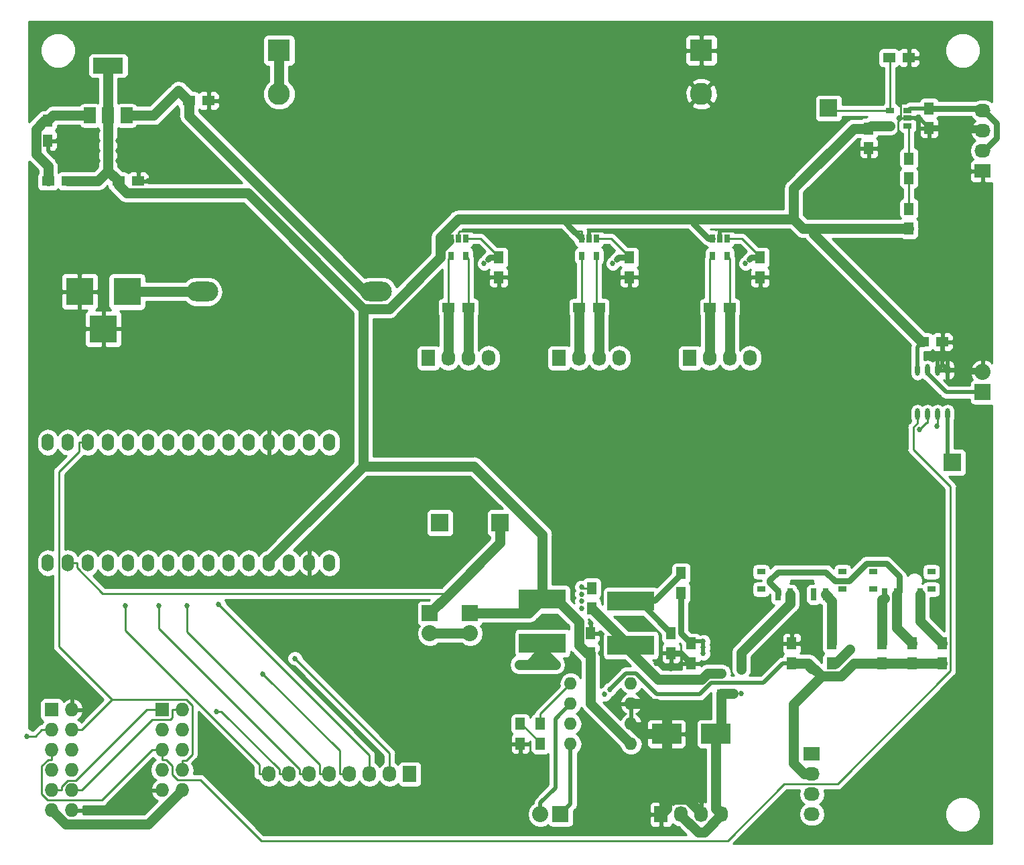
<source format=gtl>
G04 #@! TF.GenerationSoftware,KiCad,Pcbnew,5.0.0-rc2*
G04 #@! TF.CreationDate,2019-04-21T21:26:54-04:00*
G04 #@! TF.ProjectId,batterystation,6261747465727973746174696F6E2E6B,rev?*
G04 #@! TF.SameCoordinates,Original*
G04 #@! TF.FileFunction,Copper,L1,Top,Signal*
G04 #@! TF.FilePolarity,Positive*
%FSLAX46Y46*%
G04 Gerber Fmt 4.6, Leading zero omitted, Abs format (unit mm)*
G04 Created by KiCad (PCBNEW 5.0.0-rc2) date Sun Apr 21 21:26:54 2019*
%MOMM*%
%LPD*%
G01*
G04 APERTURE LIST*
G04 #@! TA.AperFunction,SMDPad,CuDef*
%ADD10R,1.250000X1.500000*%
G04 #@! TD*
G04 #@! TA.AperFunction,SMDPad,CuDef*
%ADD11R,1.500000X1.250000*%
G04 #@! TD*
G04 #@! TA.AperFunction,SMDPad,CuDef*
%ADD12R,3.750000X2.500000*%
G04 #@! TD*
G04 #@! TA.AperFunction,SMDPad,CuDef*
%ADD13R,1.000000X1.000000*%
G04 #@! TD*
G04 #@! TA.AperFunction,ComponentPad*
%ADD14O,4.000500X2.499360*%
G04 #@! TD*
G04 #@! TA.AperFunction,ComponentPad*
%ADD15O,1.524000X2.199640*%
G04 #@! TD*
G04 #@! TA.AperFunction,ComponentPad*
%ADD16O,1.524000X2.197100*%
G04 #@! TD*
G04 #@! TA.AperFunction,SMDPad,CuDef*
%ADD17R,5.900000X2.450000*%
G04 #@! TD*
G04 #@! TA.AperFunction,ComponentPad*
%ADD18R,1.727200X2.032000*%
G04 #@! TD*
G04 #@! TA.AperFunction,ComponentPad*
%ADD19O,1.727200X2.032000*%
G04 #@! TD*
G04 #@! TA.AperFunction,ComponentPad*
%ADD20R,2.235200X2.235200*%
G04 #@! TD*
G04 #@! TA.AperFunction,ComponentPad*
%ADD21O,2.032000X1.727200*%
G04 #@! TD*
G04 #@! TA.AperFunction,ComponentPad*
%ADD22R,2.032000X1.727200*%
G04 #@! TD*
G04 #@! TA.AperFunction,SMDPad,CuDef*
%ADD23R,1.060000X0.650000*%
G04 #@! TD*
G04 #@! TA.AperFunction,SMDPad,CuDef*
%ADD24O,0.609600X1.473200*%
G04 #@! TD*
G04 #@! TA.AperFunction,ComponentPad*
%ADD25R,2.032000X2.032000*%
G04 #@! TD*
G04 #@! TA.AperFunction,ComponentPad*
%ADD26O,2.032000X2.032000*%
G04 #@! TD*
G04 #@! TA.AperFunction,ComponentPad*
%ADD27R,1.727200X1.727200*%
G04 #@! TD*
G04 #@! TA.AperFunction,ComponentPad*
%ADD28O,1.727200X1.727200*%
G04 #@! TD*
G04 #@! TA.AperFunction,ComponentPad*
%ADD29C,2.800000*%
G04 #@! TD*
G04 #@! TA.AperFunction,ComponentPad*
%ADD30R,2.800000X2.800000*%
G04 #@! TD*
G04 #@! TA.AperFunction,ComponentPad*
%ADD31O,1.600000X1.600000*%
G04 #@! TD*
G04 #@! TA.AperFunction,SMDPad,CuDef*
%ADD32R,0.700000X1.500000*%
G04 #@! TD*
G04 #@! TA.AperFunction,SMDPad,CuDef*
%ADD33R,1.000000X0.800000*%
G04 #@! TD*
G04 #@! TA.AperFunction,SMDPad,CuDef*
%ADD34R,3.800000X2.000000*%
G04 #@! TD*
G04 #@! TA.AperFunction,SMDPad,CuDef*
%ADD35R,1.500000X2.000000*%
G04 #@! TD*
G04 #@! TA.AperFunction,SMDPad,CuDef*
%ADD36R,0.650000X1.060000*%
G04 #@! TD*
G04 #@! TA.AperFunction,ComponentPad*
%ADD37R,3.500120X3.500120*%
G04 #@! TD*
G04 #@! TA.AperFunction,ViaPad*
%ADD38C,0.685800*%
G04 #@! TD*
G04 #@! TA.AperFunction,Conductor*
%ADD39C,0.508000*%
G04 #@! TD*
G04 #@! TA.AperFunction,Conductor*
%ADD40C,0.254000*%
G04 #@! TD*
G04 #@! TA.AperFunction,Conductor*
%ADD41C,0.762000*%
G04 #@! TD*
G04 #@! TA.AperFunction,Conductor*
%ADD42C,1.270000*%
G04 #@! TD*
G04 APERTURE END LIST*
D10*
G04 #@! TO.P,C1,2*
G04 #@! TO.N,GND*
X178642000Y-65692700D03*
G04 #@! TO.P,C1,1*
G04 #@! TO.N,+5V*
X178642000Y-63192700D03*
G04 #@! TD*
G04 #@! TO.P,C2,1*
G04 #@! TO.N,/STC4054_Liion_Charge/BAT_LIION_CHRG*
X186262000Y-60652700D03*
G04 #@! TO.P,C2,2*
G04 #@! TO.N,GND*
X186262000Y-63152700D03*
G04 #@! TD*
D11*
G04 #@! TO.P,C3,2*
G04 #@! TO.N,GND*
X187940000Y-90170000D03*
G04 #@! TO.P,C3,1*
G04 #@! TO.N,+5V*
X185440000Y-90170000D03*
G04 #@! TD*
G04 #@! TO.P,C4,2*
G04 #@! TO.N,GND*
X95230000Y-59690000D03*
G04 #@! TO.P,C4,1*
G04 #@! TO.N,Net-(C4-Pad1)*
X92730000Y-59690000D03*
G04 #@! TD*
G04 #@! TO.P,C5,2*
G04 #@! TO.N,GND*
X86340000Y-69850000D03*
G04 #@! TO.P,C5,1*
G04 #@! TO.N,+5V*
X83840000Y-69850000D03*
G04 #@! TD*
D10*
G04 #@! TO.P,C6,2*
G04 #@! TO.N,GND*
X143510000Y-127020000D03*
G04 #@! TO.P,C6,1*
G04 #@! TO.N,+5V*
X143510000Y-129520000D03*
G04 #@! TD*
G04 #@! TO.P,C7,1*
G04 #@! TO.N,/LT1512/Vsw*
X143637000Y-121305000D03*
G04 #@! TO.P,C7,2*
G04 #@! TO.N,Net-(C7-Pad2)*
X143637000Y-123805000D03*
G04 #@! TD*
G04 #@! TO.P,C8,2*
G04 #@! TO.N,/LT1512/Vcomp*
X137160000Y-138450000D03*
G04 #@! TO.P,C8,1*
G04 #@! TO.N,Net-(C8-Pad1)*
X137160000Y-140950000D03*
G04 #@! TD*
G04 #@! TO.P,C9,1*
G04 #@! TO.N,/LT1512/I_Feedback*
X156210000Y-128290000D03*
G04 #@! TO.P,C9,2*
G04 #@! TO.N,GND*
X156210000Y-130790000D03*
G04 #@! TD*
D12*
G04 #@! TO.P,C10,1*
G04 #@! TO.N,/LT1512/LT_BATCHRG*
X159335000Y-139700000D03*
G04 #@! TO.P,C10,2*
G04 #@! TO.N,GND*
X153085000Y-139700000D03*
G04 #@! TD*
D10*
G04 #@! TO.P,D1,2*
G04 #@! TO.N,Net-(D1-Pad2)*
X183722000Y-69502700D03*
G04 #@! TO.P,D1,1*
G04 #@! TO.N,/STC4054_Liion_Charge/CHRG*
X183722000Y-67002700D03*
G04 #@! TD*
D13*
G04 #@! TO.P,D2,1*
G04 #@! TO.N,/LT1512/LT_BATCHRG*
X160020000Y-134600000D03*
G04 #@! TO.P,D2,2*
G04 #@! TO.N,Net-(C7-Pad2)*
X160020000Y-132100000D03*
G04 #@! TD*
D14*
G04 #@! TO.P,F1,2*
G04 #@! TO.N,Net-(C4-Pad1)*
X116410740Y-83820000D03*
G04 #@! TO.P,F1,1*
G04 #@! TO.N,+12V*
X94409260Y-83820000D03*
G04 #@! TD*
D15*
G04 #@! TO.P,J1,1*
G04 #@! TO.N,Net-(J1-Pad1)*
X110490000Y-102870000D03*
G04 #@! TO.P,J1,2*
G04 #@! TO.N,Net-(J1-Pad2)*
X107950000Y-102870000D03*
G04 #@! TO.P,J1,3*
G04 #@! TO.N,Net-(J1-Pad3)*
X105410000Y-102870000D03*
G04 #@! TO.P,J1,4*
G04 #@! TO.N,GND*
X102870000Y-102870000D03*
G04 #@! TO.P,J1,5*
G04 #@! TO.N,Net-(J1-Pad5)*
X100330000Y-102870000D03*
G04 #@! TO.P,J1,6*
G04 #@! TO.N,Net-(J1-Pad6)*
X97790000Y-102870000D03*
G04 #@! TO.P,J1,7*
G04 #@! TO.N,Net-(J1-Pad7)*
X95250000Y-102870000D03*
G04 #@! TO.P,J1,8*
G04 #@! TO.N,Net-(J1-Pad8)*
X92710000Y-102870000D03*
G04 #@! TO.P,J1,9*
G04 #@! TO.N,Net-(J1-Pad9)*
X90170000Y-102870000D03*
G04 #@! TO.P,J1,10*
G04 #@! TO.N,Net-(J1-Pad10)*
X87630000Y-102870000D03*
G04 #@! TO.P,J1,11*
G04 #@! TO.N,Net-(J1-Pad11)*
X85090000Y-102870000D03*
G04 #@! TO.P,J1,12*
G04 #@! TO.N,/MAX_CS*
X82550000Y-102870000D03*
G04 #@! TO.P,J1,13*
G04 #@! TO.N,/NANO_CS*
X80010000Y-102870000D03*
G04 #@! TO.P,J1,14*
G04 #@! TO.N,/NANO_MOSI*
X77470000Y-102870000D03*
G04 #@! TO.P,J1,15*
G04 #@! TO.N,/NANO_MISO*
X74930000Y-102870000D03*
G04 #@! TO.P,J1,16*
G04 #@! TO.N,/NANO_SCK*
X74930000Y-118110000D03*
G04 #@! TO.P,J1,17*
G04 #@! TO.N,Net-(J1-Pad17)*
X77470000Y-118110000D03*
G04 #@! TO.P,J1,18*
G04 #@! TO.N,Net-(J1-Pad18)*
X80010000Y-118110000D03*
G04 #@! TO.P,J1,19*
G04 #@! TO.N,Net-(J1-Pad19)*
X82550000Y-118110000D03*
D16*
G04 #@! TO.P,J1,20*
G04 #@! TO.N,Net-(J1-Pad20)*
X85090000Y-118110000D03*
G04 #@! TO.P,J1,21*
G04 #@! TO.N,Net-(J1-Pad21)*
X87630000Y-118110000D03*
G04 #@! TO.P,J1,22*
G04 #@! TO.N,Net-(J1-Pad22)*
X90170000Y-118110000D03*
G04 #@! TO.P,J1,23*
G04 #@! TO.N,Net-(J1-Pad23)*
X92710000Y-118110000D03*
G04 #@! TO.P,J1,24*
G04 #@! TO.N,Net-(J1-Pad24)*
X95250000Y-118110000D03*
G04 #@! TO.P,J1,25*
G04 #@! TO.N,Net-(J1-Pad25)*
X97790000Y-118110000D03*
G04 #@! TO.P,J1,26*
G04 #@! TO.N,Net-(J1-Pad26)*
X100330000Y-118110000D03*
G04 #@! TO.P,J1,27*
G04 #@! TO.N,+5V*
X102870000Y-118110000D03*
G04 #@! TO.P,J1,28*
G04 #@! TO.N,Net-(J1-Pad28)*
X105410000Y-118110000D03*
G04 #@! TO.P,J1,29*
G04 #@! TO.N,GND*
X107950000Y-118110000D03*
G04 #@! TO.P,J1,30*
G04 #@! TO.N,Net-(J1-Pad30)*
X110490000Y-118110000D03*
G04 #@! TD*
D17*
G04 #@! TO.P,L1,2*
G04 #@! TO.N,/LT1512/Vsw*
X137414000Y-128251000D03*
G04 #@! TO.P,L1,1*
G04 #@! TO.N,+5V*
X137414000Y-122701000D03*
G04 #@! TD*
G04 #@! TO.P,L2,1*
G04 #@! TO.N,Net-(C7-Pad2)*
X148590000Y-128505000D03*
G04 #@! TO.P,L2,2*
G04 #@! TO.N,/LT1512/LT_IFEEDBACK*
X148590000Y-122955000D03*
G04 #@! TD*
D18*
G04 #@! TO.P,P1,1*
G04 #@! TO.N,Net-(J1-Pad26)*
X120650000Y-144780000D03*
D19*
G04 #@! TO.P,P1,2*
G04 #@! TO.N,Net-(J1-Pad25)*
X118110000Y-144780000D03*
G04 #@! TO.P,P1,3*
G04 #@! TO.N,Net-(J1-Pad24)*
X115570000Y-144780000D03*
G04 #@! TO.P,P1,4*
G04 #@! TO.N,Net-(J1-Pad23)*
X113030000Y-144780000D03*
G04 #@! TO.P,P1,5*
G04 #@! TO.N,Net-(J1-Pad22)*
X110490000Y-144780000D03*
G04 #@! TO.P,P1,6*
G04 #@! TO.N,Net-(J1-Pad21)*
X107950000Y-144780000D03*
G04 #@! TO.P,P1,7*
G04 #@! TO.N,Net-(J1-Pad20)*
X105410000Y-144780000D03*
G04 #@! TO.P,P1,8*
G04 #@! TO.N,Net-(J1-Pad19)*
X102870000Y-144780000D03*
G04 #@! TD*
D20*
G04 #@! TO.P,P2,1*
G04 #@! TO.N,Net-(J1-Pad18)*
X124460000Y-113030000D03*
G04 #@! TD*
G04 #@! TO.P,P3,1*
G04 #@! TO.N,Net-(J1-Pad17)*
X132080000Y-113030000D03*
G04 #@! TD*
D19*
G04 #@! TO.P,P4,4*
G04 #@! TO.N,Net-(P4-Pad4)*
X130615000Y-92194400D03*
G04 #@! TO.P,P4,3*
G04 #@! TO.N,/CurrentSense_INA169_1/LOADOUT*
X128075000Y-92194400D03*
G04 #@! TO.P,P4,2*
G04 #@! TO.N,/CurrentSense_INA169_1/LOADIN*
X125535000Y-92194400D03*
D18*
G04 #@! TO.P,P4,1*
G04 #@! TO.N,/CurrentSense_INA169_1/CurrentOUT*
X122995000Y-92194400D03*
G04 #@! TD*
G04 #@! TO.P,P5,1*
G04 #@! TO.N,/sheet5CBEAB48/CurrentOUT*
X139505000Y-92194400D03*
D19*
G04 #@! TO.P,P5,2*
G04 #@! TO.N,/sheet5CBEAB48/LOADIN*
X142045000Y-92194400D03*
G04 #@! TO.P,P5,3*
G04 #@! TO.N,/sheet5CBEAB48/LOADOUT*
X144585000Y-92194400D03*
G04 #@! TO.P,P5,4*
G04 #@! TO.N,Net-(P5-Pad4)*
X147125000Y-92194400D03*
G04 #@! TD*
G04 #@! TO.P,P6,4*
G04 #@! TO.N,Net-(P6-Pad4)*
X163635000Y-92194400D03*
G04 #@! TO.P,P6,3*
G04 #@! TO.N,/sheet5CBEAC38/LOADOUT*
X161095000Y-92194400D03*
G04 #@! TO.P,P6,2*
G04 #@! TO.N,/sheet5CBEAC38/LOADIN*
X158555000Y-92194400D03*
D18*
G04 #@! TO.P,P6,1*
G04 #@! TO.N,/sheet5CBEAC38/CurrentOUT*
X156015000Y-92194400D03*
G04 #@! TD*
D21*
G04 #@! TO.P,P7,4*
G04 #@! TO.N,/STC4054_Liion_Charge/BAT_LIION_CHRG*
X193040000Y-60960000D03*
G04 #@! TO.P,P7,3*
G04 #@! TO.N,GND*
X193040000Y-63500000D03*
G04 #@! TO.P,P7,2*
G04 #@! TO.N,/STC4054_Liion_Charge/BAT_LIION_CHRG*
X193040000Y-66040000D03*
D22*
G04 #@! TO.P,P7,1*
G04 #@! TO.N,GND*
X193040000Y-68580000D03*
G04 #@! TD*
D18*
G04 #@! TO.P,P8,1*
G04 #@! TO.N,GND*
X152400000Y-149860000D03*
D19*
G04 #@! TO.P,P8,2*
G04 #@! TO.N,/LT1512/LT_BATCHRG*
X154940000Y-149860000D03*
G04 #@! TO.P,P8,3*
G04 #@! TO.N,GND*
X157480000Y-149860000D03*
G04 #@! TO.P,P8,4*
G04 #@! TO.N,/LT1512/LT_BATCHRG*
X160020000Y-149860000D03*
G04 #@! TD*
D20*
G04 #@! TO.P,P9,1*
G04 #@! TO.N,/STC4054_Liion_Charge/PROG*
X173562000Y-60632700D03*
G04 #@! TD*
D23*
G04 #@! TO.P,P10,1*
G04 #@! TO.N,/STC4054_Liion_Charge/CHRG*
X183552000Y-62852700D03*
G04 #@! TO.P,P10,2*
G04 #@! TO.N,GND*
X183552000Y-61902700D03*
G04 #@! TO.P,P10,3*
G04 #@! TO.N,/STC4054_Liion_Charge/BAT_LIION_CHRG*
X183552000Y-60952700D03*
G04 #@! TO.P,P10,4*
G04 #@! TO.N,/STC4054_Liion_Charge/PROG*
X181352000Y-60952700D03*
G04 #@! TO.P,P10,5*
G04 #@! TO.N,+5V*
X181352000Y-62852700D03*
G04 #@! TD*
D24*
G04 #@! TO.P,P11,1*
G04 #@! TO.N,GND*
X188595000Y-93726000D03*
G04 #@! TO.P,P11,2*
X187325000Y-93726000D03*
G04 #@! TO.P,P11,3*
G04 #@! TO.N,/MAX6675/T+*
X186055000Y-93726000D03*
G04 #@! TO.P,P11,4*
G04 #@! TO.N,+5V*
X184785000Y-93726000D03*
G04 #@! TO.P,P11,5*
G04 #@! TO.N,/NANO_SCK*
X184785000Y-99314000D03*
G04 #@! TO.P,P11,6*
G04 #@! TO.N,/MAX_CS*
X186055000Y-99314000D03*
G04 #@! TO.P,P11,7*
G04 #@! TO.N,/NANO_MISO*
X187325000Y-99314000D03*
G04 #@! TO.P,P11,8*
G04 #@! TO.N,/MAX6675/NC*
X188595000Y-99314000D03*
G04 #@! TD*
D20*
G04 #@! TO.P,P12,1*
G04 #@! TO.N,/MAX6675/NC*
X189230000Y-105410000D03*
G04 #@! TD*
D25*
G04 #@! TO.P,P13,1*
G04 #@! TO.N,Net-(J1-Pad17)*
X123190000Y-124460000D03*
D26*
G04 #@! TO.P,P13,2*
G04 #@! TO.N,/ENC28J60/VCC_Branch*
X123190000Y-127000000D03*
G04 #@! TD*
G04 #@! TO.P,P14,2*
G04 #@! TO.N,/ENC28J60/VCC_Branch*
X128270000Y-127000000D03*
D25*
G04 #@! TO.P,P14,1*
G04 #@! TO.N,+5V*
X128270000Y-124460000D03*
G04 #@! TD*
D27*
G04 #@! TO.P,P15,1*
G04 #@! TO.N,/ENC28J60/INT*
X89351900Y-136652000D03*
D28*
G04 #@! TO.P,P15,2*
G04 #@! TO.N,/ENC28J60/CLKOUT*
X91891900Y-136652000D03*
G04 #@! TO.P,P15,3*
G04 #@! TO.N,/NANO_MISO*
X89351900Y-139192000D03*
G04 #@! TO.P,P15,4*
G04 #@! TO.N,/ENC28J60/WOL*
X91891900Y-139192000D03*
G04 #@! TO.P,P15,5*
G04 #@! TO.N,/NANO_SCK*
X89351900Y-141732000D03*
G04 #@! TO.P,P15,6*
G04 #@! TO.N,/NANO_MOSI*
X91891900Y-141732000D03*
G04 #@! TO.P,P15,7*
G04 #@! TO.N,/ENC28J60/RSTENC*
X89351900Y-144272000D03*
G04 #@! TO.P,P15,8*
G04 #@! TO.N,/NANO_CS*
X91891900Y-144272000D03*
G04 #@! TO.P,P15,9*
G04 #@! TO.N,GND*
X89351900Y-146812000D03*
G04 #@! TO.P,P15,10*
G04 #@! TO.N,/ENC28J60/VCC_Branch*
X91891900Y-146812000D03*
G04 #@! TD*
D27*
G04 #@! TO.P,P16,1*
G04 #@! TO.N,/ENC28J60/Q3*
X75411900Y-136652000D03*
D28*
G04 #@! TO.P,P16,2*
G04 #@! TO.N,GND*
X77951900Y-136652000D03*
G04 #@! TO.P,P16,3*
G04 #@! TO.N,/ENC28J60/RSTENC*
X75411900Y-139192000D03*
G04 #@! TO.P,P16,4*
G04 #@! TO.N,/NANO_CS*
X77951900Y-139192000D03*
G04 #@! TO.P,P16,5*
G04 #@! TO.N,/NANO_SCK*
X75411900Y-141732000D03*
G04 #@! TO.P,P16,6*
G04 #@! TO.N,/NANO_MOSI*
X77951900Y-141732000D03*
G04 #@! TO.P,P16,7*
G04 #@! TO.N,/NANO_MISO*
X75411900Y-144272000D03*
G04 #@! TO.P,P16,8*
G04 #@! TO.N,/ENC28J60/WOL*
X77951900Y-144272000D03*
G04 #@! TO.P,P16,9*
G04 #@! TO.N,/ENC28J60/INT*
X75411900Y-146812000D03*
G04 #@! TO.P,P16,10*
G04 #@! TO.N,/ENC28J60/CLKOUT*
X77951900Y-146812000D03*
G04 #@! TO.P,P16,11*
G04 #@! TO.N,/ENC28J60/VCC_Branch*
X75411900Y-149352000D03*
G04 #@! TO.P,P16,12*
G04 #@! TO.N,GND*
X77951900Y-149352000D03*
G04 #@! TD*
D29*
G04 #@! TO.P,P17,2*
G04 #@! TO.N,+12V*
X104140000Y-58840000D03*
D30*
G04 #@! TO.P,P17,1*
X104140000Y-53340000D03*
G04 #@! TD*
G04 #@! TO.P,P18,1*
G04 #@! TO.N,GND*
X157480000Y-53340000D03*
D29*
G04 #@! TO.P,P18,2*
X157480000Y-58840000D03*
G04 #@! TD*
D31*
G04 #@! TO.P,P19,1*
G04 #@! TO.N,/LT1512/Vcomp*
X140970000Y-133350000D03*
G04 #@! TO.P,P19,2*
G04 #@! TO.N,/LT1512/LT_FloatVoltage*
X140970000Y-135890000D03*
G04 #@! TO.P,P19,3*
G04 #@! TO.N,/LT1512/I_Feedback*
X140970000Y-138430000D03*
G04 #@! TO.P,P19,4*
G04 #@! TO.N,/LT1512/LTShutdownPin*
X140970000Y-140970000D03*
G04 #@! TO.P,P19,5*
G04 #@! TO.N,+5V*
X148590000Y-140970000D03*
G04 #@! TO.P,P19,6*
G04 #@! TO.N,GND*
X148590000Y-138430000D03*
G04 #@! TO.P,P19,7*
X148590000Y-135890000D03*
G04 #@! TO.P,P19,8*
G04 #@! TO.N,/LT1512/Vsw*
X148590000Y-133350000D03*
G04 #@! TD*
D25*
G04 #@! TO.P,P20,1*
G04 #@! TO.N,/LT1512/LTShutdownPin*
X139700000Y-149860000D03*
D26*
G04 #@! TO.P,P20,2*
G04 #@! TO.N,/LT1512/LT_FloatVoltage*
X137160000Y-149860000D03*
G04 #@! TD*
D11*
G04 #@! TO.P,R1,1*
G04 #@! TO.N,/STC4054_Liion_Charge/PROG*
X181202000Y-54282700D03*
G04 #@! TO.P,R1,2*
G04 #@! TO.N,GND*
X183702000Y-54282700D03*
G04 #@! TD*
D10*
G04 #@! TO.P,R2,2*
G04 #@! TO.N,Net-(D1-Pad2)*
X183722000Y-73352700D03*
G04 #@! TO.P,R2,1*
G04 #@! TO.N,+5V*
X183722000Y-75852700D03*
G04 #@! TD*
D11*
G04 #@! TO.P,R3,1*
G04 #@! TO.N,+5V*
X77450000Y-69850000D03*
G04 #@! TO.P,R3,2*
G04 #@! TO.N,Net-(R3-Pad2)*
X74950000Y-69850000D03*
G04 #@! TD*
D10*
G04 #@! TO.P,R4,1*
G04 #@! TO.N,Net-(R3-Pad2)*
X74930000Y-62250000D03*
G04 #@! TO.P,R4,2*
G04 #@! TO.N,GND*
X74930000Y-64750000D03*
G04 #@! TD*
G04 #@! TO.P,R5,2*
G04 #@! TO.N,/LT1512/LT_FloatVoltage*
X180340000Y-130790000D03*
G04 #@! TO.P,R5,1*
G04 #@! TO.N,Net-(R5-Pad1)*
X180340000Y-128290000D03*
G04 #@! TD*
G04 #@! TO.P,R6,2*
G04 #@! TO.N,/LT1512/LT_FloatVoltage*
X187960000Y-130790000D03*
G04 #@! TO.P,R6,1*
G04 #@! TO.N,Net-(R6-Pad1)*
X187960000Y-128290000D03*
G04 #@! TD*
G04 #@! TO.P,R7,1*
G04 #@! TO.N,Net-(R7-Pad1)*
X184150000Y-128290000D03*
G04 #@! TO.P,R7,2*
G04 #@! TO.N,/LT1512/LT_FloatVoltage*
X184150000Y-130790000D03*
G04 #@! TD*
G04 #@! TO.P,R8,1*
G04 #@! TO.N,Net-(R8-Pad1)*
X173990000Y-128290000D03*
G04 #@! TO.P,R8,2*
G04 #@! TO.N,Net-(R8-Pad2)*
X173990000Y-130790000D03*
G04 #@! TD*
D22*
G04 #@! TO.P,R9,1*
G04 #@! TO.N,Net-(R8-Pad2)*
X171450000Y-142240000D03*
D21*
G04 #@! TO.P,R9,2*
G04 #@! TO.N,/LT1512/LT_FloatVoltage*
X171450000Y-144780000D03*
G04 #@! TO.P,R9,3*
G04 #@! TO.N,N/C*
X171450000Y-147320000D03*
G04 #@! TO.P,R9,4*
X171450000Y-149860000D03*
G04 #@! TD*
D10*
G04 #@! TO.P,R10,2*
G04 #@! TO.N,GND*
X153670000Y-129500000D03*
G04 #@! TO.P,R10,1*
G04 #@! TO.N,/LT1512/LT_IFEEDBACK*
X153670000Y-127000000D03*
G04 #@! TD*
G04 #@! TO.P,R11,2*
G04 #@! TO.N,/LT1512/LT_IFEEDBACK*
X154940000Y-119400000D03*
G04 #@! TO.P,R11,1*
G04 #@! TO.N,/LT1512/I_Feedback*
X154940000Y-121900000D03*
G04 #@! TD*
G04 #@! TO.P,R12,1*
G04 #@! TO.N,GND*
X134620000Y-140950000D03*
G04 #@! TO.P,R12,2*
G04 #@! TO.N,Net-(C8-Pad1)*
X134620000Y-138450000D03*
G04 #@! TD*
G04 #@! TO.P,R13,1*
G04 #@! TO.N,/LT1512/LT_FloatVoltage*
X168910000Y-130790000D03*
G04 #@! TO.P,R13,2*
G04 #@! TO.N,GND*
X168910000Y-128290000D03*
G04 #@! TD*
D11*
G04 #@! TO.P,R14,1*
G04 #@! TO.N,/CurrentSense_INA169_1/LOADIN*
X125555000Y-85844400D03*
G04 #@! TO.P,R14,2*
G04 #@! TO.N,/CurrentSense_INA169_1/LOADOUT*
X128055000Y-85844400D03*
G04 #@! TD*
D10*
G04 #@! TO.P,R15,2*
G04 #@! TO.N,GND*
X131885000Y-82014400D03*
G04 #@! TO.P,R15,1*
G04 #@! TO.N,/CurrentSense_INA169_1/CurrentOUT*
X131885000Y-79514400D03*
G04 #@! TD*
D11*
G04 #@! TO.P,R16,2*
G04 #@! TO.N,/sheet5CBEAB48/LOADOUT*
X144565000Y-85844400D03*
G04 #@! TO.P,R16,1*
G04 #@! TO.N,/sheet5CBEAB48/LOADIN*
X142065000Y-85844400D03*
G04 #@! TD*
D10*
G04 #@! TO.P,R17,1*
G04 #@! TO.N,/sheet5CBEAB48/CurrentOUT*
X148395000Y-79514400D03*
G04 #@! TO.P,R17,2*
G04 #@! TO.N,GND*
X148395000Y-82014400D03*
G04 #@! TD*
D11*
G04 #@! TO.P,R18,1*
G04 #@! TO.N,/sheet5CBEAC38/LOADIN*
X158575000Y-85844400D03*
G04 #@! TO.P,R18,2*
G04 #@! TO.N,/sheet5CBEAC38/LOADOUT*
X161075000Y-85844400D03*
G04 #@! TD*
D10*
G04 #@! TO.P,R19,1*
G04 #@! TO.N,/sheet5CBEAC38/CurrentOUT*
X164905000Y-79514400D03*
G04 #@! TO.P,R19,2*
G04 #@! TO.N,GND*
X164905000Y-82014400D03*
G04 #@! TD*
D32*
G04 #@! TO.P,SW1,1*
G04 #@! TO.N,Net-(R6-Pad1)*
X185130000Y-122075000D03*
G04 #@! TO.P,SW1,2*
G04 #@! TO.N,Net-(R7-Pad1)*
X182130000Y-122075000D03*
G04 #@! TO.P,SW1,3*
G04 #@! TO.N,Net-(R5-Pad1)*
X180630000Y-122075000D03*
D33*
G04 #@! TO.P,SW1,*
G04 #@! TO.N,*
X186530000Y-119225000D03*
X179230000Y-119225000D03*
X179230000Y-121425000D03*
X186530000Y-121425000D03*
G04 #@! TD*
D32*
G04 #@! TO.P,SW2,1*
G04 #@! TO.N,Net-(R8-Pad1)*
X173180000Y-122075000D03*
G04 #@! TO.P,SW2,2*
G04 #@! TO.N,Net-(SW2-Pad2)*
X171680000Y-122075000D03*
G04 #@! TO.P,SW2,3*
G04 #@! TO.N,/LT1512/LT_BATCHRG*
X168680000Y-122075000D03*
G04 #@! TO.P,SW2,4*
G04 #@! TO.N,Net-(R7-Pad1)*
X167180000Y-122075000D03*
D33*
G04 #@! TO.P,SW2,*
G04 #@! TO.N,*
X175330000Y-119225000D03*
X165030000Y-119225000D03*
X165030000Y-121425000D03*
X175330000Y-121425000D03*
G04 #@! TD*
D26*
G04 #@! TO.P,TC1,2*
G04 #@! TO.N,GND*
X193040000Y-93980000D03*
D25*
G04 #@! TO.P,TC1,1*
G04 #@! TO.N,/MAX6675/T+*
X193040000Y-96520000D03*
G04 #@! TD*
D34*
G04 #@! TO.P,U2,4*
G04 #@! TO.N,+5V*
X82550000Y-55270000D03*
D35*
G04 #@! TO.P,U2,2*
X82550000Y-61570000D03*
G04 #@! TO.P,U2,3*
G04 #@! TO.N,Net-(C4-Pad1)*
X84850000Y-61570000D03*
G04 #@! TO.P,U2,1*
G04 #@! TO.N,Net-(R3-Pad2)*
X80250000Y-61570000D03*
G04 #@! TD*
D36*
G04 #@! TO.P,U3,5*
G04 #@! TO.N,/CurrentSense_INA169_1/LOADOUT*
X127755000Y-79324400D03*
G04 #@! TO.P,U3,4*
G04 #@! TO.N,/CurrentSense_INA169_1/LOADIN*
X125855000Y-79324400D03*
G04 #@! TO.P,U3,3*
G04 #@! TO.N,+5V*
X125855000Y-77124400D03*
G04 #@! TO.P,U3,2*
G04 #@! TO.N,GND*
X126805000Y-77124400D03*
G04 #@! TO.P,U3,1*
G04 #@! TO.N,/CurrentSense_INA169_1/CurrentOUT*
X127755000Y-77124400D03*
G04 #@! TD*
G04 #@! TO.P,U4,1*
G04 #@! TO.N,/sheet5CBEAB48/CurrentOUT*
X144265000Y-77124400D03*
G04 #@! TO.P,U4,2*
G04 #@! TO.N,GND*
X143315000Y-77124400D03*
G04 #@! TO.P,U4,3*
G04 #@! TO.N,+5V*
X142365000Y-77124400D03*
G04 #@! TO.P,U4,4*
G04 #@! TO.N,/sheet5CBEAB48/LOADIN*
X142365000Y-79324400D03*
G04 #@! TO.P,U4,5*
G04 #@! TO.N,/sheet5CBEAB48/LOADOUT*
X144265000Y-79324400D03*
G04 #@! TD*
G04 #@! TO.P,U5,5*
G04 #@! TO.N,/sheet5CBEAC38/LOADOUT*
X160775000Y-79324400D03*
G04 #@! TO.P,U5,4*
G04 #@! TO.N,/sheet5CBEAC38/LOADIN*
X158875000Y-79324400D03*
G04 #@! TO.P,U5,3*
G04 #@! TO.N,+5V*
X158875000Y-77124400D03*
G04 #@! TO.P,U5,2*
G04 #@! TO.N,GND*
X159825000Y-77124400D03*
G04 #@! TO.P,U5,1*
G04 #@! TO.N,/sheet5CBEAC38/CurrentOUT*
X160775000Y-77124400D03*
G04 #@! TD*
D37*
G04 #@! TO.P,CON1,1*
G04 #@! TO.N,+12V*
X84940140Y-83820000D03*
G04 #@! TO.P,CON1,2*
G04 #@! TO.N,GND*
X78940660Y-83820000D03*
G04 #@! TO.P,CON1,3*
X81940400Y-88519000D03*
G04 #@! TD*
D38*
G04 #@! TO.N,GND*
X88900000Y-64770000D03*
X87630000Y-64770000D03*
X86360000Y-64770000D03*
X85090000Y-64770000D03*
X83820000Y-64770000D03*
X83820000Y-66040000D03*
X83820000Y-67310000D03*
X87630000Y-69850000D03*
X88900000Y-69850000D03*
X85090000Y-66040000D03*
X86360000Y-66040000D03*
X87630000Y-66040000D03*
X88900000Y-66040000D03*
X88900000Y-67310000D03*
X88900000Y-68580000D03*
X85090000Y-68580000D03*
X85090000Y-67310000D03*
X86360000Y-67310000D03*
X87630000Y-67310000D03*
X87630000Y-68580000D03*
X86360000Y-68580000D03*
X80010000Y-63500000D03*
X81280000Y-63500000D03*
X81280000Y-64770000D03*
X81280000Y-66040000D03*
X81280000Y-67310000D03*
X80010000Y-67310000D03*
X80010000Y-66040000D03*
X80010000Y-64770000D03*
X78740000Y-63500000D03*
X78740000Y-64770000D03*
X78740000Y-66040000D03*
X78740000Y-67310000D03*
X77470000Y-67310000D03*
X76200000Y-67310000D03*
X76200000Y-66040000D03*
X77470000Y-66040000D03*
X77470000Y-64770000D03*
X77470000Y-63500000D03*
X76200000Y-63500000D03*
X76200000Y-64770000D03*
X167640000Y-128270000D03*
X167640000Y-127000000D03*
X170180000Y-127000000D03*
X170180000Y-128270000D03*
X143510000Y-125730000D03*
X144780000Y-128270000D03*
X144780000Y-129540000D03*
X144780000Y-127000000D03*
X147320000Y-134620000D03*
X146050000Y-135890000D03*
X153670000Y-131445000D03*
X151765000Y-130810000D03*
X152654000Y-131318000D03*
X118110000Y-110490000D03*
X119380000Y-110490000D03*
X120650000Y-110490000D03*
X120650000Y-111760000D03*
X119380000Y-111760000D03*
X118110000Y-111760000D03*
X116840000Y-111760000D03*
X116840000Y-110490000D03*
X116840000Y-130810000D03*
X118110000Y-130810000D03*
X119380000Y-130810000D03*
X120650000Y-130810000D03*
X120650000Y-132080000D03*
X119380000Y-132080000D03*
X118110000Y-132080000D03*
X116840000Y-132080000D03*
G04 #@! TO.N,/LT1512/Vsw*
X142367000Y-123825000D03*
X142367000Y-122936000D03*
X142367000Y-122047000D03*
X142367000Y-121158000D03*
X139065000Y-130937000D03*
X138303000Y-130937000D03*
X137541000Y-130937000D03*
X136779000Y-130937000D03*
X136017000Y-130937000D03*
X135255000Y-130937000D03*
X134493000Y-130937000D03*
G04 #@! TO.N,/LT1512/I_Feedback*
X157734000Y-129540000D03*
X157734000Y-128778000D03*
X157734000Y-128016000D03*
G04 #@! TO.N,/LT1512/LT_BATCHRG*
X162560000Y-130556000D03*
X162560000Y-131572000D03*
X161544000Y-134600000D03*
X162540000Y-134600000D03*
G04 #@! TO.N,/MAX_CS*
X185008500Y-101276100D03*
G04 #@! TO.N,/NANO_MISO*
X187236100Y-100825300D03*
G04 #@! TO.N,Net-(J1-Pad19)*
X84729900Y-123535200D03*
G04 #@! TO.N,Net-(J1-Pad20)*
X96222500Y-136844100D03*
G04 #@! TO.N,Net-(J1-Pad21)*
X88954500Y-123535200D03*
G04 #@! TO.N,Net-(J1-Pad22)*
X92480800Y-123535200D03*
G04 #@! TO.N,Net-(J1-Pad23)*
X102082800Y-132114700D03*
G04 #@! TO.N,Net-(J1-Pad24)*
X96520400Y-123303900D03*
G04 #@! TO.N,Net-(J1-Pad25)*
X106131300Y-130166600D03*
G04 #@! TO.N,/CurrentSense_INA169_1/CurrentOUT*
X130048000Y-80264000D03*
X130556000Y-79756000D03*
G04 #@! TO.N,/sheet5CBEAB48/CurrentOUT*
X146304000Y-80264000D03*
X146812000Y-79756000D03*
G04 #@! TO.N,/sheet5CBEAC38/CurrentOUT*
X163068000Y-80264000D03*
X163576000Y-79756000D03*
G04 #@! TO.N,/ENC28J60/RSTENC*
X72303500Y-140010000D03*
G04 #@! TO.N,/LT1512/LT_FloatVoltage*
X145892000Y-134112000D03*
X145288000Y-134716000D03*
G04 #@! TO.N,Net-(R8-Pad2)*
X175207000Y-130048000D03*
X176223000Y-129032000D03*
G04 #@! TD*
D39*
G04 #@! TO.N,GND*
X159825000Y-77124400D02*
X159825000Y-76086400D01*
X159825000Y-76086400D02*
X163970000Y-76086400D01*
X163970000Y-76086400D02*
X164084000Y-76200000D01*
X143315000Y-77124400D02*
X143315000Y-76259200D01*
X143315000Y-76259200D02*
X143488000Y-76086400D01*
X143488000Y-76086400D02*
X147206000Y-76086400D01*
X147206000Y-76086400D02*
X147828000Y-76708000D01*
X147828000Y-76708000D02*
X148844000Y-76708000D01*
D40*
X126805000Y-77124400D02*
X126805000Y-76340400D01*
X126805000Y-76340400D02*
X126946000Y-76200000D01*
X126946000Y-76200000D02*
X131572000Y-76200000D01*
D41*
X153670000Y-129500000D02*
X154920000Y-129500000D01*
X154920000Y-129500000D02*
X156210000Y-130790000D01*
D42*
X153085000Y-139700000D02*
X153085000Y-147955000D01*
X153085000Y-147955000D02*
X153085000Y-149175000D01*
X153085000Y-149175000D02*
X152400000Y-149860000D01*
X157480000Y-149860000D02*
X157480000Y-149708000D01*
X157480000Y-149708000D02*
X155727000Y-147955000D01*
X155727000Y-147955000D02*
X153085000Y-147955000D01*
X148590000Y-138430000D02*
X149860000Y-139700000D01*
X149860000Y-139700000D02*
X153085000Y-139700000D01*
X148590000Y-135890000D02*
X151795000Y-135890000D01*
X151795000Y-135890000D02*
X153085000Y-137180000D01*
X153085000Y-137180000D02*
X153085000Y-139700000D01*
D39*
X188595000Y-93726000D02*
X192786000Y-93726000D01*
X192786000Y-93726000D02*
X193040000Y-93980000D01*
X187940000Y-93111000D02*
X187980000Y-93111000D01*
X187980000Y-93111000D02*
X188595000Y-93726000D01*
X187940000Y-90170000D02*
X187940000Y-93111000D01*
X187940000Y-93111000D02*
X187325000Y-93726000D01*
D40*
X183702000Y-54282700D02*
X183702000Y-55161700D01*
X183702000Y-55161700D02*
X182641000Y-56222700D01*
X182641000Y-56222700D02*
X182641000Y-61775700D01*
X182641000Y-61775700D02*
X182768000Y-61902700D01*
X182768000Y-61902700D02*
X183552000Y-61902700D01*
D41*
X186262000Y-63152700D02*
X192693000Y-63152700D01*
X192693000Y-63152700D02*
X193040000Y-63500000D01*
D39*
X186262000Y-63152700D02*
X185012000Y-61902700D01*
X185012000Y-61902700D02*
X183552000Y-61902700D01*
D40*
X182368010Y-64646990D02*
X181322300Y-65692700D01*
X181322300Y-65692700D02*
X178642000Y-65692700D01*
X182368010Y-62302690D02*
X182368010Y-64646990D01*
X182768000Y-61902700D02*
X182368010Y-62302690D01*
G04 #@! TO.N,+5V*
X125591000Y-77388400D02*
X125855000Y-77124400D01*
D42*
X124539000Y-78440400D02*
X125591000Y-77388400D01*
D40*
X142365000Y-77124400D02*
X142365000Y-76213100D01*
X141136000Y-75895200D02*
X141453900Y-76213100D01*
X141453900Y-76213100D02*
X142365000Y-76213100D01*
D41*
X141136000Y-75895200D02*
X142355000Y-77114400D01*
X139917000Y-74676000D02*
X141136000Y-75895200D01*
D40*
X158865000Y-77124400D02*
X158875000Y-77124400D01*
D41*
X156464000Y-74676000D02*
X156464000Y-75184000D01*
X156464000Y-75184000D02*
X158404000Y-77124400D01*
X158404000Y-77124400D02*
X158865000Y-77124400D01*
D42*
X139917000Y-74676000D02*
X156464000Y-74676000D01*
X139700000Y-74676000D02*
X139917000Y-74676000D01*
X156464000Y-74676000D02*
X169164000Y-74676000D01*
D41*
X139700000Y-74676000D02*
X139917000Y-74676000D01*
D42*
X124539000Y-78440400D02*
X124539000Y-76935200D01*
X124539000Y-76935200D02*
X126798000Y-74676000D01*
X126798000Y-74676000D02*
X139700000Y-74676000D01*
X171704000Y-75852700D02*
X183722000Y-75852700D01*
X171704000Y-75852700D02*
X171704000Y-76559000D01*
X171704000Y-76559000D02*
X185315000Y-90170000D01*
X185315000Y-90170000D02*
X185440000Y-90170000D01*
X169164000Y-74676000D02*
X170341000Y-75852700D01*
X170341000Y-75852700D02*
X171704000Y-75852700D01*
X169164000Y-74676000D02*
X169164000Y-70775400D01*
X169164000Y-70775400D02*
X176747000Y-63192700D01*
X176747000Y-63192700D02*
X178642000Y-63192700D01*
X128270000Y-124460000D02*
X135655000Y-124460000D01*
X135655000Y-124460000D02*
X137414000Y-122701000D01*
X114774000Y-105869000D02*
X128755000Y-105869000D01*
X128755000Y-105869000D02*
X137414000Y-114529000D01*
X137414000Y-114529000D02*
X137414000Y-122701000D01*
X114774000Y-85958700D02*
X114774000Y-105869000D01*
X114774000Y-105869000D02*
X102870000Y-117773000D01*
X102870000Y-117773000D02*
X102870000Y-118110000D01*
X83840000Y-69850000D02*
X83840000Y-70325200D01*
X83840000Y-70325200D02*
X84878800Y-71364000D01*
X84878800Y-71364000D02*
X100180000Y-71364000D01*
X100180000Y-71364000D02*
X114774000Y-85958700D01*
X114774000Y-85958700D02*
X118047000Y-85958700D01*
X118047000Y-85958700D02*
X124539000Y-79466700D01*
X124539000Y-79466700D02*
X124539000Y-78440400D01*
X181352000Y-62852700D02*
X178982000Y-62852700D01*
X178982000Y-62852700D02*
X178642000Y-63192700D01*
X82550000Y-61570000D02*
X82550000Y-55270000D01*
X77450000Y-69850000D02*
X81260000Y-69850000D01*
X81260000Y-69850000D02*
X82550000Y-68560000D01*
X83840000Y-69850000D02*
X82550000Y-68560000D01*
X82550000Y-68560000D02*
X82550000Y-61570000D01*
X143510000Y-129520000D02*
X143035000Y-129520000D01*
X143035000Y-129520000D02*
X141996000Y-128481000D01*
X141996000Y-128481000D02*
X141996000Y-125558000D01*
X141996000Y-125558000D02*
X139139000Y-122701000D01*
X139139000Y-122701000D02*
X137414000Y-122701000D01*
X143510000Y-129520000D02*
X143510000Y-135890000D01*
X143510000Y-135890000D02*
X148590000Y-140970000D01*
D39*
X184785000Y-93726000D02*
X184785000Y-90825000D01*
X184785000Y-90825000D02*
X185440000Y-90170000D01*
D41*
G04 #@! TO.N,/STC4054_Liion_Charge/BAT_LIION_CHRG*
X193040000Y-60960000D02*
X193192000Y-60960000D01*
X193192000Y-60960000D02*
X194818000Y-62585600D01*
X194818000Y-62585600D02*
X194818000Y-64414400D01*
X194818000Y-64414400D02*
X193192000Y-66040000D01*
X193192000Y-66040000D02*
X193040000Y-66040000D01*
X186262000Y-60652700D02*
X192733000Y-60652700D01*
X192733000Y-60652700D02*
X193040000Y-60960000D01*
D39*
X186262000Y-60652700D02*
X183852000Y-60652700D01*
X183852000Y-60652700D02*
X183552000Y-60952700D01*
D42*
G04 #@! TO.N,Net-(C4-Pad1)*
X116411000Y-83820000D02*
X116410700Y-83820000D01*
X92730000Y-59690000D02*
X92710000Y-59690000D01*
X92710000Y-59690000D02*
X91440000Y-58420000D01*
X91440000Y-58420000D02*
X88290000Y-61570000D01*
X88290000Y-61570000D02*
X84850000Y-61570000D01*
X116410700Y-83820000D02*
X114965000Y-83820000D01*
X114965000Y-83820000D02*
X92730000Y-61585000D01*
X92730000Y-61585000D02*
X92730000Y-59690000D01*
D40*
G04 #@! TO.N,/LT1512/Vsw*
X143637000Y-121305000D02*
X142630700Y-121305000D01*
X142367000Y-121158000D02*
X142483700Y-121158000D01*
X142483700Y-121158000D02*
X142630700Y-121305000D01*
D42*
X138303000Y-130937000D02*
X137541000Y-130937000D01*
X139065000Y-130937000D02*
X138303000Y-130937000D01*
X137541000Y-130937000D02*
X136779000Y-130937000D01*
X138303000Y-130937000D02*
X137541000Y-130937000D01*
X136779000Y-130937000D02*
X136017000Y-130937000D01*
X137414000Y-129286000D02*
X137414000Y-130810000D01*
X137414000Y-130810000D02*
X137541000Y-130937000D01*
X137414000Y-128251000D02*
X137414000Y-129286000D01*
X136017000Y-130937000D02*
X135763000Y-130937000D01*
X135255000Y-130937000D02*
X135763000Y-130937000D01*
X134493000Y-130937000D02*
X135255000Y-130937000D01*
X135255000Y-130937000D02*
X134493000Y-130937000D01*
X135763000Y-130937000D02*
X135255000Y-130937000D01*
X135763000Y-130937000D02*
X137414000Y-129286000D01*
X137414000Y-128251000D02*
X137414000Y-129286000D01*
X137414000Y-129286000D02*
X139065000Y-130937000D01*
G04 #@! TO.N,Net-(C7-Pad2)*
X148590000Y-128505000D02*
X148590000Y-129381000D01*
X148590000Y-129381000D02*
X152051000Y-132842000D01*
X152051000Y-132842000D02*
X157508000Y-132842000D01*
X157508000Y-132842000D02*
X158250000Y-132100000D01*
X158250000Y-132100000D02*
X160020000Y-132100000D01*
X148590000Y-128505000D02*
X148337000Y-128505000D01*
X148337000Y-128505000D02*
X143637000Y-123805000D01*
D40*
G04 #@! TO.N,/LT1512/Vcomp*
X140970000Y-133350000D02*
X137160000Y-137160000D01*
X137160000Y-137160000D02*
X137160000Y-138450000D01*
G04 #@! TO.N,Net-(C8-Pad1)*
X137160000Y-140950000D02*
X137160000Y-140825000D01*
X137160000Y-140825000D02*
X134785000Y-138450000D01*
X134785000Y-138450000D02*
X134620000Y-138450000D01*
D39*
G04 #@! TO.N,/LT1512/I_Feedback*
X157734000Y-128778000D02*
X157734000Y-128016000D01*
X157734000Y-129540000D02*
X157734000Y-128778000D01*
X157734000Y-128016000D02*
X156484000Y-128016000D01*
X156484000Y-128016000D02*
X156210000Y-128290000D01*
D41*
X154940000Y-121900000D02*
X154940000Y-127020000D01*
X154940000Y-127020000D02*
X156210000Y-128290000D01*
D42*
G04 #@! TO.N,/LT1512/LT_BATCHRG*
X162560000Y-130556000D02*
X162560000Y-131572000D01*
X160020000Y-134600000D02*
X161544000Y-134600000D01*
X168680000Y-122075000D02*
X168680000Y-123275000D01*
X168680000Y-123275000D02*
X162560000Y-129395000D01*
X162560000Y-129395000D02*
X162560000Y-130556000D01*
X160020000Y-134600000D02*
X160020000Y-139015000D01*
X160020000Y-139015000D02*
X159335000Y-139700000D01*
X160020000Y-149860000D02*
X160020000Y-149951000D01*
X160020000Y-149951000D02*
X157825000Y-152146000D01*
X157825000Y-152146000D02*
X157074000Y-152146000D01*
X157074000Y-152146000D02*
X154940000Y-150012000D01*
X154940000Y-150012000D02*
X154940000Y-149860000D01*
X159335000Y-139700000D02*
X159335000Y-149175000D01*
X159335000Y-149175000D02*
X160020000Y-149860000D01*
D40*
G04 #@! TO.N,Net-(D1-Pad2)*
X183722000Y-69502700D02*
X183722000Y-73352700D01*
G04 #@! TO.N,/STC4054_Liion_Charge/CHRG*
X183722000Y-67002700D02*
X183722000Y-63022700D01*
X183722000Y-63022700D02*
X183552000Y-62852700D01*
D42*
G04 #@! TO.N,+12V*
X104140000Y-58840000D02*
X104140000Y-53340000D01*
X84940100Y-83820000D02*
X94409300Y-83820000D01*
D40*
G04 #@! TO.N,/MAX_CS*
X186055000Y-99314000D02*
X186055000Y-100431900D01*
X186055000Y-100431900D02*
X185852700Y-100431900D01*
X185852700Y-100431900D02*
X185008500Y-101276100D01*
G04 #@! TO.N,/NANO_CS*
X83004600Y-135384200D02*
X92386300Y-135384200D01*
X92386300Y-135384200D02*
X93136900Y-136134800D01*
X93136900Y-136134800D02*
X93136900Y-142297900D01*
X93136900Y-142297900D02*
X92407700Y-143027100D01*
X92407700Y-143027100D02*
X91891900Y-143027100D01*
X79196800Y-139192000D02*
X83004600Y-135384200D01*
X83004600Y-135384200D02*
X76309000Y-128688600D01*
X76309000Y-128688600D02*
X76309000Y-106571000D01*
X76309000Y-106571000D02*
X78866700Y-104013300D01*
X78866700Y-104013300D02*
X78866700Y-102870000D01*
X80010000Y-102870000D02*
X78866700Y-102870000D01*
X91891900Y-144272000D02*
X91891900Y-143027100D01*
X77951900Y-139192000D02*
X79196800Y-139192000D01*
G04 #@! TO.N,/NANO_MISO*
X187236100Y-100825300D02*
X187325000Y-100736400D01*
X187325000Y-100736400D02*
X187325000Y-99314000D01*
G04 #@! TO.N,/NANO_SCK*
X89351900Y-141732000D02*
X89351900Y-142976900D01*
X184785000Y-99314000D02*
X184785000Y-100431900D01*
X184785000Y-100431900D02*
X184250100Y-100966800D01*
X184250100Y-100966800D02*
X184250100Y-103747700D01*
X184250100Y-103747700D02*
X188977000Y-108474600D01*
X188977000Y-108474600D02*
X188977000Y-131755300D01*
X188977000Y-131755300D02*
X174682300Y-146050000D01*
X174682300Y-146050000D02*
X167960300Y-146050000D01*
X167960300Y-146050000D02*
X160803800Y-153206500D01*
X160803800Y-153206500D02*
X101867800Y-153206500D01*
X101867800Y-153206500D02*
X94178300Y-145517000D01*
X94178300Y-145517000D02*
X91315500Y-145517000D01*
X91315500Y-145517000D02*
X90621900Y-144823400D01*
X90621900Y-144823400D02*
X90621900Y-143731100D01*
X90621900Y-143731100D02*
X89867700Y-142976900D01*
X89867700Y-142976900D02*
X89351900Y-142976900D01*
X89351900Y-141732000D02*
X88107000Y-141732000D01*
X75411900Y-141732000D02*
X75411900Y-142976900D01*
X75411900Y-142976900D02*
X74945100Y-142976900D01*
X74945100Y-142976900D02*
X74154600Y-143767400D01*
X74154600Y-143767400D02*
X74154600Y-147319600D01*
X74154600Y-147319600D02*
X74917000Y-148082000D01*
X74917000Y-148082000D02*
X81757000Y-148082000D01*
X81757000Y-148082000D02*
X88107000Y-141732000D01*
G04 #@! TO.N,Net-(J1-Pad17)*
X77470000Y-118110000D02*
X78613300Y-118110000D01*
X125686500Y-121963500D02*
X81858100Y-121963500D01*
X81858100Y-121963500D02*
X78613300Y-118718700D01*
X78613300Y-118718700D02*
X78613300Y-118110000D01*
D42*
X125686500Y-121963500D02*
X123190000Y-124460000D01*
X132080000Y-113030000D02*
X132080000Y-115570000D01*
X132080000Y-115570000D02*
X125686500Y-121963500D01*
D40*
G04 #@! TO.N,Net-(J1-Pad19)*
X102870000Y-144780000D02*
X101625100Y-144780000D01*
X101625100Y-144780000D02*
X101625100Y-143535100D01*
X101625100Y-143535100D02*
X84729900Y-126639900D01*
X84729900Y-126639900D02*
X84729900Y-123535200D01*
G04 #@! TO.N,Net-(J1-Pad20)*
X105410000Y-144780000D02*
X104165100Y-144780000D01*
X104165100Y-144780000D02*
X104165100Y-144157600D01*
X104165100Y-144157600D02*
X96851600Y-136844100D01*
X96851600Y-136844100D02*
X96222500Y-136844100D01*
G04 #@! TO.N,Net-(J1-Pad21)*
X107950000Y-144780000D02*
X106705100Y-144780000D01*
X106705100Y-144780000D02*
X106705100Y-144127000D01*
X106705100Y-144127000D02*
X88954500Y-126376400D01*
X88954500Y-126376400D02*
X88954500Y-123535200D01*
G04 #@! TO.N,Net-(J1-Pad22)*
X110490000Y-144780000D02*
X109245100Y-144780000D01*
X109245100Y-144780000D02*
X109245100Y-143535100D01*
X109245100Y-143535100D02*
X92480800Y-126770800D01*
X92480800Y-126770800D02*
X92480800Y-123535200D01*
G04 #@! TO.N,Net-(J1-Pad23)*
X113030000Y-144780000D02*
X111785100Y-144780000D01*
X111785100Y-144780000D02*
X111785100Y-141817000D01*
X111785100Y-141817000D02*
X102082800Y-132114700D01*
G04 #@! TO.N,Net-(J1-Pad24)*
X115570000Y-144780000D02*
X115570000Y-142353500D01*
X115570000Y-142353500D02*
X96520400Y-123303900D01*
G04 #@! TO.N,Net-(J1-Pad25)*
X118110000Y-144780000D02*
X118110000Y-142145300D01*
X118110000Y-142145300D02*
X106131300Y-130166600D01*
D41*
G04 #@! TO.N,/LT1512/LT_IFEEDBACK*
X154940000Y-119400000D02*
X154940000Y-119525000D01*
X154940000Y-119525000D02*
X151638000Y-122827000D01*
X151638000Y-122827000D02*
X148718000Y-122827000D01*
X148718000Y-122827000D02*
X148590000Y-122955000D01*
X148590000Y-122955000D02*
X149625000Y-122955000D01*
X149625000Y-122955000D02*
X153670000Y-127000000D01*
D40*
G04 #@! TO.N,/CurrentSense_INA169_1/LOADOUT*
X128055000Y-85844400D02*
X128055000Y-79624400D01*
X128055000Y-79624400D02*
X127755000Y-79324400D01*
D42*
X128075000Y-92194400D02*
X128075000Y-85864400D01*
X128075000Y-85864400D02*
X128055000Y-85844400D01*
D40*
G04 #@! TO.N,/CurrentSense_INA169_1/LOADIN*
X125555000Y-85844400D02*
X125555000Y-79624400D01*
X125555000Y-79624400D02*
X125855000Y-79324400D01*
D42*
X125535000Y-92194400D02*
X125535000Y-85864400D01*
X125535000Y-85864400D02*
X125555000Y-85844400D01*
D41*
G04 #@! TO.N,/CurrentSense_INA169_1/CurrentOUT*
X131885000Y-79514400D02*
X130798000Y-79514400D01*
X130798000Y-79514400D02*
X130556000Y-79756000D01*
D40*
X131885000Y-79514400D02*
X131885000Y-79389400D01*
X131885000Y-79389400D02*
X129620000Y-77124400D01*
X129620000Y-77124400D02*
X127755000Y-77124400D01*
D41*
G04 #@! TO.N,/sheet5CBEAB48/CurrentOUT*
X148395000Y-79514400D02*
X147054000Y-79514400D01*
X147054000Y-79514400D02*
X146812000Y-79756000D01*
D40*
X148395000Y-79514400D02*
X148395000Y-79389400D01*
X148395000Y-79389400D02*
X146130000Y-77124400D01*
X146130000Y-77124400D02*
X144265000Y-77124400D01*
G04 #@! TO.N,/sheet5CBEAB48/LOADIN*
X142365000Y-79324400D02*
X142365000Y-85544400D01*
X142365000Y-85544400D02*
X142065000Y-85844400D01*
D42*
X142045000Y-92194400D02*
X142045000Y-85864400D01*
X142045000Y-85864400D02*
X142065000Y-85844400D01*
D40*
G04 #@! TO.N,/sheet5CBEAB48/LOADOUT*
X144265000Y-79324400D02*
X144265000Y-85544400D01*
X144265000Y-85544400D02*
X144565000Y-85844400D01*
D42*
X144585000Y-92194400D02*
X144585000Y-85864400D01*
X144585000Y-85864400D02*
X144565000Y-85844400D01*
D40*
G04 #@! TO.N,/sheet5CBEAC38/LOADOUT*
X161075000Y-85844400D02*
X161075000Y-79624400D01*
X161075000Y-79624400D02*
X160775000Y-79324400D01*
D42*
X161095000Y-92194400D02*
X161095000Y-85864400D01*
X161095000Y-85864400D02*
X161075000Y-85844400D01*
D40*
G04 #@! TO.N,/sheet5CBEAC38/LOADIN*
X158575000Y-85844400D02*
X158575000Y-79624400D01*
X158575000Y-79624400D02*
X158875000Y-79324400D01*
D42*
X158555000Y-92194400D02*
X158555000Y-86554800D01*
X158555000Y-86554800D02*
X158575000Y-86534800D01*
X158575000Y-86534800D02*
X158575000Y-85844400D01*
D41*
G04 #@! TO.N,/sheet5CBEAC38/CurrentOUT*
X164905000Y-79514400D02*
X163818000Y-79514400D01*
X163818000Y-79514400D02*
X163576000Y-79756000D01*
D40*
X164905000Y-79514400D02*
X164905000Y-79389400D01*
X164905000Y-79389400D02*
X162640000Y-77124400D01*
X162640000Y-77124400D02*
X160775000Y-77124400D01*
G04 #@! TO.N,/STC4054_Liion_Charge/PROG*
X181352000Y-60952700D02*
X173882000Y-60952700D01*
X173882000Y-60952700D02*
X173562000Y-60632700D01*
X181352000Y-60952700D02*
X181352000Y-54432700D01*
X181352000Y-54432700D02*
X181202000Y-54282700D01*
D39*
G04 #@! TO.N,/MAX6675/T+*
X186055000Y-93726000D02*
X186055000Y-94157800D01*
X186055000Y-94157800D02*
X188417000Y-96520000D01*
X188417000Y-96520000D02*
X193040000Y-96520000D01*
G04 #@! TO.N,/MAX6675/NC*
X188595000Y-99314000D02*
X188595000Y-104775000D01*
X188595000Y-104775000D02*
X189230000Y-105410000D01*
D42*
G04 #@! TO.N,/ENC28J60/VCC_Branch*
X91891900Y-146812000D02*
X87599300Y-151104000D01*
X87599300Y-151104000D02*
X77164500Y-151104000D01*
X77164500Y-151104000D02*
X76275500Y-150215000D01*
X76275500Y-150215000D02*
X75411900Y-149352000D01*
X123190000Y-127000000D02*
X128270000Y-127000000D01*
D40*
G04 #@! TO.N,/ENC28J60/INT*
X75411900Y-146812000D02*
X76656800Y-146812000D01*
X76656800Y-146812000D02*
X76656800Y-146345100D01*
X76656800Y-146345100D02*
X77434800Y-145567100D01*
X77434800Y-145567100D02*
X78464400Y-145567100D01*
X78464400Y-145567100D02*
X87379500Y-136652000D01*
X87379500Y-136652000D02*
X89351900Y-136652000D01*
G04 #@! TO.N,/ENC28J60/CLKOUT*
X91891900Y-136652000D02*
X90647000Y-136652000D01*
X77951900Y-146812000D02*
X79196800Y-146812000D01*
X79196800Y-146812000D02*
X88111800Y-137897000D01*
X88111800Y-137897000D02*
X90373500Y-137897000D01*
X90373500Y-137897000D02*
X90647000Y-137623500D01*
X90647000Y-137623500D02*
X90647000Y-136652000D01*
G04 #@! TO.N,/ENC28J60/RSTENC*
X75411900Y-139192000D02*
X74167000Y-139192000D01*
X74167000Y-139192000D02*
X73349000Y-140010000D01*
X73349000Y-140010000D02*
X72303500Y-140010000D01*
D42*
G04 #@! TO.N,/LT1512/LT_FloatVoltage*
X180340000Y-130790000D02*
X184150000Y-130790000D01*
X172654000Y-132429000D02*
X175115000Y-132429000D01*
X175115000Y-132429000D02*
X176754000Y-130790000D01*
X176754000Y-130790000D02*
X180340000Y-130790000D01*
X168910000Y-130790000D02*
X170805000Y-130790000D01*
X187960000Y-130790000D02*
X184150000Y-130790000D01*
X187960000Y-130790000D02*
X184150000Y-130790000D01*
X172654000Y-132429000D02*
X169164000Y-135919000D01*
X169164000Y-135919000D02*
X169164000Y-143434000D01*
X169164000Y-143434000D02*
X170510000Y-144780000D01*
X170510000Y-144780000D02*
X171450000Y-144780000D01*
X171450000Y-131435000D02*
X170805000Y-130790000D01*
X170805000Y-130790000D02*
X168910000Y-130790000D01*
D39*
X168910000Y-130790000D02*
X167777000Y-130790000D01*
X167777000Y-130790000D02*
X165324000Y-133243000D01*
X165324000Y-133243000D02*
X158723000Y-133243000D01*
X158723000Y-133243000D02*
X157308000Y-134658000D01*
X157308000Y-134658000D02*
X151834000Y-134658000D01*
X151834000Y-134658000D02*
X149218000Y-132042000D01*
X149218000Y-132042000D02*
X147962000Y-132042000D01*
X147962000Y-132042000D02*
X145892000Y-134112000D01*
X140970000Y-135890000D02*
X139065000Y-137795000D01*
X139065000Y-137795000D02*
X139065000Y-146518000D01*
X139065000Y-146518000D02*
X137160000Y-148423000D01*
X137160000Y-148423000D02*
X137160000Y-149860000D01*
D42*
X170805000Y-130790000D02*
X171015000Y-130790000D01*
X171015000Y-130790000D02*
X172654000Y-132429000D01*
D39*
G04 #@! TO.N,/LT1512/LTShutdownPin*
X140970000Y-140970000D02*
X140970000Y-148590000D01*
X140970000Y-148590000D02*
X139700000Y-149860000D01*
D42*
G04 #@! TO.N,Net-(R3-Pad2)*
X74950000Y-69850000D02*
X74950000Y-67955000D01*
X74950000Y-67955000D02*
X73416000Y-66421000D01*
X73416000Y-66421000D02*
X73416000Y-63288800D01*
X73416000Y-63288800D02*
X74454800Y-62250000D01*
X74454800Y-62250000D02*
X74930000Y-62250000D01*
X80250000Y-61570000D02*
X75610000Y-61570000D01*
X75610000Y-61570000D02*
X74930000Y-62250000D01*
G04 #@! TO.N,Net-(R5-Pad1)*
X180340000Y-128290000D02*
X180340000Y-122714000D01*
X180340000Y-122714000D02*
X180441000Y-122714000D01*
X180441000Y-122714000D02*
X180606000Y-122549000D01*
D39*
X180630000Y-122075000D02*
X180630000Y-128000000D01*
X180630000Y-128000000D02*
X180340000Y-128290000D01*
D42*
G04 #@! TO.N,Net-(R6-Pad1)*
X185130000Y-122075000D02*
X185130000Y-125460000D01*
X185130000Y-125460000D02*
X187960000Y-128290000D01*
D41*
G04 #@! TO.N,Net-(R7-Pad1)*
X167180000Y-122075000D02*
X167180000Y-121675000D01*
X167180000Y-121675000D02*
X166068000Y-120563000D01*
X166068000Y-120563000D02*
X166068000Y-120331000D01*
X166068000Y-120331000D02*
X167159000Y-119240000D01*
X167159000Y-119240000D02*
X173201000Y-119240000D01*
X173201000Y-119240000D02*
X174351000Y-120390000D01*
X174351000Y-120390000D02*
X176152000Y-120390000D01*
X176152000Y-120390000D02*
X178352000Y-118190000D01*
X178352000Y-118190000D02*
X180851000Y-118190000D01*
X180851000Y-118190000D02*
X182465000Y-119804000D01*
X182465000Y-119804000D02*
X182465000Y-121740000D01*
X182465000Y-121740000D02*
X182130000Y-122075000D01*
D42*
X182130000Y-122075000D02*
X182130000Y-126270000D01*
X182130000Y-126270000D02*
X184150000Y-128290000D01*
G04 #@! TO.N,Net-(R8-Pad1)*
X173990000Y-128290000D02*
X173990000Y-122885000D01*
X173990000Y-122885000D02*
X173180000Y-122075000D01*
G04 #@! TO.N,Net-(R8-Pad2)*
X175207000Y-130048000D02*
X176223000Y-129032000D01*
X173990000Y-130790000D02*
X174465000Y-130790000D01*
X174465000Y-130790000D02*
X175207000Y-130048000D01*
G04 #@! TD*
D40*
G04 #@! TO.N,GND*
G36*
X140488271Y-76684324D02*
X140488273Y-76684325D01*
X141392560Y-77588761D01*
X141392560Y-77654400D01*
X141441843Y-77902165D01*
X141582191Y-78112209D01*
X141750095Y-78224400D01*
X141582191Y-78336591D01*
X141441843Y-78546635D01*
X141392560Y-78794400D01*
X141392560Y-79854400D01*
X141441843Y-80102165D01*
X141582191Y-80312209D01*
X141603000Y-80326113D01*
X141603001Y-84571960D01*
X141315000Y-84571960D01*
X141067235Y-84621243D01*
X140857191Y-84761591D01*
X140716843Y-84971635D01*
X140667560Y-85219400D01*
X140667560Y-86469400D01*
X140716843Y-86717165D01*
X140775001Y-86804204D01*
X140775000Y-90686241D01*
X140616365Y-90580243D01*
X140368600Y-90530960D01*
X138641400Y-90530960D01*
X138393635Y-90580243D01*
X138183591Y-90720591D01*
X138043243Y-90930635D01*
X137993960Y-91178400D01*
X137993960Y-93210400D01*
X138043243Y-93458165D01*
X138183591Y-93668209D01*
X138393635Y-93808557D01*
X138641400Y-93857840D01*
X140368600Y-93857840D01*
X140616365Y-93808557D01*
X140826409Y-93668209D01*
X140966757Y-93458165D01*
X140971932Y-93432148D01*
X141460276Y-93758450D01*
X142045000Y-93874759D01*
X142629725Y-93758449D01*
X143125430Y-93427229D01*
X143315000Y-93143518D01*
X143504571Y-93427230D01*
X144000276Y-93758450D01*
X144585000Y-93874759D01*
X145169725Y-93758449D01*
X145665430Y-93427229D01*
X145855000Y-93143518D01*
X146044571Y-93427230D01*
X146540276Y-93758450D01*
X147125000Y-93874759D01*
X147709725Y-93758449D01*
X148205430Y-93427229D01*
X148536650Y-92931524D01*
X148623600Y-92494397D01*
X148623599Y-91894402D01*
X148536649Y-91457275D01*
X148205429Y-90961570D01*
X147709724Y-90630350D01*
X147125000Y-90514041D01*
X146540275Y-90630351D01*
X146044570Y-90961571D01*
X145855000Y-91245282D01*
X145854999Y-91245281D01*
X145855000Y-86804203D01*
X145913157Y-86717165D01*
X145962440Y-86469400D01*
X145962440Y-85219400D01*
X145913157Y-84971635D01*
X145772809Y-84761591D01*
X145562765Y-84621243D01*
X145315000Y-84571960D01*
X145027000Y-84571960D01*
X145027000Y-82300150D01*
X147135000Y-82300150D01*
X147135000Y-82890709D01*
X147231673Y-83124098D01*
X147410301Y-83302727D01*
X147643690Y-83399400D01*
X148109250Y-83399400D01*
X148268000Y-83240650D01*
X148268000Y-82141400D01*
X148522000Y-82141400D01*
X148522000Y-83240650D01*
X148680750Y-83399400D01*
X149146310Y-83399400D01*
X149379699Y-83302727D01*
X149558327Y-83124098D01*
X149655000Y-82890709D01*
X149655000Y-82300150D01*
X149496250Y-82141400D01*
X148522000Y-82141400D01*
X148268000Y-82141400D01*
X147293750Y-82141400D01*
X147135000Y-82300150D01*
X145027000Y-82300150D01*
X145026999Y-80326114D01*
X145047809Y-80312209D01*
X145188157Y-80102165D01*
X145237440Y-79854400D01*
X145237440Y-78794400D01*
X145188157Y-78546635D01*
X145047809Y-78336591D01*
X144879905Y-78224400D01*
X145047809Y-78112209D01*
X145188157Y-77902165D01*
X145191293Y-77886400D01*
X145814370Y-77886400D01*
X146554316Y-78626346D01*
X146489113Y-78669913D01*
X146406990Y-78724688D01*
X146406694Y-78724984D01*
X146321505Y-78781905D01*
X146265056Y-78866387D01*
X146023359Y-79107684D01*
X145855278Y-79358785D01*
X145848175Y-79394338D01*
X145750064Y-79434977D01*
X145474977Y-79710064D01*
X145326100Y-80069484D01*
X145326100Y-80458516D01*
X145474977Y-80817936D01*
X145750064Y-81093023D01*
X146109484Y-81241900D01*
X146498516Y-81241900D01*
X146857936Y-81093023D01*
X147133023Y-80817936D01*
X147173535Y-80720131D01*
X147207632Y-80713378D01*
X147275876Y-80667860D01*
X147312191Y-80722209D01*
X147373320Y-80763054D01*
X147231673Y-80904702D01*
X147135000Y-81138091D01*
X147135000Y-81728650D01*
X147293750Y-81887400D01*
X148268000Y-81887400D01*
X148268000Y-81867400D01*
X148522000Y-81867400D01*
X148522000Y-81887400D01*
X149496250Y-81887400D01*
X149655000Y-81728650D01*
X149655000Y-81138091D01*
X149558327Y-80904702D01*
X149416680Y-80763054D01*
X149477809Y-80722209D01*
X149618157Y-80512165D01*
X149667440Y-80264400D01*
X149667440Y-78764400D01*
X149618157Y-78516635D01*
X149477809Y-78306591D01*
X149267765Y-78166243D01*
X149020000Y-78116960D01*
X148200191Y-78116960D01*
X146721883Y-76638653D01*
X146679371Y-76575029D01*
X146427317Y-76406612D01*
X146205048Y-76362400D01*
X146205043Y-76362400D01*
X146130000Y-76347473D01*
X146054957Y-76362400D01*
X145191293Y-76362400D01*
X145188157Y-76346635D01*
X145047809Y-76136591D01*
X144837765Y-75996243D01*
X144590000Y-75946960D01*
X143940000Y-75946960D01*
X143802369Y-75974336D01*
X143766310Y-75959400D01*
X143600750Y-75959400D01*
X143442000Y-76118150D01*
X143442000Y-76196741D01*
X143341843Y-76346635D01*
X143315000Y-76481585D01*
X143288157Y-76346635D01*
X143188000Y-76196741D01*
X143188000Y-76118150D01*
X143106912Y-76037062D01*
X143088799Y-75946000D01*
X155775663Y-75946000D01*
X155816295Y-75973149D01*
X157614794Y-77772020D01*
X157671505Y-77856895D01*
X157840127Y-77969565D01*
X158007477Y-78081409D01*
X158007530Y-78081420D01*
X158007577Y-78081451D01*
X158081459Y-78096147D01*
X158092191Y-78112209D01*
X158260095Y-78224400D01*
X158092191Y-78336591D01*
X157951843Y-78546635D01*
X157902560Y-78794400D01*
X157902560Y-79259216D01*
X157857213Y-79327083D01*
X157798073Y-79624400D01*
X157813001Y-79699448D01*
X157813000Y-84574347D01*
X157577235Y-84621243D01*
X157367191Y-84761591D01*
X157226843Y-84971635D01*
X157177560Y-85219400D01*
X157177560Y-86469400D01*
X157226843Y-86717165D01*
X157285001Y-86804204D01*
X157285000Y-90686241D01*
X157126365Y-90580243D01*
X156878600Y-90530960D01*
X155151400Y-90530960D01*
X154903635Y-90580243D01*
X154693591Y-90720591D01*
X154553243Y-90930635D01*
X154503960Y-91178400D01*
X154503960Y-93210400D01*
X154553243Y-93458165D01*
X154693591Y-93668209D01*
X154903635Y-93808557D01*
X155151400Y-93857840D01*
X156878600Y-93857840D01*
X157126365Y-93808557D01*
X157336409Y-93668209D01*
X157476757Y-93458165D01*
X157481932Y-93432148D01*
X157970276Y-93758450D01*
X158555000Y-93874759D01*
X159139725Y-93758449D01*
X159635430Y-93427229D01*
X159825000Y-93143518D01*
X160014571Y-93427230D01*
X160510276Y-93758450D01*
X161095000Y-93874759D01*
X161679725Y-93758449D01*
X162175430Y-93427229D01*
X162365000Y-93143518D01*
X162554571Y-93427230D01*
X163050276Y-93758450D01*
X163635000Y-93874759D01*
X164219725Y-93758449D01*
X164715430Y-93427229D01*
X165046650Y-92931524D01*
X165133600Y-92494397D01*
X165133599Y-91894402D01*
X165046649Y-91457275D01*
X164715429Y-90961570D01*
X164219724Y-90630350D01*
X163635000Y-90514041D01*
X163050275Y-90630351D01*
X162554570Y-90961571D01*
X162365000Y-91245282D01*
X162364999Y-91245281D01*
X162365000Y-86804203D01*
X162423157Y-86717165D01*
X162472440Y-86469400D01*
X162472440Y-85219400D01*
X162423157Y-84971635D01*
X162282809Y-84761591D01*
X162072765Y-84621243D01*
X161836999Y-84574347D01*
X161836999Y-82300150D01*
X163645000Y-82300150D01*
X163645000Y-82890709D01*
X163741673Y-83124098D01*
X163920301Y-83302727D01*
X164153690Y-83399400D01*
X164619250Y-83399400D01*
X164778000Y-83240650D01*
X164778000Y-82141400D01*
X165032000Y-82141400D01*
X165032000Y-83240650D01*
X165190750Y-83399400D01*
X165656310Y-83399400D01*
X165889699Y-83302727D01*
X166068327Y-83124098D01*
X166165000Y-82890709D01*
X166165000Y-82300150D01*
X166006250Y-82141400D01*
X165032000Y-82141400D01*
X164778000Y-82141400D01*
X163803750Y-82141400D01*
X163645000Y-82300150D01*
X161836999Y-82300150D01*
X161837000Y-79699443D01*
X161851927Y-79624399D01*
X161837000Y-79549356D01*
X161837000Y-79549353D01*
X161792788Y-79327084D01*
X161790996Y-79324401D01*
X161747440Y-79259215D01*
X161747440Y-78794400D01*
X161698157Y-78546635D01*
X161557809Y-78336591D01*
X161389905Y-78224400D01*
X161557809Y-78112209D01*
X161698157Y-77902165D01*
X161701293Y-77886400D01*
X162324370Y-77886400D01*
X163166054Y-78728084D01*
X163085505Y-78781905D01*
X163029056Y-78866387D01*
X162787359Y-79107684D01*
X162619278Y-79358785D01*
X162612175Y-79394338D01*
X162514064Y-79434977D01*
X162238977Y-79710064D01*
X162090100Y-80069484D01*
X162090100Y-80458516D01*
X162238977Y-80817936D01*
X162514064Y-81093023D01*
X162873484Y-81241900D01*
X163262516Y-81241900D01*
X163621936Y-81093023D01*
X163693177Y-81021782D01*
X163645000Y-81138091D01*
X163645000Y-81728650D01*
X163803750Y-81887400D01*
X164778000Y-81887400D01*
X164778000Y-81867400D01*
X165032000Y-81867400D01*
X165032000Y-81887400D01*
X166006250Y-81887400D01*
X166165000Y-81728650D01*
X166165000Y-81138091D01*
X166068327Y-80904702D01*
X165926680Y-80763054D01*
X165987809Y-80722209D01*
X166128157Y-80512165D01*
X166177440Y-80264400D01*
X166177440Y-78764400D01*
X166128157Y-78516635D01*
X165987809Y-78306591D01*
X165777765Y-78166243D01*
X165530000Y-78116960D01*
X164710191Y-78116960D01*
X163231883Y-76638653D01*
X163189371Y-76575029D01*
X162937317Y-76406612D01*
X162715048Y-76362400D01*
X162715043Y-76362400D01*
X162640000Y-76347473D01*
X162564957Y-76362400D01*
X161701293Y-76362400D01*
X161698157Y-76346635D01*
X161557809Y-76136591D01*
X161347765Y-75996243D01*
X161100000Y-75946960D01*
X160450000Y-75946960D01*
X160312369Y-75974336D01*
X160276310Y-75959400D01*
X160110750Y-75959400D01*
X159952000Y-76118150D01*
X159952000Y-76196741D01*
X159851843Y-76346635D01*
X159825000Y-76481585D01*
X159798157Y-76346635D01*
X159698000Y-76196741D01*
X159698000Y-76118150D01*
X159539250Y-75959400D01*
X159373690Y-75959400D01*
X159337631Y-75974336D01*
X159200000Y-75946960D01*
X158663495Y-75946960D01*
X158662535Y-75946000D01*
X168638044Y-75946000D01*
X169354577Y-76662351D01*
X169425382Y-76768318D01*
X169531485Y-76839214D01*
X169531544Y-76839273D01*
X169635920Y-76908995D01*
X169845471Y-77049013D01*
X169845555Y-77049030D01*
X169845623Y-77049075D01*
X170086371Y-77096931D01*
X170215920Y-77122700D01*
X170216006Y-77122700D01*
X170341164Y-77147579D01*
X170466156Y-77122700D01*
X170553238Y-77122700D01*
X170717530Y-77368580D01*
X170717532Y-77368582D01*
X170788383Y-77474618D01*
X170894419Y-77545469D01*
X183927589Y-90578640D01*
X183878584Y-90825000D01*
X183896001Y-90912559D01*
X183896000Y-92946255D01*
X183845201Y-93201641D01*
X183845200Y-94250358D01*
X183899728Y-94524490D01*
X184107443Y-94835356D01*
X184418309Y-95043071D01*
X184785000Y-95116011D01*
X185151690Y-95043072D01*
X185420000Y-94863792D01*
X185672354Y-95032410D01*
X187726460Y-97086690D01*
X187776067Y-97160933D01*
X187925332Y-97260669D01*
X188070094Y-97357404D01*
X188070113Y-97357408D01*
X188070130Y-97357419D01*
X188245014Y-97392206D01*
X188416961Y-97426416D01*
X188504536Y-97409000D01*
X191376560Y-97409000D01*
X191376560Y-97536000D01*
X191425843Y-97783765D01*
X191566191Y-97993809D01*
X191776235Y-98134157D01*
X192024000Y-98183440D01*
X194056000Y-98183440D01*
X194183000Y-98158178D01*
X194183000Y-153543000D01*
X161544930Y-153543000D01*
X168275931Y-146812000D01*
X169870688Y-146812000D01*
X169769641Y-147320000D01*
X169885950Y-147904725D01*
X170217170Y-148400430D01*
X170500881Y-148590000D01*
X170217170Y-148779570D01*
X169885950Y-149275275D01*
X169769641Y-149860000D01*
X169885950Y-150444725D01*
X170217170Y-150940430D01*
X170712875Y-151271650D01*
X171150002Y-151358600D01*
X171749998Y-151358600D01*
X172187125Y-151271650D01*
X172682830Y-150940430D01*
X173014050Y-150444725D01*
X173130359Y-149860000D01*
X173041929Y-149415431D01*
X188265000Y-149415431D01*
X188265000Y-150304569D01*
X188605259Y-151126026D01*
X189233974Y-151754741D01*
X190055431Y-152095000D01*
X190944569Y-152095000D01*
X191766026Y-151754741D01*
X192394741Y-151126026D01*
X192735000Y-150304569D01*
X192735000Y-149415431D01*
X192394741Y-148593974D01*
X191766026Y-147965259D01*
X190944569Y-147625000D01*
X190055431Y-147625000D01*
X189233974Y-147965259D01*
X188605259Y-148593974D01*
X188265000Y-149415431D01*
X173041929Y-149415431D01*
X173014050Y-149275275D01*
X172682830Y-148779570D01*
X172399119Y-148590000D01*
X172682830Y-148400430D01*
X173014050Y-147904725D01*
X173130359Y-147320000D01*
X173029312Y-146812000D01*
X174607257Y-146812000D01*
X174682300Y-146826927D01*
X174757343Y-146812000D01*
X174757348Y-146812000D01*
X174979617Y-146767788D01*
X175231671Y-146599371D01*
X175274184Y-146535747D01*
X189462752Y-132347179D01*
X189526371Y-132304670D01*
X189568879Y-132241052D01*
X189568882Y-132241049D01*
X189694787Y-132052618D01*
X189694787Y-132052617D01*
X189694788Y-132052616D01*
X189739000Y-131830347D01*
X189753928Y-131755300D01*
X189739000Y-131680253D01*
X189738999Y-108549647D01*
X189753927Y-108474599D01*
X189694787Y-108177282D01*
X189568882Y-107988851D01*
X189568878Y-107988847D01*
X189526370Y-107925229D01*
X189462751Y-107882720D01*
X188755071Y-107175040D01*
X190347600Y-107175040D01*
X190595365Y-107125757D01*
X190805409Y-106985409D01*
X190945757Y-106775365D01*
X190995040Y-106527600D01*
X190995040Y-104292400D01*
X190945757Y-104044635D01*
X190805409Y-103834591D01*
X190595365Y-103694243D01*
X190347600Y-103644960D01*
X189484000Y-103644960D01*
X189483999Y-100093748D01*
X189534799Y-99838359D01*
X189534800Y-98789642D01*
X189480272Y-98515510D01*
X189272557Y-98204644D01*
X188961691Y-97996929D01*
X188595000Y-97923989D01*
X188228310Y-97996928D01*
X187960000Y-98176208D01*
X187691691Y-97996929D01*
X187325000Y-97923989D01*
X186958310Y-97996928D01*
X186690000Y-98176208D01*
X186421691Y-97996929D01*
X186055000Y-97923989D01*
X185688310Y-97996928D01*
X185420000Y-98176208D01*
X185151691Y-97996929D01*
X184785000Y-97923989D01*
X184418310Y-97996928D01*
X184107444Y-98204643D01*
X183899729Y-98515509D01*
X183845201Y-98789641D01*
X183845200Y-99838358D01*
X183899728Y-100112490D01*
X183950618Y-100188652D01*
X183764350Y-100374920D01*
X183700729Y-100417430D01*
X183532312Y-100669484D01*
X183488100Y-100891753D01*
X183488100Y-100891757D01*
X183473173Y-100966800D01*
X183488100Y-101041843D01*
X183488101Y-103672652D01*
X183473173Y-103747700D01*
X183532313Y-104045017D01*
X183645892Y-104215000D01*
X183700730Y-104297071D01*
X183764351Y-104339581D01*
X188215000Y-108790231D01*
X188215001Y-126748950D01*
X186400000Y-124933950D01*
X186399999Y-122472440D01*
X187030000Y-122472440D01*
X187277765Y-122423157D01*
X187487809Y-122282809D01*
X187628157Y-122072765D01*
X187677440Y-121825000D01*
X187677440Y-121025000D01*
X187628157Y-120777235D01*
X187487809Y-120567191D01*
X187277765Y-120426843D01*
X187030000Y-120377560D01*
X186030000Y-120377560D01*
X185782235Y-120426843D01*
X185572191Y-120567191D01*
X185496280Y-120680798D01*
X185480000Y-120677560D01*
X185408360Y-120677560D01*
X185465000Y-120540820D01*
X185465000Y-120109180D01*
X185299818Y-119710397D01*
X184994603Y-119405182D01*
X184595820Y-119240000D01*
X184164180Y-119240000D01*
X183765397Y-119405182D01*
X183478618Y-119691961D01*
X183422050Y-119407576D01*
X183254177Y-119156336D01*
X183254175Y-119156334D01*
X183197494Y-119071505D01*
X183112665Y-119014824D01*
X182922841Y-118825000D01*
X185382560Y-118825000D01*
X185382560Y-119625000D01*
X185431843Y-119872765D01*
X185572191Y-120082809D01*
X185782235Y-120223157D01*
X186030000Y-120272440D01*
X187030000Y-120272440D01*
X187277765Y-120223157D01*
X187487809Y-120082809D01*
X187628157Y-119872765D01*
X187677440Y-119625000D01*
X187677440Y-118825000D01*
X187628157Y-118577235D01*
X187487809Y-118367191D01*
X187277765Y-118226843D01*
X187030000Y-118177560D01*
X186030000Y-118177560D01*
X185782235Y-118226843D01*
X185572191Y-118367191D01*
X185431843Y-118577235D01*
X185382560Y-118825000D01*
X182922841Y-118825000D01*
X181640180Y-117542339D01*
X181583495Y-117457505D01*
X181247423Y-117232949D01*
X180951065Y-117174000D01*
X180951063Y-117174000D01*
X180851000Y-117154096D01*
X180750937Y-117174000D01*
X178452063Y-117174000D01*
X178352000Y-117154096D01*
X178251936Y-117174000D01*
X178251935Y-117174000D01*
X177955577Y-117232949D01*
X177619505Y-117457505D01*
X177562822Y-117542337D01*
X176444709Y-118660450D01*
X176428157Y-118577235D01*
X176287809Y-118367191D01*
X176077765Y-118226843D01*
X175830000Y-118177560D01*
X174830000Y-118177560D01*
X174582235Y-118226843D01*
X174372191Y-118367191D01*
X174231843Y-118577235D01*
X174189243Y-118791403D01*
X173990179Y-118592339D01*
X173933495Y-118507505D01*
X173597423Y-118282949D01*
X173301065Y-118224000D01*
X173301063Y-118224000D01*
X173201000Y-118204096D01*
X173100937Y-118224000D01*
X167259063Y-118224000D01*
X167159000Y-118204096D01*
X167058936Y-118224000D01*
X167058935Y-118224000D01*
X166762577Y-118282949D01*
X166426505Y-118507505D01*
X166369822Y-118592337D01*
X166170757Y-118791402D01*
X166128157Y-118577235D01*
X165987809Y-118367191D01*
X165777765Y-118226843D01*
X165530000Y-118177560D01*
X164530000Y-118177560D01*
X164282235Y-118226843D01*
X164072191Y-118367191D01*
X163931843Y-118577235D01*
X163882560Y-118825000D01*
X163882560Y-119625000D01*
X163931843Y-119872765D01*
X164072191Y-120082809D01*
X164282235Y-120223157D01*
X164530000Y-120272440D01*
X165043744Y-120272440D01*
X165032096Y-120331000D01*
X165041357Y-120377560D01*
X164530000Y-120377560D01*
X164282235Y-120426843D01*
X164072191Y-120567191D01*
X163931843Y-120777235D01*
X163882560Y-121025000D01*
X163882560Y-121825000D01*
X163931843Y-122072765D01*
X164072191Y-122282809D01*
X164282235Y-122423157D01*
X164530000Y-122472440D01*
X165530000Y-122472440D01*
X165777765Y-122423157D01*
X165987809Y-122282809D01*
X166128157Y-122072765D01*
X166130275Y-122062116D01*
X166164000Y-122095841D01*
X166164000Y-122175064D01*
X166182560Y-122268372D01*
X166182560Y-122825000D01*
X166231843Y-123072765D01*
X166372191Y-123282809D01*
X166582235Y-123423157D01*
X166710316Y-123448634D01*
X161750418Y-128408532D01*
X161644382Y-128479383D01*
X161573531Y-128585419D01*
X161573530Y-128585420D01*
X161529711Y-128651000D01*
X161363687Y-128899472D01*
X161290000Y-129269921D01*
X161290000Y-129269925D01*
X161265121Y-129395000D01*
X161290000Y-129520076D01*
X161290001Y-130430917D01*
X161290000Y-130430921D01*
X161290001Y-131697080D01*
X161363688Y-132067529D01*
X161555102Y-132354000D01*
X161264356Y-132354000D01*
X161314880Y-132100000D01*
X161216313Y-131604471D01*
X161147990Y-131502219D01*
X161118157Y-131352235D01*
X160977809Y-131142191D01*
X160767765Y-131001843D01*
X160617781Y-130972010D01*
X160515529Y-130903687D01*
X160145080Y-130830000D01*
X158375074Y-130830000D01*
X158249999Y-130805121D01*
X158124924Y-130830000D01*
X158124920Y-130830000D01*
X157754471Y-130903687D01*
X157470000Y-131093765D01*
X157470000Y-131075750D01*
X157311250Y-130917000D01*
X156337000Y-130917000D01*
X156337000Y-130937000D01*
X156083000Y-130937000D01*
X156083000Y-130917000D01*
X155108750Y-130917000D01*
X154950000Y-131075750D01*
X154950000Y-131572000D01*
X152577051Y-131572000D01*
X151382491Y-130377440D01*
X151540000Y-130377440D01*
X151787765Y-130328157D01*
X151997809Y-130187809D01*
X152138157Y-129977765D01*
X152176350Y-129785750D01*
X152410000Y-129785750D01*
X152410000Y-130376309D01*
X152506673Y-130609698D01*
X152685301Y-130788327D01*
X152918690Y-130885000D01*
X153384250Y-130885000D01*
X153543000Y-130726250D01*
X153543000Y-129627000D01*
X153797000Y-129627000D01*
X153797000Y-130726250D01*
X153955750Y-130885000D01*
X154421310Y-130885000D01*
X154654699Y-130788327D01*
X154833327Y-130609698D01*
X154930000Y-130376309D01*
X154930000Y-129785750D01*
X154771250Y-129627000D01*
X153797000Y-129627000D01*
X153543000Y-129627000D01*
X152568750Y-129627000D01*
X152410000Y-129785750D01*
X152176350Y-129785750D01*
X152187440Y-129730000D01*
X152187440Y-127280000D01*
X152138157Y-127032235D01*
X151997809Y-126822191D01*
X151787765Y-126681843D01*
X151540000Y-126632560D01*
X148260611Y-126632560D01*
X146455490Y-124827440D01*
X150060600Y-124827440D01*
X152397560Y-127164401D01*
X152397560Y-127750000D01*
X152446843Y-127997765D01*
X152587191Y-128207809D01*
X152648320Y-128248654D01*
X152506673Y-128390302D01*
X152410000Y-128623691D01*
X152410000Y-129214250D01*
X152568750Y-129373000D01*
X153543000Y-129373000D01*
X153543000Y-129353000D01*
X153797000Y-129353000D01*
X153797000Y-129373000D01*
X154771250Y-129373000D01*
X154930000Y-129214250D01*
X154930000Y-128623691D01*
X154833327Y-128390302D01*
X154691680Y-128248654D01*
X154715739Y-128232579D01*
X154937560Y-128454401D01*
X154937560Y-129040000D01*
X154986843Y-129287765D01*
X155127191Y-129497809D01*
X155188320Y-129538654D01*
X155046673Y-129680302D01*
X154950000Y-129913691D01*
X154950000Y-130504250D01*
X155108750Y-130663000D01*
X156083000Y-130663000D01*
X156083000Y-130643000D01*
X156337000Y-130643000D01*
X156337000Y-130663000D01*
X157311250Y-130663000D01*
X157470000Y-130504250D01*
X157470000Y-130489119D01*
X157539484Y-130517900D01*
X157928516Y-130517900D01*
X158287936Y-130369023D01*
X158563023Y-130093936D01*
X158711900Y-129734516D01*
X158711900Y-129345484D01*
X158634656Y-129159000D01*
X158711900Y-128972516D01*
X158711900Y-128583484D01*
X158634656Y-128397000D01*
X158711900Y-128210516D01*
X158711900Y-127821484D01*
X158563023Y-127462064D01*
X158287936Y-127186977D01*
X157928516Y-127038100D01*
X157539484Y-127038100D01*
X157324861Y-127127000D01*
X157322750Y-127127000D01*
X157292809Y-127082191D01*
X157082765Y-126941843D01*
X156835000Y-126892560D01*
X156249400Y-126892560D01*
X155956000Y-126599160D01*
X155955999Y-123152450D01*
X156022809Y-123107809D01*
X156163157Y-122897765D01*
X156212440Y-122650000D01*
X156212440Y-121150000D01*
X156163157Y-120902235D01*
X156022809Y-120692191D01*
X155959666Y-120650000D01*
X156022809Y-120607809D01*
X156163157Y-120397765D01*
X156212440Y-120150000D01*
X156212440Y-118650000D01*
X156163157Y-118402235D01*
X156022809Y-118192191D01*
X155812765Y-118051843D01*
X155565000Y-118002560D01*
X154315000Y-118002560D01*
X154067235Y-118051843D01*
X153857191Y-118192191D01*
X153716843Y-118402235D01*
X153667560Y-118650000D01*
X153667560Y-119360599D01*
X151852837Y-121175323D01*
X151787765Y-121131843D01*
X151540000Y-121082560D01*
X145640000Y-121082560D01*
X145392235Y-121131843D01*
X145182191Y-121272191D01*
X145041843Y-121482235D01*
X144992560Y-121730000D01*
X144992560Y-123364510D01*
X144909440Y-123281390D01*
X144909440Y-123055000D01*
X144860157Y-122807235D01*
X144719809Y-122597191D01*
X144656666Y-122555000D01*
X144719809Y-122512809D01*
X144860157Y-122302765D01*
X144909440Y-122055000D01*
X144909440Y-120555000D01*
X144860157Y-120307235D01*
X144719809Y-120097191D01*
X144509765Y-119956843D01*
X144262000Y-119907560D01*
X143012000Y-119907560D01*
X142764235Y-119956843D01*
X142554191Y-120097191D01*
X142498793Y-120180100D01*
X142172484Y-120180100D01*
X141813064Y-120328977D01*
X141537977Y-120604064D01*
X141389100Y-120963484D01*
X141389100Y-121352516D01*
X141492647Y-121602500D01*
X141389100Y-121852484D01*
X141389100Y-122241516D01*
X141492647Y-122491500D01*
X141389100Y-122741484D01*
X141389100Y-123130516D01*
X141406448Y-123172397D01*
X141011440Y-122777390D01*
X141011440Y-121476000D01*
X140962157Y-121228235D01*
X140821809Y-121018191D01*
X140611765Y-120877843D01*
X140364000Y-120828560D01*
X138684000Y-120828560D01*
X138683999Y-114654117D01*
X138708879Y-114529074D01*
X138683999Y-114403956D01*
X138683999Y-114403920D01*
X138660846Y-114287523D01*
X138610341Y-114033539D01*
X138610319Y-114033506D01*
X138610312Y-114033471D01*
X138480517Y-113839219D01*
X138400517Y-113719476D01*
X138400486Y-113719445D01*
X138329617Y-113613382D01*
X138223615Y-113542554D01*
X129741492Y-105059453D01*
X129670618Y-104953382D01*
X129453510Y-104808315D01*
X129250598Y-104672716D01*
X129250562Y-104672709D01*
X129250529Y-104672687D01*
X128989572Y-104620779D01*
X128755074Y-104574121D01*
X128629961Y-104599000D01*
X116044000Y-104599000D01*
X116043999Y-87228700D01*
X117921925Y-87228700D01*
X118047000Y-87253579D01*
X118172075Y-87228700D01*
X118172080Y-87228700D01*
X118542529Y-87155013D01*
X118962618Y-86874318D01*
X119033471Y-86768279D01*
X124793001Y-81008751D01*
X124793000Y-84574347D01*
X124557235Y-84621243D01*
X124347191Y-84761591D01*
X124206843Y-84971635D01*
X124157560Y-85219400D01*
X124157560Y-86469400D01*
X124206843Y-86717165D01*
X124265001Y-86804204D01*
X124265000Y-90686241D01*
X124106365Y-90580243D01*
X123858600Y-90530960D01*
X122131400Y-90530960D01*
X121883635Y-90580243D01*
X121673591Y-90720591D01*
X121533243Y-90930635D01*
X121483960Y-91178400D01*
X121483960Y-93210400D01*
X121533243Y-93458165D01*
X121673591Y-93668209D01*
X121883635Y-93808557D01*
X122131400Y-93857840D01*
X123858600Y-93857840D01*
X124106365Y-93808557D01*
X124316409Y-93668209D01*
X124456757Y-93458165D01*
X124461932Y-93432148D01*
X124950276Y-93758450D01*
X125535000Y-93874759D01*
X126119725Y-93758449D01*
X126615430Y-93427229D01*
X126805000Y-93143518D01*
X126994571Y-93427230D01*
X127490276Y-93758450D01*
X128075000Y-93874759D01*
X128659725Y-93758449D01*
X129155430Y-93427229D01*
X129345000Y-93143518D01*
X129534571Y-93427230D01*
X130030276Y-93758450D01*
X130615000Y-93874759D01*
X131199725Y-93758449D01*
X131695430Y-93427229D01*
X132026650Y-92931524D01*
X132113600Y-92494397D01*
X132113599Y-91894402D01*
X132026649Y-91457275D01*
X131695429Y-90961570D01*
X131199724Y-90630350D01*
X130615000Y-90514041D01*
X130030275Y-90630351D01*
X129534570Y-90961571D01*
X129345000Y-91245282D01*
X129344999Y-91245281D01*
X129345000Y-86804203D01*
X129403157Y-86717165D01*
X129452440Y-86469400D01*
X129452440Y-85219400D01*
X129403157Y-84971635D01*
X129262809Y-84761591D01*
X129052765Y-84621243D01*
X128816999Y-84574347D01*
X128816999Y-82300150D01*
X130625000Y-82300150D01*
X130625000Y-82890709D01*
X130721673Y-83124098D01*
X130900301Y-83302727D01*
X131133690Y-83399400D01*
X131599250Y-83399400D01*
X131758000Y-83240650D01*
X131758000Y-82141400D01*
X132012000Y-82141400D01*
X132012000Y-83240650D01*
X132170750Y-83399400D01*
X132636310Y-83399400D01*
X132869699Y-83302727D01*
X133048327Y-83124098D01*
X133145000Y-82890709D01*
X133145000Y-82300150D01*
X132986250Y-82141400D01*
X132012000Y-82141400D01*
X131758000Y-82141400D01*
X130783750Y-82141400D01*
X130625000Y-82300150D01*
X128816999Y-82300150D01*
X128817000Y-79699443D01*
X128831927Y-79624399D01*
X128817000Y-79549356D01*
X128817000Y-79549353D01*
X128772788Y-79327084D01*
X128770996Y-79324401D01*
X128727440Y-79259215D01*
X128727440Y-78794400D01*
X128678157Y-78546635D01*
X128537809Y-78336591D01*
X128369905Y-78224400D01*
X128537809Y-78112209D01*
X128678157Y-77902165D01*
X128681293Y-77886400D01*
X129304370Y-77886400D01*
X130146054Y-78728084D01*
X130065505Y-78781905D01*
X130009056Y-78866387D01*
X129767359Y-79107684D01*
X129599278Y-79358785D01*
X129592175Y-79394338D01*
X129494064Y-79434977D01*
X129218977Y-79710064D01*
X129070100Y-80069484D01*
X129070100Y-80458516D01*
X129218977Y-80817936D01*
X129494064Y-81093023D01*
X129853484Y-81241900D01*
X130242516Y-81241900D01*
X130601936Y-81093023D01*
X130673177Y-81021782D01*
X130625000Y-81138091D01*
X130625000Y-81728650D01*
X130783750Y-81887400D01*
X131758000Y-81887400D01*
X131758000Y-81867400D01*
X132012000Y-81867400D01*
X132012000Y-81887400D01*
X132986250Y-81887400D01*
X133145000Y-81728650D01*
X133145000Y-81138091D01*
X133048327Y-80904702D01*
X132906680Y-80763054D01*
X132967809Y-80722209D01*
X133108157Y-80512165D01*
X133157440Y-80264400D01*
X133157440Y-78764400D01*
X133108157Y-78516635D01*
X132967809Y-78306591D01*
X132757765Y-78166243D01*
X132510000Y-78116960D01*
X131690191Y-78116960D01*
X130211883Y-76638653D01*
X130169371Y-76575029D01*
X129917317Y-76406612D01*
X129695048Y-76362400D01*
X129695043Y-76362400D01*
X129620000Y-76347473D01*
X129544957Y-76362400D01*
X128681293Y-76362400D01*
X128678157Y-76346635D01*
X128537809Y-76136591D01*
X128327765Y-75996243D01*
X128080000Y-75946960D01*
X127430000Y-75946960D01*
X127296589Y-75973497D01*
X127324084Y-75946000D01*
X139750069Y-75946000D01*
X140488271Y-76684324D01*
X140488271Y-76684324D01*
G37*
X140488271Y-76684324D02*
X140488273Y-76684325D01*
X141392560Y-77588761D01*
X141392560Y-77654400D01*
X141441843Y-77902165D01*
X141582191Y-78112209D01*
X141750095Y-78224400D01*
X141582191Y-78336591D01*
X141441843Y-78546635D01*
X141392560Y-78794400D01*
X141392560Y-79854400D01*
X141441843Y-80102165D01*
X141582191Y-80312209D01*
X141603000Y-80326113D01*
X141603001Y-84571960D01*
X141315000Y-84571960D01*
X141067235Y-84621243D01*
X140857191Y-84761591D01*
X140716843Y-84971635D01*
X140667560Y-85219400D01*
X140667560Y-86469400D01*
X140716843Y-86717165D01*
X140775001Y-86804204D01*
X140775000Y-90686241D01*
X140616365Y-90580243D01*
X140368600Y-90530960D01*
X138641400Y-90530960D01*
X138393635Y-90580243D01*
X138183591Y-90720591D01*
X138043243Y-90930635D01*
X137993960Y-91178400D01*
X137993960Y-93210400D01*
X138043243Y-93458165D01*
X138183591Y-93668209D01*
X138393635Y-93808557D01*
X138641400Y-93857840D01*
X140368600Y-93857840D01*
X140616365Y-93808557D01*
X140826409Y-93668209D01*
X140966757Y-93458165D01*
X140971932Y-93432148D01*
X141460276Y-93758450D01*
X142045000Y-93874759D01*
X142629725Y-93758449D01*
X143125430Y-93427229D01*
X143315000Y-93143518D01*
X143504571Y-93427230D01*
X144000276Y-93758450D01*
X144585000Y-93874759D01*
X145169725Y-93758449D01*
X145665430Y-93427229D01*
X145855000Y-93143518D01*
X146044571Y-93427230D01*
X146540276Y-93758450D01*
X147125000Y-93874759D01*
X147709725Y-93758449D01*
X148205430Y-93427229D01*
X148536650Y-92931524D01*
X148623600Y-92494397D01*
X148623599Y-91894402D01*
X148536649Y-91457275D01*
X148205429Y-90961570D01*
X147709724Y-90630350D01*
X147125000Y-90514041D01*
X146540275Y-90630351D01*
X146044570Y-90961571D01*
X145855000Y-91245282D01*
X145854999Y-91245281D01*
X145855000Y-86804203D01*
X145913157Y-86717165D01*
X145962440Y-86469400D01*
X145962440Y-85219400D01*
X145913157Y-84971635D01*
X145772809Y-84761591D01*
X145562765Y-84621243D01*
X145315000Y-84571960D01*
X145027000Y-84571960D01*
X145027000Y-82300150D01*
X147135000Y-82300150D01*
X147135000Y-82890709D01*
X147231673Y-83124098D01*
X147410301Y-83302727D01*
X147643690Y-83399400D01*
X148109250Y-83399400D01*
X148268000Y-83240650D01*
X148268000Y-82141400D01*
X148522000Y-82141400D01*
X148522000Y-83240650D01*
X148680750Y-83399400D01*
X149146310Y-83399400D01*
X149379699Y-83302727D01*
X149558327Y-83124098D01*
X149655000Y-82890709D01*
X149655000Y-82300150D01*
X149496250Y-82141400D01*
X148522000Y-82141400D01*
X148268000Y-82141400D01*
X147293750Y-82141400D01*
X147135000Y-82300150D01*
X145027000Y-82300150D01*
X145026999Y-80326114D01*
X145047809Y-80312209D01*
X145188157Y-80102165D01*
X145237440Y-79854400D01*
X145237440Y-78794400D01*
X145188157Y-78546635D01*
X145047809Y-78336591D01*
X144879905Y-78224400D01*
X145047809Y-78112209D01*
X145188157Y-77902165D01*
X145191293Y-77886400D01*
X145814370Y-77886400D01*
X146554316Y-78626346D01*
X146489113Y-78669913D01*
X146406990Y-78724688D01*
X146406694Y-78724984D01*
X146321505Y-78781905D01*
X146265056Y-78866387D01*
X146023359Y-79107684D01*
X145855278Y-79358785D01*
X145848175Y-79394338D01*
X145750064Y-79434977D01*
X145474977Y-79710064D01*
X145326100Y-80069484D01*
X145326100Y-80458516D01*
X145474977Y-80817936D01*
X145750064Y-81093023D01*
X146109484Y-81241900D01*
X146498516Y-81241900D01*
X146857936Y-81093023D01*
X147133023Y-80817936D01*
X147173535Y-80720131D01*
X147207632Y-80713378D01*
X147275876Y-80667860D01*
X147312191Y-80722209D01*
X147373320Y-80763054D01*
X147231673Y-80904702D01*
X147135000Y-81138091D01*
X147135000Y-81728650D01*
X147293750Y-81887400D01*
X148268000Y-81887400D01*
X148268000Y-81867400D01*
X148522000Y-81867400D01*
X148522000Y-81887400D01*
X149496250Y-81887400D01*
X149655000Y-81728650D01*
X149655000Y-81138091D01*
X149558327Y-80904702D01*
X149416680Y-80763054D01*
X149477809Y-80722209D01*
X149618157Y-80512165D01*
X149667440Y-80264400D01*
X149667440Y-78764400D01*
X149618157Y-78516635D01*
X149477809Y-78306591D01*
X149267765Y-78166243D01*
X149020000Y-78116960D01*
X148200191Y-78116960D01*
X146721883Y-76638653D01*
X146679371Y-76575029D01*
X146427317Y-76406612D01*
X146205048Y-76362400D01*
X146205043Y-76362400D01*
X146130000Y-76347473D01*
X146054957Y-76362400D01*
X145191293Y-76362400D01*
X145188157Y-76346635D01*
X145047809Y-76136591D01*
X144837765Y-75996243D01*
X144590000Y-75946960D01*
X143940000Y-75946960D01*
X143802369Y-75974336D01*
X143766310Y-75959400D01*
X143600750Y-75959400D01*
X143442000Y-76118150D01*
X143442000Y-76196741D01*
X143341843Y-76346635D01*
X143315000Y-76481585D01*
X143288157Y-76346635D01*
X143188000Y-76196741D01*
X143188000Y-76118150D01*
X143106912Y-76037062D01*
X143088799Y-75946000D01*
X155775663Y-75946000D01*
X155816295Y-75973149D01*
X157614794Y-77772020D01*
X157671505Y-77856895D01*
X157840127Y-77969565D01*
X158007477Y-78081409D01*
X158007530Y-78081420D01*
X158007577Y-78081451D01*
X158081459Y-78096147D01*
X158092191Y-78112209D01*
X158260095Y-78224400D01*
X158092191Y-78336591D01*
X157951843Y-78546635D01*
X157902560Y-78794400D01*
X157902560Y-79259216D01*
X157857213Y-79327083D01*
X157798073Y-79624400D01*
X157813001Y-79699448D01*
X157813000Y-84574347D01*
X157577235Y-84621243D01*
X157367191Y-84761591D01*
X157226843Y-84971635D01*
X157177560Y-85219400D01*
X157177560Y-86469400D01*
X157226843Y-86717165D01*
X157285001Y-86804204D01*
X157285000Y-90686241D01*
X157126365Y-90580243D01*
X156878600Y-90530960D01*
X155151400Y-90530960D01*
X154903635Y-90580243D01*
X154693591Y-90720591D01*
X154553243Y-90930635D01*
X154503960Y-91178400D01*
X154503960Y-93210400D01*
X154553243Y-93458165D01*
X154693591Y-93668209D01*
X154903635Y-93808557D01*
X155151400Y-93857840D01*
X156878600Y-93857840D01*
X157126365Y-93808557D01*
X157336409Y-93668209D01*
X157476757Y-93458165D01*
X157481932Y-93432148D01*
X157970276Y-93758450D01*
X158555000Y-93874759D01*
X159139725Y-93758449D01*
X159635430Y-93427229D01*
X159825000Y-93143518D01*
X160014571Y-93427230D01*
X160510276Y-93758450D01*
X161095000Y-93874759D01*
X161679725Y-93758449D01*
X162175430Y-93427229D01*
X162365000Y-93143518D01*
X162554571Y-93427230D01*
X163050276Y-93758450D01*
X163635000Y-93874759D01*
X164219725Y-93758449D01*
X164715430Y-93427229D01*
X165046650Y-92931524D01*
X165133600Y-92494397D01*
X165133599Y-91894402D01*
X165046649Y-91457275D01*
X164715429Y-90961570D01*
X164219724Y-90630350D01*
X163635000Y-90514041D01*
X163050275Y-90630351D01*
X162554570Y-90961571D01*
X162365000Y-91245282D01*
X162364999Y-91245281D01*
X162365000Y-86804203D01*
X162423157Y-86717165D01*
X162472440Y-86469400D01*
X162472440Y-85219400D01*
X162423157Y-84971635D01*
X162282809Y-84761591D01*
X162072765Y-84621243D01*
X161836999Y-84574347D01*
X161836999Y-82300150D01*
X163645000Y-82300150D01*
X163645000Y-82890709D01*
X163741673Y-83124098D01*
X163920301Y-83302727D01*
X164153690Y-83399400D01*
X164619250Y-83399400D01*
X164778000Y-83240650D01*
X164778000Y-82141400D01*
X165032000Y-82141400D01*
X165032000Y-83240650D01*
X165190750Y-83399400D01*
X165656310Y-83399400D01*
X165889699Y-83302727D01*
X166068327Y-83124098D01*
X166165000Y-82890709D01*
X166165000Y-82300150D01*
X166006250Y-82141400D01*
X165032000Y-82141400D01*
X164778000Y-82141400D01*
X163803750Y-82141400D01*
X163645000Y-82300150D01*
X161836999Y-82300150D01*
X161837000Y-79699443D01*
X161851927Y-79624399D01*
X161837000Y-79549356D01*
X161837000Y-79549353D01*
X161792788Y-79327084D01*
X161790996Y-79324401D01*
X161747440Y-79259215D01*
X161747440Y-78794400D01*
X161698157Y-78546635D01*
X161557809Y-78336591D01*
X161389905Y-78224400D01*
X161557809Y-78112209D01*
X161698157Y-77902165D01*
X161701293Y-77886400D01*
X162324370Y-77886400D01*
X163166054Y-78728084D01*
X163085505Y-78781905D01*
X163029056Y-78866387D01*
X162787359Y-79107684D01*
X162619278Y-79358785D01*
X162612175Y-79394338D01*
X162514064Y-79434977D01*
X162238977Y-79710064D01*
X162090100Y-80069484D01*
X162090100Y-80458516D01*
X162238977Y-80817936D01*
X162514064Y-81093023D01*
X162873484Y-81241900D01*
X163262516Y-81241900D01*
X163621936Y-81093023D01*
X163693177Y-81021782D01*
X163645000Y-81138091D01*
X163645000Y-81728650D01*
X163803750Y-81887400D01*
X164778000Y-81887400D01*
X164778000Y-81867400D01*
X165032000Y-81867400D01*
X165032000Y-81887400D01*
X166006250Y-81887400D01*
X166165000Y-81728650D01*
X166165000Y-81138091D01*
X166068327Y-80904702D01*
X165926680Y-80763054D01*
X165987809Y-80722209D01*
X166128157Y-80512165D01*
X166177440Y-80264400D01*
X166177440Y-78764400D01*
X166128157Y-78516635D01*
X165987809Y-78306591D01*
X165777765Y-78166243D01*
X165530000Y-78116960D01*
X164710191Y-78116960D01*
X163231883Y-76638653D01*
X163189371Y-76575029D01*
X162937317Y-76406612D01*
X162715048Y-76362400D01*
X162715043Y-76362400D01*
X162640000Y-76347473D01*
X162564957Y-76362400D01*
X161701293Y-76362400D01*
X161698157Y-76346635D01*
X161557809Y-76136591D01*
X161347765Y-75996243D01*
X161100000Y-75946960D01*
X160450000Y-75946960D01*
X160312369Y-75974336D01*
X160276310Y-75959400D01*
X160110750Y-75959400D01*
X159952000Y-76118150D01*
X159952000Y-76196741D01*
X159851843Y-76346635D01*
X159825000Y-76481585D01*
X159798157Y-76346635D01*
X159698000Y-76196741D01*
X159698000Y-76118150D01*
X159539250Y-75959400D01*
X159373690Y-75959400D01*
X159337631Y-75974336D01*
X159200000Y-75946960D01*
X158663495Y-75946960D01*
X158662535Y-75946000D01*
X168638044Y-75946000D01*
X169354577Y-76662351D01*
X169425382Y-76768318D01*
X169531485Y-76839214D01*
X169531544Y-76839273D01*
X169635920Y-76908995D01*
X169845471Y-77049013D01*
X169845555Y-77049030D01*
X169845623Y-77049075D01*
X170086371Y-77096931D01*
X170215920Y-77122700D01*
X170216006Y-77122700D01*
X170341164Y-77147579D01*
X170466156Y-77122700D01*
X170553238Y-77122700D01*
X170717530Y-77368580D01*
X170717532Y-77368582D01*
X170788383Y-77474618D01*
X170894419Y-77545469D01*
X183927589Y-90578640D01*
X183878584Y-90825000D01*
X183896001Y-90912559D01*
X183896000Y-92946255D01*
X183845201Y-93201641D01*
X183845200Y-94250358D01*
X183899728Y-94524490D01*
X184107443Y-94835356D01*
X184418309Y-95043071D01*
X184785000Y-95116011D01*
X185151690Y-95043072D01*
X185420000Y-94863792D01*
X185672354Y-95032410D01*
X187726460Y-97086690D01*
X187776067Y-97160933D01*
X187925332Y-97260669D01*
X188070094Y-97357404D01*
X188070113Y-97357408D01*
X188070130Y-97357419D01*
X188245014Y-97392206D01*
X188416961Y-97426416D01*
X188504536Y-97409000D01*
X191376560Y-97409000D01*
X191376560Y-97536000D01*
X191425843Y-97783765D01*
X191566191Y-97993809D01*
X191776235Y-98134157D01*
X192024000Y-98183440D01*
X194056000Y-98183440D01*
X194183000Y-98158178D01*
X194183000Y-153543000D01*
X161544930Y-153543000D01*
X168275931Y-146812000D01*
X169870688Y-146812000D01*
X169769641Y-147320000D01*
X169885950Y-147904725D01*
X170217170Y-148400430D01*
X170500881Y-148590000D01*
X170217170Y-148779570D01*
X169885950Y-149275275D01*
X169769641Y-149860000D01*
X169885950Y-150444725D01*
X170217170Y-150940430D01*
X170712875Y-151271650D01*
X171150002Y-151358600D01*
X171749998Y-151358600D01*
X172187125Y-151271650D01*
X172682830Y-150940430D01*
X173014050Y-150444725D01*
X173130359Y-149860000D01*
X173041929Y-149415431D01*
X188265000Y-149415431D01*
X188265000Y-150304569D01*
X188605259Y-151126026D01*
X189233974Y-151754741D01*
X190055431Y-152095000D01*
X190944569Y-152095000D01*
X191766026Y-151754741D01*
X192394741Y-151126026D01*
X192735000Y-150304569D01*
X192735000Y-149415431D01*
X192394741Y-148593974D01*
X191766026Y-147965259D01*
X190944569Y-147625000D01*
X190055431Y-147625000D01*
X189233974Y-147965259D01*
X188605259Y-148593974D01*
X188265000Y-149415431D01*
X173041929Y-149415431D01*
X173014050Y-149275275D01*
X172682830Y-148779570D01*
X172399119Y-148590000D01*
X172682830Y-148400430D01*
X173014050Y-147904725D01*
X173130359Y-147320000D01*
X173029312Y-146812000D01*
X174607257Y-146812000D01*
X174682300Y-146826927D01*
X174757343Y-146812000D01*
X174757348Y-146812000D01*
X174979617Y-146767788D01*
X175231671Y-146599371D01*
X175274184Y-146535747D01*
X189462752Y-132347179D01*
X189526371Y-132304670D01*
X189568879Y-132241052D01*
X189568882Y-132241049D01*
X189694787Y-132052618D01*
X189694787Y-132052617D01*
X189694788Y-132052616D01*
X189739000Y-131830347D01*
X189753928Y-131755300D01*
X189739000Y-131680253D01*
X189738999Y-108549647D01*
X189753927Y-108474599D01*
X189694787Y-108177282D01*
X189568882Y-107988851D01*
X189568878Y-107988847D01*
X189526370Y-107925229D01*
X189462751Y-107882720D01*
X188755071Y-107175040D01*
X190347600Y-107175040D01*
X190595365Y-107125757D01*
X190805409Y-106985409D01*
X190945757Y-106775365D01*
X190995040Y-106527600D01*
X190995040Y-104292400D01*
X190945757Y-104044635D01*
X190805409Y-103834591D01*
X190595365Y-103694243D01*
X190347600Y-103644960D01*
X189484000Y-103644960D01*
X189483999Y-100093748D01*
X189534799Y-99838359D01*
X189534800Y-98789642D01*
X189480272Y-98515510D01*
X189272557Y-98204644D01*
X188961691Y-97996929D01*
X188595000Y-97923989D01*
X188228310Y-97996928D01*
X187960000Y-98176208D01*
X187691691Y-97996929D01*
X187325000Y-97923989D01*
X186958310Y-97996928D01*
X186690000Y-98176208D01*
X186421691Y-97996929D01*
X186055000Y-97923989D01*
X185688310Y-97996928D01*
X185420000Y-98176208D01*
X185151691Y-97996929D01*
X184785000Y-97923989D01*
X184418310Y-97996928D01*
X184107444Y-98204643D01*
X183899729Y-98515509D01*
X183845201Y-98789641D01*
X183845200Y-99838358D01*
X183899728Y-100112490D01*
X183950618Y-100188652D01*
X183764350Y-100374920D01*
X183700729Y-100417430D01*
X183532312Y-100669484D01*
X183488100Y-100891753D01*
X183488100Y-100891757D01*
X183473173Y-100966800D01*
X183488100Y-101041843D01*
X183488101Y-103672652D01*
X183473173Y-103747700D01*
X183532313Y-104045017D01*
X183645892Y-104215000D01*
X183700730Y-104297071D01*
X183764351Y-104339581D01*
X188215000Y-108790231D01*
X188215001Y-126748950D01*
X186400000Y-124933950D01*
X186399999Y-122472440D01*
X187030000Y-122472440D01*
X187277765Y-122423157D01*
X187487809Y-122282809D01*
X187628157Y-122072765D01*
X187677440Y-121825000D01*
X187677440Y-121025000D01*
X187628157Y-120777235D01*
X187487809Y-120567191D01*
X187277765Y-120426843D01*
X187030000Y-120377560D01*
X186030000Y-120377560D01*
X185782235Y-120426843D01*
X185572191Y-120567191D01*
X185496280Y-120680798D01*
X185480000Y-120677560D01*
X185408360Y-120677560D01*
X185465000Y-120540820D01*
X185465000Y-120109180D01*
X185299818Y-119710397D01*
X184994603Y-119405182D01*
X184595820Y-119240000D01*
X184164180Y-119240000D01*
X183765397Y-119405182D01*
X183478618Y-119691961D01*
X183422050Y-119407576D01*
X183254177Y-119156336D01*
X183254175Y-119156334D01*
X183197494Y-119071505D01*
X183112665Y-119014824D01*
X182922841Y-118825000D01*
X185382560Y-118825000D01*
X185382560Y-119625000D01*
X185431843Y-119872765D01*
X185572191Y-120082809D01*
X185782235Y-120223157D01*
X186030000Y-120272440D01*
X187030000Y-120272440D01*
X187277765Y-120223157D01*
X187487809Y-120082809D01*
X187628157Y-119872765D01*
X187677440Y-119625000D01*
X187677440Y-118825000D01*
X187628157Y-118577235D01*
X187487809Y-118367191D01*
X187277765Y-118226843D01*
X187030000Y-118177560D01*
X186030000Y-118177560D01*
X185782235Y-118226843D01*
X185572191Y-118367191D01*
X185431843Y-118577235D01*
X185382560Y-118825000D01*
X182922841Y-118825000D01*
X181640180Y-117542339D01*
X181583495Y-117457505D01*
X181247423Y-117232949D01*
X180951065Y-117174000D01*
X180951063Y-117174000D01*
X180851000Y-117154096D01*
X180750937Y-117174000D01*
X178452063Y-117174000D01*
X178352000Y-117154096D01*
X178251936Y-117174000D01*
X178251935Y-117174000D01*
X177955577Y-117232949D01*
X177619505Y-117457505D01*
X177562822Y-117542337D01*
X176444709Y-118660450D01*
X176428157Y-118577235D01*
X176287809Y-118367191D01*
X176077765Y-118226843D01*
X175830000Y-118177560D01*
X174830000Y-118177560D01*
X174582235Y-118226843D01*
X174372191Y-118367191D01*
X174231843Y-118577235D01*
X174189243Y-118791403D01*
X173990179Y-118592339D01*
X173933495Y-118507505D01*
X173597423Y-118282949D01*
X173301065Y-118224000D01*
X173301063Y-118224000D01*
X173201000Y-118204096D01*
X173100937Y-118224000D01*
X167259063Y-118224000D01*
X167159000Y-118204096D01*
X167058936Y-118224000D01*
X167058935Y-118224000D01*
X166762577Y-118282949D01*
X166426505Y-118507505D01*
X166369822Y-118592337D01*
X166170757Y-118791402D01*
X166128157Y-118577235D01*
X165987809Y-118367191D01*
X165777765Y-118226843D01*
X165530000Y-118177560D01*
X164530000Y-118177560D01*
X164282235Y-118226843D01*
X164072191Y-118367191D01*
X163931843Y-118577235D01*
X163882560Y-118825000D01*
X163882560Y-119625000D01*
X163931843Y-119872765D01*
X164072191Y-120082809D01*
X164282235Y-120223157D01*
X164530000Y-120272440D01*
X165043744Y-120272440D01*
X165032096Y-120331000D01*
X165041357Y-120377560D01*
X164530000Y-120377560D01*
X164282235Y-120426843D01*
X164072191Y-120567191D01*
X163931843Y-120777235D01*
X163882560Y-121025000D01*
X163882560Y-121825000D01*
X163931843Y-122072765D01*
X164072191Y-122282809D01*
X164282235Y-122423157D01*
X164530000Y-122472440D01*
X165530000Y-122472440D01*
X165777765Y-122423157D01*
X165987809Y-122282809D01*
X166128157Y-122072765D01*
X166130275Y-122062116D01*
X166164000Y-122095841D01*
X166164000Y-122175064D01*
X166182560Y-122268372D01*
X166182560Y-122825000D01*
X166231843Y-123072765D01*
X166372191Y-123282809D01*
X166582235Y-123423157D01*
X166710316Y-123448634D01*
X161750418Y-128408532D01*
X161644382Y-128479383D01*
X161573531Y-128585419D01*
X161573530Y-128585420D01*
X161529711Y-128651000D01*
X161363687Y-128899472D01*
X161290000Y-129269921D01*
X161290000Y-129269925D01*
X161265121Y-129395000D01*
X161290000Y-129520076D01*
X161290001Y-130430917D01*
X161290000Y-130430921D01*
X161290001Y-131697080D01*
X161363688Y-132067529D01*
X161555102Y-132354000D01*
X161264356Y-132354000D01*
X161314880Y-132100000D01*
X161216313Y-131604471D01*
X161147990Y-131502219D01*
X161118157Y-131352235D01*
X160977809Y-131142191D01*
X160767765Y-131001843D01*
X160617781Y-130972010D01*
X160515529Y-130903687D01*
X160145080Y-130830000D01*
X158375074Y-130830000D01*
X158249999Y-130805121D01*
X158124924Y-130830000D01*
X158124920Y-130830000D01*
X157754471Y-130903687D01*
X157470000Y-131093765D01*
X157470000Y-131075750D01*
X157311250Y-130917000D01*
X156337000Y-130917000D01*
X156337000Y-130937000D01*
X156083000Y-130937000D01*
X156083000Y-130917000D01*
X155108750Y-130917000D01*
X154950000Y-131075750D01*
X154950000Y-131572000D01*
X152577051Y-131572000D01*
X151382491Y-130377440D01*
X151540000Y-130377440D01*
X151787765Y-130328157D01*
X151997809Y-130187809D01*
X152138157Y-129977765D01*
X152176350Y-129785750D01*
X152410000Y-129785750D01*
X152410000Y-130376309D01*
X152506673Y-130609698D01*
X152685301Y-130788327D01*
X152918690Y-130885000D01*
X153384250Y-130885000D01*
X153543000Y-130726250D01*
X153543000Y-129627000D01*
X153797000Y-129627000D01*
X153797000Y-130726250D01*
X153955750Y-130885000D01*
X154421310Y-130885000D01*
X154654699Y-130788327D01*
X154833327Y-130609698D01*
X154930000Y-130376309D01*
X154930000Y-129785750D01*
X154771250Y-129627000D01*
X153797000Y-129627000D01*
X153543000Y-129627000D01*
X152568750Y-129627000D01*
X152410000Y-129785750D01*
X152176350Y-129785750D01*
X152187440Y-129730000D01*
X152187440Y-127280000D01*
X152138157Y-127032235D01*
X151997809Y-126822191D01*
X151787765Y-126681843D01*
X151540000Y-126632560D01*
X148260611Y-126632560D01*
X146455490Y-124827440D01*
X150060600Y-124827440D01*
X152397560Y-127164401D01*
X152397560Y-127750000D01*
X152446843Y-127997765D01*
X152587191Y-128207809D01*
X152648320Y-128248654D01*
X152506673Y-128390302D01*
X152410000Y-128623691D01*
X152410000Y-129214250D01*
X152568750Y-129373000D01*
X153543000Y-129373000D01*
X153543000Y-129353000D01*
X153797000Y-129353000D01*
X153797000Y-129373000D01*
X154771250Y-129373000D01*
X154930000Y-129214250D01*
X154930000Y-128623691D01*
X154833327Y-128390302D01*
X154691680Y-128248654D01*
X154715739Y-128232579D01*
X154937560Y-128454401D01*
X154937560Y-129040000D01*
X154986843Y-129287765D01*
X155127191Y-129497809D01*
X155188320Y-129538654D01*
X155046673Y-129680302D01*
X154950000Y-129913691D01*
X154950000Y-130504250D01*
X155108750Y-130663000D01*
X156083000Y-130663000D01*
X156083000Y-130643000D01*
X156337000Y-130643000D01*
X156337000Y-130663000D01*
X157311250Y-130663000D01*
X157470000Y-130504250D01*
X157470000Y-130489119D01*
X157539484Y-130517900D01*
X157928516Y-130517900D01*
X158287936Y-130369023D01*
X158563023Y-130093936D01*
X158711900Y-129734516D01*
X158711900Y-129345484D01*
X158634656Y-129159000D01*
X158711900Y-128972516D01*
X158711900Y-128583484D01*
X158634656Y-128397000D01*
X158711900Y-128210516D01*
X158711900Y-127821484D01*
X158563023Y-127462064D01*
X158287936Y-127186977D01*
X157928516Y-127038100D01*
X157539484Y-127038100D01*
X157324861Y-127127000D01*
X157322750Y-127127000D01*
X157292809Y-127082191D01*
X157082765Y-126941843D01*
X156835000Y-126892560D01*
X156249400Y-126892560D01*
X155956000Y-126599160D01*
X155955999Y-123152450D01*
X156022809Y-123107809D01*
X156163157Y-122897765D01*
X156212440Y-122650000D01*
X156212440Y-121150000D01*
X156163157Y-120902235D01*
X156022809Y-120692191D01*
X155959666Y-120650000D01*
X156022809Y-120607809D01*
X156163157Y-120397765D01*
X156212440Y-120150000D01*
X156212440Y-118650000D01*
X156163157Y-118402235D01*
X156022809Y-118192191D01*
X155812765Y-118051843D01*
X155565000Y-118002560D01*
X154315000Y-118002560D01*
X154067235Y-118051843D01*
X153857191Y-118192191D01*
X153716843Y-118402235D01*
X153667560Y-118650000D01*
X153667560Y-119360599D01*
X151852837Y-121175323D01*
X151787765Y-121131843D01*
X151540000Y-121082560D01*
X145640000Y-121082560D01*
X145392235Y-121131843D01*
X145182191Y-121272191D01*
X145041843Y-121482235D01*
X144992560Y-121730000D01*
X144992560Y-123364510D01*
X144909440Y-123281390D01*
X144909440Y-123055000D01*
X144860157Y-122807235D01*
X144719809Y-122597191D01*
X144656666Y-122555000D01*
X144719809Y-122512809D01*
X144860157Y-122302765D01*
X144909440Y-122055000D01*
X144909440Y-120555000D01*
X144860157Y-120307235D01*
X144719809Y-120097191D01*
X144509765Y-119956843D01*
X144262000Y-119907560D01*
X143012000Y-119907560D01*
X142764235Y-119956843D01*
X142554191Y-120097191D01*
X142498793Y-120180100D01*
X142172484Y-120180100D01*
X141813064Y-120328977D01*
X141537977Y-120604064D01*
X141389100Y-120963484D01*
X141389100Y-121352516D01*
X141492647Y-121602500D01*
X141389100Y-121852484D01*
X141389100Y-122241516D01*
X141492647Y-122491500D01*
X141389100Y-122741484D01*
X141389100Y-123130516D01*
X141406448Y-123172397D01*
X141011440Y-122777390D01*
X141011440Y-121476000D01*
X140962157Y-121228235D01*
X140821809Y-121018191D01*
X140611765Y-120877843D01*
X140364000Y-120828560D01*
X138684000Y-120828560D01*
X138683999Y-114654117D01*
X138708879Y-114529074D01*
X138683999Y-114403956D01*
X138683999Y-114403920D01*
X138660846Y-114287523D01*
X138610341Y-114033539D01*
X138610319Y-114033506D01*
X138610312Y-114033471D01*
X138480517Y-113839219D01*
X138400517Y-113719476D01*
X138400486Y-113719445D01*
X138329617Y-113613382D01*
X138223615Y-113542554D01*
X129741492Y-105059453D01*
X129670618Y-104953382D01*
X129453510Y-104808315D01*
X129250598Y-104672716D01*
X129250562Y-104672709D01*
X129250529Y-104672687D01*
X128989572Y-104620779D01*
X128755074Y-104574121D01*
X128629961Y-104599000D01*
X116044000Y-104599000D01*
X116043999Y-87228700D01*
X117921925Y-87228700D01*
X118047000Y-87253579D01*
X118172075Y-87228700D01*
X118172080Y-87228700D01*
X118542529Y-87155013D01*
X118962618Y-86874318D01*
X119033471Y-86768279D01*
X124793001Y-81008751D01*
X124793000Y-84574347D01*
X124557235Y-84621243D01*
X124347191Y-84761591D01*
X124206843Y-84971635D01*
X124157560Y-85219400D01*
X124157560Y-86469400D01*
X124206843Y-86717165D01*
X124265001Y-86804204D01*
X124265000Y-90686241D01*
X124106365Y-90580243D01*
X123858600Y-90530960D01*
X122131400Y-90530960D01*
X121883635Y-90580243D01*
X121673591Y-90720591D01*
X121533243Y-90930635D01*
X121483960Y-91178400D01*
X121483960Y-93210400D01*
X121533243Y-93458165D01*
X121673591Y-93668209D01*
X121883635Y-93808557D01*
X122131400Y-93857840D01*
X123858600Y-93857840D01*
X124106365Y-93808557D01*
X124316409Y-93668209D01*
X124456757Y-93458165D01*
X124461932Y-93432148D01*
X124950276Y-93758450D01*
X125535000Y-93874759D01*
X126119725Y-93758449D01*
X126615430Y-93427229D01*
X126805000Y-93143518D01*
X126994571Y-93427230D01*
X127490276Y-93758450D01*
X128075000Y-93874759D01*
X128659725Y-93758449D01*
X129155430Y-93427229D01*
X129345000Y-93143518D01*
X129534571Y-93427230D01*
X130030276Y-93758450D01*
X130615000Y-93874759D01*
X131199725Y-93758449D01*
X131695430Y-93427229D01*
X132026650Y-92931524D01*
X132113600Y-92494397D01*
X132113599Y-91894402D01*
X132026649Y-91457275D01*
X131695429Y-90961570D01*
X131199724Y-90630350D01*
X130615000Y-90514041D01*
X130030275Y-90630351D01*
X129534570Y-90961571D01*
X129345000Y-91245282D01*
X129344999Y-91245281D01*
X129345000Y-86804203D01*
X129403157Y-86717165D01*
X129452440Y-86469400D01*
X129452440Y-85219400D01*
X129403157Y-84971635D01*
X129262809Y-84761591D01*
X129052765Y-84621243D01*
X128816999Y-84574347D01*
X128816999Y-82300150D01*
X130625000Y-82300150D01*
X130625000Y-82890709D01*
X130721673Y-83124098D01*
X130900301Y-83302727D01*
X131133690Y-83399400D01*
X131599250Y-83399400D01*
X131758000Y-83240650D01*
X131758000Y-82141400D01*
X132012000Y-82141400D01*
X132012000Y-83240650D01*
X132170750Y-83399400D01*
X132636310Y-83399400D01*
X132869699Y-83302727D01*
X133048327Y-83124098D01*
X133145000Y-82890709D01*
X133145000Y-82300150D01*
X132986250Y-82141400D01*
X132012000Y-82141400D01*
X131758000Y-82141400D01*
X130783750Y-82141400D01*
X130625000Y-82300150D01*
X128816999Y-82300150D01*
X128817000Y-79699443D01*
X128831927Y-79624399D01*
X128817000Y-79549356D01*
X128817000Y-79549353D01*
X128772788Y-79327084D01*
X128770996Y-79324401D01*
X128727440Y-79259215D01*
X128727440Y-78794400D01*
X128678157Y-78546635D01*
X128537809Y-78336591D01*
X128369905Y-78224400D01*
X128537809Y-78112209D01*
X128678157Y-77902165D01*
X128681293Y-77886400D01*
X129304370Y-77886400D01*
X130146054Y-78728084D01*
X130065505Y-78781905D01*
X130009056Y-78866387D01*
X129767359Y-79107684D01*
X129599278Y-79358785D01*
X129592175Y-79394338D01*
X129494064Y-79434977D01*
X129218977Y-79710064D01*
X129070100Y-80069484D01*
X129070100Y-80458516D01*
X129218977Y-80817936D01*
X129494064Y-81093023D01*
X129853484Y-81241900D01*
X130242516Y-81241900D01*
X130601936Y-81093023D01*
X130673177Y-81021782D01*
X130625000Y-81138091D01*
X130625000Y-81728650D01*
X130783750Y-81887400D01*
X131758000Y-81887400D01*
X131758000Y-81867400D01*
X132012000Y-81867400D01*
X132012000Y-81887400D01*
X132986250Y-81887400D01*
X133145000Y-81728650D01*
X133145000Y-81138091D01*
X133048327Y-80904702D01*
X132906680Y-80763054D01*
X132967809Y-80722209D01*
X133108157Y-80512165D01*
X133157440Y-80264400D01*
X133157440Y-78764400D01*
X133108157Y-78516635D01*
X132967809Y-78306591D01*
X132757765Y-78166243D01*
X132510000Y-78116960D01*
X131690191Y-78116960D01*
X130211883Y-76638653D01*
X130169371Y-76575029D01*
X129917317Y-76406612D01*
X129695048Y-76362400D01*
X129695043Y-76362400D01*
X129620000Y-76347473D01*
X129544957Y-76362400D01*
X128681293Y-76362400D01*
X128678157Y-76346635D01*
X128537809Y-76136591D01*
X128327765Y-75996243D01*
X128080000Y-75946960D01*
X127430000Y-75946960D01*
X127296589Y-75973497D01*
X127324084Y-75946000D01*
X139750069Y-75946000D01*
X140488271Y-76684324D01*
G36*
X123057390Y-122796560D02*
X122174000Y-122796560D01*
X121926235Y-122845843D01*
X121716191Y-122986191D01*
X121575843Y-123196235D01*
X121526560Y-123444000D01*
X121526560Y-125476000D01*
X121575843Y-125723765D01*
X121716191Y-125933809D01*
X121854856Y-126026463D01*
X121634792Y-126355812D01*
X121506655Y-127000000D01*
X121634792Y-127644188D01*
X121999695Y-128190305D01*
X122545812Y-128555208D01*
X123027391Y-128651000D01*
X123352609Y-128651000D01*
X123834188Y-128555208D01*
X124261033Y-128270000D01*
X127198967Y-128270000D01*
X127625812Y-128555208D01*
X128107391Y-128651000D01*
X128432609Y-128651000D01*
X128914188Y-128555208D01*
X129460305Y-128190305D01*
X129825208Y-127644188D01*
X129953345Y-127000000D01*
X129825208Y-126355812D01*
X129605144Y-126026463D01*
X129743809Y-125933809D01*
X129879991Y-125730000D01*
X135529925Y-125730000D01*
X135655000Y-125754879D01*
X135780075Y-125730000D01*
X135780080Y-125730000D01*
X136150529Y-125656313D01*
X136570618Y-125375618D01*
X136641471Y-125269579D01*
X137337610Y-124573440D01*
X139215390Y-124573440D01*
X140726001Y-126084052D01*
X140726001Y-126504173D01*
X140611765Y-126427843D01*
X140364000Y-126378560D01*
X134464000Y-126378560D01*
X134216235Y-126427843D01*
X134006191Y-126568191D01*
X133865843Y-126778235D01*
X133816560Y-127026000D01*
X133816560Y-129476000D01*
X133865843Y-129723765D01*
X133914288Y-129796268D01*
X133577382Y-130021382D01*
X133296687Y-130441471D01*
X133198120Y-130937000D01*
X133296687Y-131432529D01*
X133577382Y-131852618D01*
X133997471Y-132133313D01*
X134367920Y-132207000D01*
X135637925Y-132207000D01*
X135763000Y-132231879D01*
X135888075Y-132207000D01*
X137415924Y-132207000D01*
X137540999Y-132231879D01*
X137666074Y-132207000D01*
X138939924Y-132207000D01*
X139065000Y-132231879D01*
X139190076Y-132207000D01*
X139190080Y-132207000D01*
X139560529Y-132133313D01*
X139980618Y-131852618D01*
X140261313Y-131432529D01*
X140359880Y-130937000D01*
X140261313Y-130441471D01*
X140164525Y-130296618D01*
X140051470Y-130127419D01*
X140051469Y-130127418D01*
X140048811Y-130123440D01*
X140364000Y-130123440D01*
X140611765Y-130074157D01*
X140821809Y-129933809D01*
X140962157Y-129723765D01*
X141011440Y-129476000D01*
X141011440Y-129293438D01*
X141080382Y-129396617D01*
X141186418Y-129467468D01*
X142048530Y-130329581D01*
X142119382Y-130435618D01*
X142225418Y-130506469D01*
X142225419Y-130506470D01*
X142240000Y-130516213D01*
X142240000Y-132667759D01*
X142004577Y-132315423D01*
X141529909Y-131998260D01*
X141111333Y-131915000D01*
X140828667Y-131915000D01*
X140410091Y-131998260D01*
X139935423Y-132315423D01*
X139618260Y-132790091D01*
X139506887Y-133350000D01*
X139570843Y-133671527D01*
X136674250Y-136568120D01*
X136610629Y-136610630D01*
X136568118Y-136674252D01*
X136533086Y-136726682D01*
X136442212Y-136862684D01*
X136399065Y-137079599D01*
X136287235Y-137101843D01*
X136077191Y-137242191D01*
X135936843Y-137452235D01*
X135890000Y-137687733D01*
X135843157Y-137452235D01*
X135702809Y-137242191D01*
X135492765Y-137101843D01*
X135245000Y-137052560D01*
X133995000Y-137052560D01*
X133747235Y-137101843D01*
X133537191Y-137242191D01*
X133396843Y-137452235D01*
X133347560Y-137700000D01*
X133347560Y-139200000D01*
X133396843Y-139447765D01*
X133537191Y-139657809D01*
X133598320Y-139698654D01*
X133456673Y-139840302D01*
X133360000Y-140073691D01*
X133360000Y-140664250D01*
X133518750Y-140823000D01*
X134493000Y-140823000D01*
X134493000Y-140803000D01*
X134747000Y-140803000D01*
X134747000Y-140823000D01*
X135721250Y-140823000D01*
X135880000Y-140664250D01*
X135880000Y-140622631D01*
X135887560Y-140630191D01*
X135887560Y-141700000D01*
X135936843Y-141947765D01*
X136077191Y-142157809D01*
X136287235Y-142298157D01*
X136535000Y-142347440D01*
X137785000Y-142347440D01*
X138032765Y-142298157D01*
X138176001Y-142202449D01*
X138176001Y-146149763D01*
X136593293Y-147732472D01*
X136519067Y-147782068D01*
X136322581Y-148076131D01*
X136296152Y-148209000D01*
X136253584Y-148423000D01*
X136263593Y-148473319D01*
X135969695Y-148669695D01*
X135604792Y-149215812D01*
X135476655Y-149860000D01*
X135604792Y-150504188D01*
X135969695Y-151050305D01*
X136515812Y-151415208D01*
X136997391Y-151511000D01*
X137322609Y-151511000D01*
X137804188Y-151415208D01*
X138133537Y-151195144D01*
X138226191Y-151333809D01*
X138436235Y-151474157D01*
X138684000Y-151523440D01*
X140716000Y-151523440D01*
X140963765Y-151474157D01*
X141173809Y-151333809D01*
X141314157Y-151123765D01*
X141363440Y-150876000D01*
X141363440Y-150145750D01*
X150901400Y-150145750D01*
X150901400Y-151002309D01*
X150998073Y-151235698D01*
X151176701Y-151414327D01*
X151410090Y-151511000D01*
X152114250Y-151511000D01*
X152273000Y-151352250D01*
X152273000Y-149987000D01*
X151060150Y-149987000D01*
X150901400Y-150145750D01*
X141363440Y-150145750D01*
X141363440Y-149453796D01*
X141536710Y-149280526D01*
X141610933Y-149230932D01*
X141660527Y-149156709D01*
X141660529Y-149156707D01*
X141807418Y-148936871D01*
X141807418Y-148936870D01*
X141807419Y-148936869D01*
X141851016Y-148717691D01*
X150901400Y-148717691D01*
X150901400Y-149574250D01*
X151060150Y-149733000D01*
X152273000Y-149733000D01*
X152273000Y-148367750D01*
X152114250Y-148209000D01*
X151410090Y-148209000D01*
X151176701Y-148305673D01*
X150998073Y-148484302D01*
X150901400Y-148717691D01*
X141851016Y-148717691D01*
X141859000Y-148677555D01*
X141859000Y-148677552D01*
X141876415Y-148590001D01*
X141859000Y-148502450D01*
X141858999Y-142101849D01*
X142004577Y-142004577D01*
X142321740Y-141529909D01*
X142433113Y-140970000D01*
X142321740Y-140410091D01*
X142004577Y-139935423D01*
X141652242Y-139700000D01*
X142004577Y-139464577D01*
X142321740Y-138989909D01*
X142433113Y-138430000D01*
X142321740Y-137870091D01*
X142004577Y-137395423D01*
X141652242Y-137160000D01*
X142004577Y-136924577D01*
X142321740Y-136449909D01*
X142329761Y-136409584D01*
X142523530Y-136699580D01*
X142523532Y-136699582D01*
X142594383Y-136805618D01*
X142700419Y-136876469D01*
X147209557Y-141385607D01*
X147238260Y-141529909D01*
X147555423Y-142004577D01*
X148030091Y-142321740D01*
X148448667Y-142405000D01*
X148731333Y-142405000D01*
X149149909Y-142321740D01*
X149624577Y-142004577D01*
X149941740Y-141529909D01*
X150053113Y-140970000D01*
X149941740Y-140410091D01*
X149658205Y-139985750D01*
X150575000Y-139985750D01*
X150575000Y-141076310D01*
X150671673Y-141309699D01*
X150850302Y-141488327D01*
X151083691Y-141585000D01*
X152799250Y-141585000D01*
X152958000Y-141426250D01*
X152958000Y-139827000D01*
X153212000Y-139827000D01*
X153212000Y-141426250D01*
X153370750Y-141585000D01*
X155086309Y-141585000D01*
X155319698Y-141488327D01*
X155498327Y-141309699D01*
X155595000Y-141076310D01*
X155595000Y-139985750D01*
X155436250Y-139827000D01*
X153212000Y-139827000D01*
X152958000Y-139827000D01*
X150733750Y-139827000D01*
X150575000Y-139985750D01*
X149658205Y-139985750D01*
X149624577Y-139935423D01*
X149240892Y-139679053D01*
X149445134Y-139582389D01*
X149821041Y-139167423D01*
X149981904Y-138779039D01*
X149859915Y-138557000D01*
X148717000Y-138557000D01*
X148717000Y-138577000D01*
X148463000Y-138577000D01*
X148463000Y-138557000D01*
X148443000Y-138557000D01*
X148443000Y-138323690D01*
X150575000Y-138323690D01*
X150575000Y-139414250D01*
X150733750Y-139573000D01*
X152958000Y-139573000D01*
X152958000Y-137973750D01*
X153212000Y-137973750D01*
X153212000Y-139573000D01*
X155436250Y-139573000D01*
X155595000Y-139414250D01*
X155595000Y-138323690D01*
X155498327Y-138090301D01*
X155319698Y-137911673D01*
X155086309Y-137815000D01*
X153370750Y-137815000D01*
X153212000Y-137973750D01*
X152958000Y-137973750D01*
X152799250Y-137815000D01*
X151083691Y-137815000D01*
X150850302Y-137911673D01*
X150671673Y-138090301D01*
X150575000Y-138323690D01*
X148443000Y-138323690D01*
X148443000Y-138303000D01*
X148463000Y-138303000D01*
X148463000Y-136017000D01*
X148717000Y-136017000D01*
X148717000Y-138303000D01*
X149859915Y-138303000D01*
X149981904Y-138080961D01*
X149821041Y-137692577D01*
X149445134Y-137277611D01*
X149196633Y-137160000D01*
X149445134Y-137042389D01*
X149821041Y-136627423D01*
X149981904Y-136239039D01*
X149859915Y-136017000D01*
X148717000Y-136017000D01*
X148463000Y-136017000D01*
X147320085Y-136017000D01*
X147198096Y-136239039D01*
X147358959Y-136627423D01*
X147734866Y-137042389D01*
X147983367Y-137160000D01*
X147734866Y-137277611D01*
X147358959Y-137692577D01*
X147285642Y-137869592D01*
X145109950Y-135693900D01*
X145482516Y-135693900D01*
X145841936Y-135545023D01*
X146117023Y-135269936D01*
X146213360Y-135037360D01*
X146445936Y-134941023D01*
X146721023Y-134665936D01*
X146809924Y-134451312D01*
X147283548Y-133977687D01*
X147555423Y-134384577D01*
X147939108Y-134640947D01*
X147734866Y-134737611D01*
X147358959Y-135152577D01*
X147198096Y-135540961D01*
X147320085Y-135763000D01*
X148463000Y-135763000D01*
X148463000Y-135743000D01*
X148717000Y-135743000D01*
X148717000Y-135763000D01*
X149859915Y-135763000D01*
X149981904Y-135540961D01*
X149821041Y-135152577D01*
X149445134Y-134737611D01*
X149240892Y-134640947D01*
X149624577Y-134384577D01*
X149896452Y-133977687D01*
X151143471Y-135224707D01*
X151193067Y-135298933D01*
X151267293Y-135348529D01*
X151487129Y-135495419D01*
X151834000Y-135564416D01*
X151921556Y-135547000D01*
X157220445Y-135547000D01*
X157308000Y-135564416D01*
X157395555Y-135547000D01*
X157395556Y-135547000D01*
X157654870Y-135495419D01*
X157948933Y-135298933D01*
X157998531Y-135224704D01*
X158750418Y-134472817D01*
X158725120Y-134600000D01*
X158750000Y-134725080D01*
X158750001Y-137802560D01*
X157460000Y-137802560D01*
X157212235Y-137851843D01*
X157002191Y-137992191D01*
X156861843Y-138202235D01*
X156812560Y-138450000D01*
X156812560Y-140950000D01*
X156861843Y-141197765D01*
X157002191Y-141407809D01*
X157212235Y-141548157D01*
X157460000Y-141597440D01*
X158065000Y-141597440D01*
X158065001Y-148356550D01*
X157854791Y-148255291D01*
X157839026Y-148252642D01*
X157607000Y-148373783D01*
X157607000Y-149733000D01*
X157627000Y-149733000D01*
X157627000Y-149987000D01*
X157607000Y-149987000D01*
X157607000Y-150007000D01*
X157353000Y-150007000D01*
X157353000Y-149987000D01*
X157333000Y-149987000D01*
X157333000Y-149733000D01*
X157353000Y-149733000D01*
X157353000Y-148373783D01*
X157120974Y-148252642D01*
X157105209Y-148255291D01*
X156577964Y-148509268D01*
X156213909Y-148916733D01*
X156020429Y-148627170D01*
X155524724Y-148295950D01*
X154940000Y-148179641D01*
X154355275Y-148295951D01*
X153860773Y-148626367D01*
X153801927Y-148484302D01*
X153623299Y-148305673D01*
X153389910Y-148209000D01*
X152685750Y-148209000D01*
X152527000Y-148367750D01*
X152527000Y-149733000D01*
X152547000Y-149733000D01*
X152547000Y-149987000D01*
X152527000Y-149987000D01*
X152527000Y-151352250D01*
X152685750Y-151511000D01*
X153389910Y-151511000D01*
X153623299Y-151414327D01*
X153801927Y-151235698D01*
X153860772Y-151093633D01*
X154355276Y-151424050D01*
X154605840Y-151473890D01*
X155576449Y-152444500D01*
X102183431Y-152444500D01*
X94770183Y-145031253D01*
X94727671Y-144967629D01*
X94475617Y-144799212D01*
X94253348Y-144755000D01*
X94253343Y-144755000D01*
X94178300Y-144740073D01*
X94103257Y-144755000D01*
X93323784Y-144755000D01*
X93419859Y-144272000D01*
X93303550Y-143687275D01*
X93111932Y-143400498D01*
X93622652Y-142889779D01*
X93686271Y-142847270D01*
X93728779Y-142783652D01*
X93728782Y-142783649D01*
X93854687Y-142595218D01*
X93854687Y-142595217D01*
X93854688Y-142595216D01*
X93898900Y-142372947D01*
X93913828Y-142297900D01*
X93898900Y-142222853D01*
X93898899Y-136886530D01*
X100863101Y-143850732D01*
X100863100Y-144704951D01*
X100848172Y-144780000D01*
X100907312Y-145077317D01*
X101075729Y-145329371D01*
X101327783Y-145497788D01*
X101463463Y-145524776D01*
X101789570Y-146012829D01*
X102285275Y-146344049D01*
X102870000Y-146460359D01*
X103454724Y-146344050D01*
X103950429Y-146012830D01*
X104140000Y-145729118D01*
X104329570Y-146012829D01*
X104825275Y-146344049D01*
X105410000Y-146460359D01*
X105994724Y-146344050D01*
X106490429Y-146012830D01*
X106680000Y-145729118D01*
X106869570Y-146012829D01*
X107365275Y-146344049D01*
X107950000Y-146460359D01*
X108534724Y-146344050D01*
X109030429Y-146012830D01*
X109220000Y-145729118D01*
X109409570Y-146012829D01*
X109905275Y-146344049D01*
X110490000Y-146460359D01*
X111074724Y-146344050D01*
X111570429Y-146012830D01*
X111760000Y-145729118D01*
X111949570Y-146012829D01*
X112445275Y-146344049D01*
X113030000Y-146460359D01*
X113614724Y-146344050D01*
X114110429Y-146012830D01*
X114300000Y-145729118D01*
X114489570Y-146012829D01*
X114985275Y-146344049D01*
X115570000Y-146460359D01*
X116154724Y-146344050D01*
X116650429Y-146012830D01*
X116840000Y-145729118D01*
X117029570Y-146012829D01*
X117525275Y-146344049D01*
X118110000Y-146460359D01*
X118694724Y-146344050D01*
X119183068Y-146017748D01*
X119188243Y-146043765D01*
X119328591Y-146253809D01*
X119538635Y-146394157D01*
X119786400Y-146443440D01*
X121513600Y-146443440D01*
X121761365Y-146394157D01*
X121971409Y-146253809D01*
X122111757Y-146043765D01*
X122161040Y-145796000D01*
X122161040Y-143764000D01*
X122111757Y-143516235D01*
X121971409Y-143306191D01*
X121761365Y-143165843D01*
X121513600Y-143116560D01*
X119786400Y-143116560D01*
X119538635Y-143165843D01*
X119328591Y-143306191D01*
X119188243Y-143516235D01*
X119183068Y-143542252D01*
X118872000Y-143334402D01*
X118872000Y-142220343D01*
X118886927Y-142145300D01*
X118872000Y-142070257D01*
X118872000Y-142070253D01*
X118827788Y-141847984D01*
X118827787Y-141847982D01*
X118701882Y-141659551D01*
X118701879Y-141659548D01*
X118659371Y-141595930D01*
X118595752Y-141553421D01*
X118278081Y-141235750D01*
X133360000Y-141235750D01*
X133360000Y-141826309D01*
X133456673Y-142059698D01*
X133635301Y-142238327D01*
X133868690Y-142335000D01*
X134334250Y-142335000D01*
X134493000Y-142176250D01*
X134493000Y-141077000D01*
X134747000Y-141077000D01*
X134747000Y-142176250D01*
X134905750Y-142335000D01*
X135371310Y-142335000D01*
X135604699Y-142238327D01*
X135783327Y-142059698D01*
X135880000Y-141826309D01*
X135880000Y-141235750D01*
X135721250Y-141077000D01*
X134747000Y-141077000D01*
X134493000Y-141077000D01*
X133518750Y-141077000D01*
X133360000Y-141235750D01*
X118278081Y-141235750D01*
X107109200Y-130066870D01*
X107109200Y-129972084D01*
X106960323Y-129612664D01*
X106685236Y-129337577D01*
X106325816Y-129188700D01*
X105936784Y-129188700D01*
X105577364Y-129337577D01*
X105302277Y-129612664D01*
X105153400Y-129972084D01*
X105153400Y-130361116D01*
X105302277Y-130720536D01*
X105577364Y-130995623D01*
X105936784Y-131144500D01*
X106031570Y-131144500D01*
X117348001Y-142460932D01*
X117348001Y-143334402D01*
X117029571Y-143547170D01*
X116840000Y-143830882D01*
X116650430Y-143547171D01*
X116332000Y-143334402D01*
X116332000Y-142428547D01*
X116346928Y-142353500D01*
X116319925Y-142217749D01*
X116287788Y-142056184D01*
X116269836Y-142029317D01*
X116161882Y-141867751D01*
X116161879Y-141867748D01*
X116119371Y-141804130D01*
X116055752Y-141761621D01*
X97498300Y-123204170D01*
X97498300Y-123109384D01*
X97349423Y-122749964D01*
X97324959Y-122725500D01*
X123128450Y-122725500D01*
X123057390Y-122796560D01*
X123057390Y-122796560D01*
G37*
X123057390Y-122796560D02*
X122174000Y-122796560D01*
X121926235Y-122845843D01*
X121716191Y-122986191D01*
X121575843Y-123196235D01*
X121526560Y-123444000D01*
X121526560Y-125476000D01*
X121575843Y-125723765D01*
X121716191Y-125933809D01*
X121854856Y-126026463D01*
X121634792Y-126355812D01*
X121506655Y-127000000D01*
X121634792Y-127644188D01*
X121999695Y-128190305D01*
X122545812Y-128555208D01*
X123027391Y-128651000D01*
X123352609Y-128651000D01*
X123834188Y-128555208D01*
X124261033Y-128270000D01*
X127198967Y-128270000D01*
X127625812Y-128555208D01*
X128107391Y-128651000D01*
X128432609Y-128651000D01*
X128914188Y-128555208D01*
X129460305Y-128190305D01*
X129825208Y-127644188D01*
X129953345Y-127000000D01*
X129825208Y-126355812D01*
X129605144Y-126026463D01*
X129743809Y-125933809D01*
X129879991Y-125730000D01*
X135529925Y-125730000D01*
X135655000Y-125754879D01*
X135780075Y-125730000D01*
X135780080Y-125730000D01*
X136150529Y-125656313D01*
X136570618Y-125375618D01*
X136641471Y-125269579D01*
X137337610Y-124573440D01*
X139215390Y-124573440D01*
X140726001Y-126084052D01*
X140726001Y-126504173D01*
X140611765Y-126427843D01*
X140364000Y-126378560D01*
X134464000Y-126378560D01*
X134216235Y-126427843D01*
X134006191Y-126568191D01*
X133865843Y-126778235D01*
X133816560Y-127026000D01*
X133816560Y-129476000D01*
X133865843Y-129723765D01*
X133914288Y-129796268D01*
X133577382Y-130021382D01*
X133296687Y-130441471D01*
X133198120Y-130937000D01*
X133296687Y-131432529D01*
X133577382Y-131852618D01*
X133997471Y-132133313D01*
X134367920Y-132207000D01*
X135637925Y-132207000D01*
X135763000Y-132231879D01*
X135888075Y-132207000D01*
X137415924Y-132207000D01*
X137540999Y-132231879D01*
X137666074Y-132207000D01*
X138939924Y-132207000D01*
X139065000Y-132231879D01*
X139190076Y-132207000D01*
X139190080Y-132207000D01*
X139560529Y-132133313D01*
X139980618Y-131852618D01*
X140261313Y-131432529D01*
X140359880Y-130937000D01*
X140261313Y-130441471D01*
X140164525Y-130296618D01*
X140051470Y-130127419D01*
X140051469Y-130127418D01*
X140048811Y-130123440D01*
X140364000Y-130123440D01*
X140611765Y-130074157D01*
X140821809Y-129933809D01*
X140962157Y-129723765D01*
X141011440Y-129476000D01*
X141011440Y-129293438D01*
X141080382Y-129396617D01*
X141186418Y-129467468D01*
X142048530Y-130329581D01*
X142119382Y-130435618D01*
X142225418Y-130506469D01*
X142225419Y-130506470D01*
X142240000Y-130516213D01*
X142240000Y-132667759D01*
X142004577Y-132315423D01*
X141529909Y-131998260D01*
X141111333Y-131915000D01*
X140828667Y-131915000D01*
X140410091Y-131998260D01*
X139935423Y-132315423D01*
X139618260Y-132790091D01*
X139506887Y-133350000D01*
X139570843Y-133671527D01*
X136674250Y-136568120D01*
X136610629Y-136610630D01*
X136568118Y-136674252D01*
X136533086Y-136726682D01*
X136442212Y-136862684D01*
X136399065Y-137079599D01*
X136287235Y-137101843D01*
X136077191Y-137242191D01*
X135936843Y-137452235D01*
X135890000Y-137687733D01*
X135843157Y-137452235D01*
X135702809Y-137242191D01*
X135492765Y-137101843D01*
X135245000Y-137052560D01*
X133995000Y-137052560D01*
X133747235Y-137101843D01*
X133537191Y-137242191D01*
X133396843Y-137452235D01*
X133347560Y-137700000D01*
X133347560Y-139200000D01*
X133396843Y-139447765D01*
X133537191Y-139657809D01*
X133598320Y-139698654D01*
X133456673Y-139840302D01*
X133360000Y-140073691D01*
X133360000Y-140664250D01*
X133518750Y-140823000D01*
X134493000Y-140823000D01*
X134493000Y-140803000D01*
X134747000Y-140803000D01*
X134747000Y-140823000D01*
X135721250Y-140823000D01*
X135880000Y-140664250D01*
X135880000Y-140622631D01*
X135887560Y-140630191D01*
X135887560Y-141700000D01*
X135936843Y-141947765D01*
X136077191Y-142157809D01*
X136287235Y-142298157D01*
X136535000Y-142347440D01*
X137785000Y-142347440D01*
X138032765Y-142298157D01*
X138176001Y-142202449D01*
X138176001Y-146149763D01*
X136593293Y-147732472D01*
X136519067Y-147782068D01*
X136322581Y-148076131D01*
X136296152Y-148209000D01*
X136253584Y-148423000D01*
X136263593Y-148473319D01*
X135969695Y-148669695D01*
X135604792Y-149215812D01*
X135476655Y-149860000D01*
X135604792Y-150504188D01*
X135969695Y-151050305D01*
X136515812Y-151415208D01*
X136997391Y-151511000D01*
X137322609Y-151511000D01*
X137804188Y-151415208D01*
X138133537Y-151195144D01*
X138226191Y-151333809D01*
X138436235Y-151474157D01*
X138684000Y-151523440D01*
X140716000Y-151523440D01*
X140963765Y-151474157D01*
X141173809Y-151333809D01*
X141314157Y-151123765D01*
X141363440Y-150876000D01*
X141363440Y-150145750D01*
X150901400Y-150145750D01*
X150901400Y-151002309D01*
X150998073Y-151235698D01*
X151176701Y-151414327D01*
X151410090Y-151511000D01*
X152114250Y-151511000D01*
X152273000Y-151352250D01*
X152273000Y-149987000D01*
X151060150Y-149987000D01*
X150901400Y-150145750D01*
X141363440Y-150145750D01*
X141363440Y-149453796D01*
X141536710Y-149280526D01*
X141610933Y-149230932D01*
X141660527Y-149156709D01*
X141660529Y-149156707D01*
X141807418Y-148936871D01*
X141807418Y-148936870D01*
X141807419Y-148936869D01*
X141851016Y-148717691D01*
X150901400Y-148717691D01*
X150901400Y-149574250D01*
X151060150Y-149733000D01*
X152273000Y-149733000D01*
X152273000Y-148367750D01*
X152114250Y-148209000D01*
X151410090Y-148209000D01*
X151176701Y-148305673D01*
X150998073Y-148484302D01*
X150901400Y-148717691D01*
X141851016Y-148717691D01*
X141859000Y-148677555D01*
X141859000Y-148677552D01*
X141876415Y-148590001D01*
X141859000Y-148502450D01*
X141858999Y-142101849D01*
X142004577Y-142004577D01*
X142321740Y-141529909D01*
X142433113Y-140970000D01*
X142321740Y-140410091D01*
X142004577Y-139935423D01*
X141652242Y-139700000D01*
X142004577Y-139464577D01*
X142321740Y-138989909D01*
X142433113Y-138430000D01*
X142321740Y-137870091D01*
X142004577Y-137395423D01*
X141652242Y-137160000D01*
X142004577Y-136924577D01*
X142321740Y-136449909D01*
X142329761Y-136409584D01*
X142523530Y-136699580D01*
X142523532Y-136699582D01*
X142594383Y-136805618D01*
X142700419Y-136876469D01*
X147209557Y-141385607D01*
X147238260Y-141529909D01*
X147555423Y-142004577D01*
X148030091Y-142321740D01*
X148448667Y-142405000D01*
X148731333Y-142405000D01*
X149149909Y-142321740D01*
X149624577Y-142004577D01*
X149941740Y-141529909D01*
X150053113Y-140970000D01*
X149941740Y-140410091D01*
X149658205Y-139985750D01*
X150575000Y-139985750D01*
X150575000Y-141076310D01*
X150671673Y-141309699D01*
X150850302Y-141488327D01*
X151083691Y-141585000D01*
X152799250Y-141585000D01*
X152958000Y-141426250D01*
X152958000Y-139827000D01*
X153212000Y-139827000D01*
X153212000Y-141426250D01*
X153370750Y-141585000D01*
X155086309Y-141585000D01*
X155319698Y-141488327D01*
X155498327Y-141309699D01*
X155595000Y-141076310D01*
X155595000Y-139985750D01*
X155436250Y-139827000D01*
X153212000Y-139827000D01*
X152958000Y-139827000D01*
X150733750Y-139827000D01*
X150575000Y-139985750D01*
X149658205Y-139985750D01*
X149624577Y-139935423D01*
X149240892Y-139679053D01*
X149445134Y-139582389D01*
X149821041Y-139167423D01*
X149981904Y-138779039D01*
X149859915Y-138557000D01*
X148717000Y-138557000D01*
X148717000Y-138577000D01*
X148463000Y-138577000D01*
X148463000Y-138557000D01*
X148443000Y-138557000D01*
X148443000Y-138323690D01*
X150575000Y-138323690D01*
X150575000Y-139414250D01*
X150733750Y-139573000D01*
X152958000Y-139573000D01*
X152958000Y-137973750D01*
X153212000Y-137973750D01*
X153212000Y-139573000D01*
X155436250Y-139573000D01*
X155595000Y-139414250D01*
X155595000Y-138323690D01*
X155498327Y-138090301D01*
X155319698Y-137911673D01*
X155086309Y-137815000D01*
X153370750Y-137815000D01*
X153212000Y-137973750D01*
X152958000Y-137973750D01*
X152799250Y-137815000D01*
X151083691Y-137815000D01*
X150850302Y-137911673D01*
X150671673Y-138090301D01*
X150575000Y-138323690D01*
X148443000Y-138323690D01*
X148443000Y-138303000D01*
X148463000Y-138303000D01*
X148463000Y-136017000D01*
X148717000Y-136017000D01*
X148717000Y-138303000D01*
X149859915Y-138303000D01*
X149981904Y-138080961D01*
X149821041Y-137692577D01*
X149445134Y-137277611D01*
X149196633Y-137160000D01*
X149445134Y-137042389D01*
X149821041Y-136627423D01*
X149981904Y-136239039D01*
X149859915Y-136017000D01*
X148717000Y-136017000D01*
X148463000Y-136017000D01*
X147320085Y-136017000D01*
X147198096Y-136239039D01*
X147358959Y-136627423D01*
X147734866Y-137042389D01*
X147983367Y-137160000D01*
X147734866Y-137277611D01*
X147358959Y-137692577D01*
X147285642Y-137869592D01*
X145109950Y-135693900D01*
X145482516Y-135693900D01*
X145841936Y-135545023D01*
X146117023Y-135269936D01*
X146213360Y-135037360D01*
X146445936Y-134941023D01*
X146721023Y-134665936D01*
X146809924Y-134451312D01*
X147283548Y-133977687D01*
X147555423Y-134384577D01*
X147939108Y-134640947D01*
X147734866Y-134737611D01*
X147358959Y-135152577D01*
X147198096Y-135540961D01*
X147320085Y-135763000D01*
X148463000Y-135763000D01*
X148463000Y-135743000D01*
X148717000Y-135743000D01*
X148717000Y-135763000D01*
X149859915Y-135763000D01*
X149981904Y-135540961D01*
X149821041Y-135152577D01*
X149445134Y-134737611D01*
X149240892Y-134640947D01*
X149624577Y-134384577D01*
X149896452Y-133977687D01*
X151143471Y-135224707D01*
X151193067Y-135298933D01*
X151267293Y-135348529D01*
X151487129Y-135495419D01*
X151834000Y-135564416D01*
X151921556Y-135547000D01*
X157220445Y-135547000D01*
X157308000Y-135564416D01*
X157395555Y-135547000D01*
X157395556Y-135547000D01*
X157654870Y-135495419D01*
X157948933Y-135298933D01*
X157998531Y-135224704D01*
X158750418Y-134472817D01*
X158725120Y-134600000D01*
X158750000Y-134725080D01*
X158750001Y-137802560D01*
X157460000Y-137802560D01*
X157212235Y-137851843D01*
X157002191Y-137992191D01*
X156861843Y-138202235D01*
X156812560Y-138450000D01*
X156812560Y-140950000D01*
X156861843Y-141197765D01*
X157002191Y-141407809D01*
X157212235Y-141548157D01*
X157460000Y-141597440D01*
X158065000Y-141597440D01*
X158065001Y-148356550D01*
X157854791Y-148255291D01*
X157839026Y-148252642D01*
X157607000Y-148373783D01*
X157607000Y-149733000D01*
X157627000Y-149733000D01*
X157627000Y-149987000D01*
X157607000Y-149987000D01*
X157607000Y-150007000D01*
X157353000Y-150007000D01*
X157353000Y-149987000D01*
X157333000Y-149987000D01*
X157333000Y-149733000D01*
X157353000Y-149733000D01*
X157353000Y-148373783D01*
X157120974Y-148252642D01*
X157105209Y-148255291D01*
X156577964Y-148509268D01*
X156213909Y-148916733D01*
X156020429Y-148627170D01*
X155524724Y-148295950D01*
X154940000Y-148179641D01*
X154355275Y-148295951D01*
X153860773Y-148626367D01*
X153801927Y-148484302D01*
X153623299Y-148305673D01*
X153389910Y-148209000D01*
X152685750Y-148209000D01*
X152527000Y-148367750D01*
X152527000Y-149733000D01*
X152547000Y-149733000D01*
X152547000Y-149987000D01*
X152527000Y-149987000D01*
X152527000Y-151352250D01*
X152685750Y-151511000D01*
X153389910Y-151511000D01*
X153623299Y-151414327D01*
X153801927Y-151235698D01*
X153860772Y-151093633D01*
X154355276Y-151424050D01*
X154605840Y-151473890D01*
X155576449Y-152444500D01*
X102183431Y-152444500D01*
X94770183Y-145031253D01*
X94727671Y-144967629D01*
X94475617Y-144799212D01*
X94253348Y-144755000D01*
X94253343Y-144755000D01*
X94178300Y-144740073D01*
X94103257Y-144755000D01*
X93323784Y-144755000D01*
X93419859Y-144272000D01*
X93303550Y-143687275D01*
X93111932Y-143400498D01*
X93622652Y-142889779D01*
X93686271Y-142847270D01*
X93728779Y-142783652D01*
X93728782Y-142783649D01*
X93854687Y-142595218D01*
X93854687Y-142595217D01*
X93854688Y-142595216D01*
X93898900Y-142372947D01*
X93913828Y-142297900D01*
X93898900Y-142222853D01*
X93898899Y-136886530D01*
X100863101Y-143850732D01*
X100863100Y-144704951D01*
X100848172Y-144780000D01*
X100907312Y-145077317D01*
X101075729Y-145329371D01*
X101327783Y-145497788D01*
X101463463Y-145524776D01*
X101789570Y-146012829D01*
X102285275Y-146344049D01*
X102870000Y-146460359D01*
X103454724Y-146344050D01*
X103950429Y-146012830D01*
X104140000Y-145729118D01*
X104329570Y-146012829D01*
X104825275Y-146344049D01*
X105410000Y-146460359D01*
X105994724Y-146344050D01*
X106490429Y-146012830D01*
X106680000Y-145729118D01*
X106869570Y-146012829D01*
X107365275Y-146344049D01*
X107950000Y-146460359D01*
X108534724Y-146344050D01*
X109030429Y-146012830D01*
X109220000Y-145729118D01*
X109409570Y-146012829D01*
X109905275Y-146344049D01*
X110490000Y-146460359D01*
X111074724Y-146344050D01*
X111570429Y-146012830D01*
X111760000Y-145729118D01*
X111949570Y-146012829D01*
X112445275Y-146344049D01*
X113030000Y-146460359D01*
X113614724Y-146344050D01*
X114110429Y-146012830D01*
X114300000Y-145729118D01*
X114489570Y-146012829D01*
X114985275Y-146344049D01*
X115570000Y-146460359D01*
X116154724Y-146344050D01*
X116650429Y-146012830D01*
X116840000Y-145729118D01*
X117029570Y-146012829D01*
X117525275Y-146344049D01*
X118110000Y-146460359D01*
X118694724Y-146344050D01*
X119183068Y-146017748D01*
X119188243Y-146043765D01*
X119328591Y-146253809D01*
X119538635Y-146394157D01*
X119786400Y-146443440D01*
X121513600Y-146443440D01*
X121761365Y-146394157D01*
X121971409Y-146253809D01*
X122111757Y-146043765D01*
X122161040Y-145796000D01*
X122161040Y-143764000D01*
X122111757Y-143516235D01*
X121971409Y-143306191D01*
X121761365Y-143165843D01*
X121513600Y-143116560D01*
X119786400Y-143116560D01*
X119538635Y-143165843D01*
X119328591Y-143306191D01*
X119188243Y-143516235D01*
X119183068Y-143542252D01*
X118872000Y-143334402D01*
X118872000Y-142220343D01*
X118886927Y-142145300D01*
X118872000Y-142070257D01*
X118872000Y-142070253D01*
X118827788Y-141847984D01*
X118827787Y-141847982D01*
X118701882Y-141659551D01*
X118701879Y-141659548D01*
X118659371Y-141595930D01*
X118595752Y-141553421D01*
X118278081Y-141235750D01*
X133360000Y-141235750D01*
X133360000Y-141826309D01*
X133456673Y-142059698D01*
X133635301Y-142238327D01*
X133868690Y-142335000D01*
X134334250Y-142335000D01*
X134493000Y-142176250D01*
X134493000Y-141077000D01*
X134747000Y-141077000D01*
X134747000Y-142176250D01*
X134905750Y-142335000D01*
X135371310Y-142335000D01*
X135604699Y-142238327D01*
X135783327Y-142059698D01*
X135880000Y-141826309D01*
X135880000Y-141235750D01*
X135721250Y-141077000D01*
X134747000Y-141077000D01*
X134493000Y-141077000D01*
X133518750Y-141077000D01*
X133360000Y-141235750D01*
X118278081Y-141235750D01*
X107109200Y-130066870D01*
X107109200Y-129972084D01*
X106960323Y-129612664D01*
X106685236Y-129337577D01*
X106325816Y-129188700D01*
X105936784Y-129188700D01*
X105577364Y-129337577D01*
X105302277Y-129612664D01*
X105153400Y-129972084D01*
X105153400Y-130361116D01*
X105302277Y-130720536D01*
X105577364Y-130995623D01*
X105936784Y-131144500D01*
X106031570Y-131144500D01*
X117348001Y-142460932D01*
X117348001Y-143334402D01*
X117029571Y-143547170D01*
X116840000Y-143830882D01*
X116650430Y-143547171D01*
X116332000Y-143334402D01*
X116332000Y-142428547D01*
X116346928Y-142353500D01*
X116319925Y-142217749D01*
X116287788Y-142056184D01*
X116269836Y-142029317D01*
X116161882Y-141867751D01*
X116161879Y-141867748D01*
X116119371Y-141804130D01*
X116055752Y-141761621D01*
X97498300Y-123204170D01*
X97498300Y-123109384D01*
X97349423Y-122749964D01*
X97324959Y-122725500D01*
X123128450Y-122725500D01*
X123057390Y-122796560D01*
G36*
X88271470Y-142812430D02*
X88555181Y-143002000D01*
X88271470Y-143191570D01*
X87940250Y-143687275D01*
X87823941Y-144272000D01*
X87940250Y-144856725D01*
X88271470Y-145352430D01*
X88572921Y-145553854D01*
X88463410Y-145605179D01*
X88069212Y-146037053D01*
X87896942Y-146452974D01*
X88018083Y-146685000D01*
X89224900Y-146685000D01*
X89224900Y-146665000D01*
X89478900Y-146665000D01*
X89478900Y-146685000D01*
X89498900Y-146685000D01*
X89498900Y-146939000D01*
X89478900Y-146939000D01*
X89478900Y-146959000D01*
X89224900Y-146959000D01*
X89224900Y-146939000D01*
X88018083Y-146939000D01*
X87896942Y-147171026D01*
X88069212Y-147586947D01*
X88463410Y-148018821D01*
X88752994Y-148154542D01*
X87073302Y-149834000D01*
X79355923Y-149834000D01*
X79406858Y-149711026D01*
X79285717Y-149479000D01*
X78078900Y-149479000D01*
X78078900Y-149499000D01*
X77824900Y-149499000D01*
X77824900Y-149479000D01*
X77804900Y-149479000D01*
X77804900Y-149225000D01*
X77824900Y-149225000D01*
X77824900Y-149205000D01*
X78078900Y-149205000D01*
X78078900Y-149225000D01*
X79285717Y-149225000D01*
X79406858Y-148992974D01*
X79345155Y-148844000D01*
X81681957Y-148844000D01*
X81757000Y-148858927D01*
X81832043Y-148844000D01*
X81832048Y-148844000D01*
X82054317Y-148799788D01*
X82306371Y-148631371D01*
X82348883Y-148567747D01*
X88204471Y-142712160D01*
X88271470Y-142812430D01*
X88271470Y-142812430D01*
G37*
X88271470Y-142812430D02*
X88555181Y-143002000D01*
X88271470Y-143191570D01*
X87940250Y-143687275D01*
X87823941Y-144272000D01*
X87940250Y-144856725D01*
X88271470Y-145352430D01*
X88572921Y-145553854D01*
X88463410Y-145605179D01*
X88069212Y-146037053D01*
X87896942Y-146452974D01*
X88018083Y-146685000D01*
X89224900Y-146685000D01*
X89224900Y-146665000D01*
X89478900Y-146665000D01*
X89478900Y-146685000D01*
X89498900Y-146685000D01*
X89498900Y-146939000D01*
X89478900Y-146939000D01*
X89478900Y-146959000D01*
X89224900Y-146959000D01*
X89224900Y-146939000D01*
X88018083Y-146939000D01*
X87896942Y-147171026D01*
X88069212Y-147586947D01*
X88463410Y-148018821D01*
X88752994Y-148154542D01*
X87073302Y-149834000D01*
X79355923Y-149834000D01*
X79406858Y-149711026D01*
X79285717Y-149479000D01*
X78078900Y-149479000D01*
X78078900Y-149499000D01*
X77824900Y-149499000D01*
X77824900Y-149479000D01*
X77804900Y-149479000D01*
X77804900Y-149225000D01*
X77824900Y-149225000D01*
X77824900Y-149205000D01*
X78078900Y-149205000D01*
X78078900Y-149225000D01*
X79285717Y-149225000D01*
X79406858Y-148992974D01*
X79345155Y-148844000D01*
X81681957Y-148844000D01*
X81757000Y-148858927D01*
X81832043Y-148844000D01*
X81832048Y-148844000D01*
X82054317Y-148799788D01*
X82306371Y-148631371D01*
X82348883Y-148567747D01*
X88204471Y-142712160D01*
X88271470Y-142812430D01*
G36*
X72606418Y-67407468D02*
X73680001Y-68481051D01*
X73680001Y-68860265D01*
X73601843Y-68977235D01*
X73552560Y-69225000D01*
X73552560Y-70475000D01*
X73601843Y-70722765D01*
X73742191Y-70932809D01*
X73952235Y-71073157D01*
X74200000Y-71122440D01*
X74837188Y-71122440D01*
X74950000Y-71144880D01*
X75062813Y-71122440D01*
X75700000Y-71122440D01*
X75947765Y-71073157D01*
X76157809Y-70932809D01*
X76200000Y-70869666D01*
X76242191Y-70932809D01*
X76452235Y-71073157D01*
X76700000Y-71122440D01*
X78200000Y-71122440D01*
X78212267Y-71120000D01*
X81134925Y-71120000D01*
X81260000Y-71144879D01*
X81385075Y-71120000D01*
X81385080Y-71120000D01*
X81755529Y-71046313D01*
X82175618Y-70765618D01*
X82246471Y-70659579D01*
X82442560Y-70463491D01*
X82442560Y-70475000D01*
X82491843Y-70722765D01*
X82632191Y-70932809D01*
X82788254Y-71037088D01*
X82853530Y-71134780D01*
X82853532Y-71134782D01*
X82924383Y-71240818D01*
X83030419Y-71311669D01*
X83892330Y-72173581D01*
X83963182Y-72279618D01*
X84069218Y-72350469D01*
X84069219Y-72350470D01*
X84192527Y-72432862D01*
X84383271Y-72560313D01*
X84753720Y-72634000D01*
X84753724Y-72634000D01*
X84878799Y-72658879D01*
X85003874Y-72634000D01*
X99653932Y-72634000D01*
X113504000Y-86484734D01*
X113504001Y-105342948D01*
X102405466Y-116441484D01*
X102324919Y-116457506D01*
X101862821Y-116766270D01*
X101600000Y-117159609D01*
X101337180Y-116766271D01*
X100875082Y-116457507D01*
X100330000Y-116349082D01*
X99784919Y-116457506D01*
X99322821Y-116766270D01*
X99060000Y-117159609D01*
X98797180Y-116766271D01*
X98335082Y-116457507D01*
X97790000Y-116349082D01*
X97244919Y-116457506D01*
X96782821Y-116766270D01*
X96520000Y-117159609D01*
X96257180Y-116766271D01*
X95795082Y-116457507D01*
X95250000Y-116349082D01*
X94704919Y-116457506D01*
X94242821Y-116766270D01*
X93980000Y-117159609D01*
X93717180Y-116766271D01*
X93255082Y-116457507D01*
X92710000Y-116349082D01*
X92164919Y-116457506D01*
X91702821Y-116766270D01*
X91440000Y-117159609D01*
X91177180Y-116766271D01*
X90715082Y-116457507D01*
X90170000Y-116349082D01*
X89624919Y-116457506D01*
X89162821Y-116766270D01*
X88900000Y-117159609D01*
X88637180Y-116766271D01*
X88175082Y-116457507D01*
X87630000Y-116349082D01*
X87084919Y-116457506D01*
X86622821Y-116766270D01*
X86360000Y-117159609D01*
X86097180Y-116766271D01*
X85635082Y-116457507D01*
X85090000Y-116349082D01*
X84544919Y-116457506D01*
X84082821Y-116766270D01*
X83820424Y-117158974D01*
X83557180Y-116765001D01*
X83095082Y-116456237D01*
X82550000Y-116347812D01*
X82004919Y-116456236D01*
X81542821Y-116765000D01*
X81280000Y-117158339D01*
X81017180Y-116765001D01*
X80555082Y-116456237D01*
X80010000Y-116347812D01*
X79464919Y-116456236D01*
X79002821Y-116765000D01*
X78740000Y-117158339D01*
X78477180Y-116765001D01*
X78015082Y-116456237D01*
X77470000Y-116347812D01*
X77071000Y-116427179D01*
X77071000Y-106886630D01*
X79352451Y-104605180D01*
X79416070Y-104562671D01*
X79449120Y-104513207D01*
X79464918Y-104523763D01*
X80010000Y-104632188D01*
X80555081Y-104523764D01*
X81017179Y-104215000D01*
X81280000Y-103821661D01*
X81542820Y-104214999D01*
X82004918Y-104523763D01*
X82550000Y-104632188D01*
X83095081Y-104523764D01*
X83557179Y-104215000D01*
X83820000Y-103821661D01*
X84082820Y-104214999D01*
X84544918Y-104523763D01*
X85090000Y-104632188D01*
X85635081Y-104523764D01*
X86097179Y-104215000D01*
X86360000Y-103821661D01*
X86622820Y-104214999D01*
X87084918Y-104523763D01*
X87630000Y-104632188D01*
X88175081Y-104523764D01*
X88637179Y-104215000D01*
X88900000Y-103821661D01*
X89162820Y-104214999D01*
X89624918Y-104523763D01*
X90170000Y-104632188D01*
X90715081Y-104523764D01*
X91177179Y-104215000D01*
X91440000Y-103821661D01*
X91702820Y-104214999D01*
X92164918Y-104523763D01*
X92710000Y-104632188D01*
X93255081Y-104523764D01*
X93717179Y-104215000D01*
X93980000Y-103821661D01*
X94242820Y-104214999D01*
X94704918Y-104523763D01*
X95250000Y-104632188D01*
X95795081Y-104523764D01*
X96257179Y-104215000D01*
X96520000Y-103821661D01*
X96782820Y-104214999D01*
X97244918Y-104523763D01*
X97790000Y-104632188D01*
X98335081Y-104523764D01*
X98797179Y-104215000D01*
X99060000Y-103821661D01*
X99322820Y-104214999D01*
X99784918Y-104523763D01*
X100330000Y-104632188D01*
X100875081Y-104523764D01*
X101337179Y-104215000D01*
X101611580Y-103804330D01*
X101627941Y-103859761D01*
X101971974Y-104285450D01*
X102452723Y-104547080D01*
X102526930Y-104562040D01*
X102743000Y-104439540D01*
X102743000Y-102997000D01*
X102723000Y-102997000D01*
X102723000Y-102743000D01*
X102743000Y-102743000D01*
X102743000Y-101300460D01*
X102997000Y-101300460D01*
X102997000Y-102743000D01*
X103017000Y-102743000D01*
X103017000Y-102997000D01*
X102997000Y-102997000D01*
X102997000Y-104439540D01*
X103213070Y-104562040D01*
X103287277Y-104547080D01*
X103768026Y-104285450D01*
X104112059Y-103859761D01*
X104128420Y-103804330D01*
X104402820Y-104214999D01*
X104864918Y-104523763D01*
X105410000Y-104632188D01*
X105955081Y-104523764D01*
X106417179Y-104215000D01*
X106680000Y-103821661D01*
X106942820Y-104214999D01*
X107404918Y-104523763D01*
X107950000Y-104632188D01*
X108495081Y-104523764D01*
X108957179Y-104215000D01*
X109220000Y-103821661D01*
X109482820Y-104214999D01*
X109944918Y-104523763D01*
X110490000Y-104632188D01*
X111035081Y-104523764D01*
X111497179Y-104215000D01*
X111805943Y-103752902D01*
X111886999Y-103345408D01*
X111887000Y-102394593D01*
X111805944Y-101987099D01*
X111497180Y-101525001D01*
X111035082Y-101216237D01*
X110490000Y-101107812D01*
X109944919Y-101216236D01*
X109482821Y-101525000D01*
X109220000Y-101918339D01*
X108957180Y-101525001D01*
X108495082Y-101216237D01*
X107950000Y-101107812D01*
X107404919Y-101216236D01*
X106942821Y-101525000D01*
X106680000Y-101918339D01*
X106417180Y-101525001D01*
X105955082Y-101216237D01*
X105410000Y-101107812D01*
X104864919Y-101216236D01*
X104402821Y-101525000D01*
X104128420Y-101935670D01*
X104112059Y-101880239D01*
X103768026Y-101454550D01*
X103287277Y-101192920D01*
X103213070Y-101177960D01*
X102997000Y-101300460D01*
X102743000Y-101300460D01*
X102526930Y-101177960D01*
X102452723Y-101192920D01*
X101971974Y-101454550D01*
X101627941Y-101880239D01*
X101611580Y-101935670D01*
X101337180Y-101525001D01*
X100875082Y-101216237D01*
X100330000Y-101107812D01*
X99784919Y-101216236D01*
X99322821Y-101525000D01*
X99060000Y-101918339D01*
X98797180Y-101525001D01*
X98335082Y-101216237D01*
X97790000Y-101107812D01*
X97244919Y-101216236D01*
X96782821Y-101525000D01*
X96520000Y-101918339D01*
X96257180Y-101525001D01*
X95795082Y-101216237D01*
X95250000Y-101107812D01*
X94704919Y-101216236D01*
X94242821Y-101525000D01*
X93980000Y-101918339D01*
X93717180Y-101525001D01*
X93255082Y-101216237D01*
X92710000Y-101107812D01*
X92164919Y-101216236D01*
X91702821Y-101525000D01*
X91440000Y-101918339D01*
X91177180Y-101525001D01*
X90715082Y-101216237D01*
X90170000Y-101107812D01*
X89624919Y-101216236D01*
X89162821Y-101525000D01*
X88900000Y-101918339D01*
X88637180Y-101525001D01*
X88175082Y-101216237D01*
X87630000Y-101107812D01*
X87084919Y-101216236D01*
X86622821Y-101525000D01*
X86360000Y-101918339D01*
X86097180Y-101525001D01*
X85635082Y-101216237D01*
X85090000Y-101107812D01*
X84544919Y-101216236D01*
X84082821Y-101525000D01*
X83820000Y-101918339D01*
X83557180Y-101525001D01*
X83095082Y-101216237D01*
X82550000Y-101107812D01*
X82004919Y-101216236D01*
X81542821Y-101525000D01*
X81280000Y-101918339D01*
X81017180Y-101525001D01*
X80555082Y-101216237D01*
X80010000Y-101107812D01*
X79464919Y-101216236D01*
X79002821Y-101525000D01*
X78740000Y-101918339D01*
X78477180Y-101525001D01*
X78015082Y-101216237D01*
X77470000Y-101107812D01*
X76924919Y-101216236D01*
X76462821Y-101525000D01*
X76200000Y-101918339D01*
X75937180Y-101525001D01*
X75475082Y-101216237D01*
X74930000Y-101107812D01*
X74384919Y-101216236D01*
X73922821Y-101525000D01*
X73614057Y-101987098D01*
X73533001Y-102394592D01*
X73533000Y-103345407D01*
X73614056Y-103752901D01*
X73922820Y-104214999D01*
X74384918Y-104523763D01*
X74930000Y-104632188D01*
X75475081Y-104523764D01*
X75937179Y-104215000D01*
X76200000Y-103821661D01*
X76462820Y-104214999D01*
X76924918Y-104523763D01*
X77219925Y-104582444D01*
X75823251Y-105979119D01*
X75759630Y-106021629D01*
X75717119Y-106085251D01*
X75717118Y-106085252D01*
X75591213Y-106273683D01*
X75532073Y-106571000D01*
X75547001Y-106646048D01*
X75547001Y-116504291D01*
X75475082Y-116456237D01*
X74930000Y-116347812D01*
X74384919Y-116456236D01*
X73922821Y-116765000D01*
X73614057Y-117227098D01*
X73533001Y-117634592D01*
X73533000Y-118585407D01*
X73614056Y-118992901D01*
X73922820Y-119454999D01*
X74384918Y-119763763D01*
X74930000Y-119872188D01*
X75475081Y-119763764D01*
X75547000Y-119715709D01*
X75547000Y-128613557D01*
X75532073Y-128688600D01*
X75547000Y-128763643D01*
X75547000Y-128763647D01*
X75591212Y-128985916D01*
X75627350Y-129040000D01*
X75708147Y-129160921D01*
X75759629Y-129237970D01*
X75823250Y-129280480D01*
X81926969Y-135384200D01*
X79099329Y-138211841D01*
X79032330Y-138111570D01*
X78730879Y-137910146D01*
X78840390Y-137858821D01*
X79234588Y-137426947D01*
X79406858Y-137011026D01*
X79285717Y-136779000D01*
X78078900Y-136779000D01*
X78078900Y-136799000D01*
X77824900Y-136799000D01*
X77824900Y-136779000D01*
X77804900Y-136779000D01*
X77804900Y-136525000D01*
X77824900Y-136525000D01*
X77824900Y-135317531D01*
X78078900Y-135317531D01*
X78078900Y-136525000D01*
X79285717Y-136525000D01*
X79406858Y-136292974D01*
X79234588Y-135877053D01*
X78840390Y-135445179D01*
X78310927Y-135197032D01*
X78078900Y-135317531D01*
X77824900Y-135317531D01*
X77592873Y-135197032D01*
X77063410Y-135445179D01*
X76892019Y-135632950D01*
X76873657Y-135540635D01*
X76733309Y-135330591D01*
X76523265Y-135190243D01*
X76275500Y-135140960D01*
X74548300Y-135140960D01*
X74300535Y-135190243D01*
X74090491Y-135330591D01*
X73950143Y-135540635D01*
X73900860Y-135788400D01*
X73900860Y-137515600D01*
X73950143Y-137763365D01*
X74090491Y-137973409D01*
X74300535Y-138113757D01*
X74326551Y-138118932D01*
X74122802Y-138423864D01*
X74091953Y-138430000D01*
X74091952Y-138430000D01*
X73869683Y-138474212D01*
X73617629Y-138642629D01*
X73575118Y-138706251D01*
X73033370Y-139248000D01*
X72924459Y-139248000D01*
X72857436Y-139180977D01*
X72517000Y-139039963D01*
X72517000Y-88804750D01*
X79555340Y-88804750D01*
X79555340Y-90395370D01*
X79652013Y-90628759D01*
X79830642Y-90807387D01*
X80064031Y-90904060D01*
X81654650Y-90904060D01*
X81813400Y-90745310D01*
X81813400Y-88646000D01*
X82067400Y-88646000D01*
X82067400Y-90745310D01*
X82226150Y-90904060D01*
X83816769Y-90904060D01*
X84050158Y-90807387D01*
X84228787Y-90628759D01*
X84325460Y-90395370D01*
X84325460Y-88804750D01*
X84166710Y-88646000D01*
X82067400Y-88646000D01*
X81813400Y-88646000D01*
X79714090Y-88646000D01*
X79555340Y-88804750D01*
X72517000Y-88804750D01*
X72517000Y-84105750D01*
X76555600Y-84105750D01*
X76555600Y-85696370D01*
X76652273Y-85929759D01*
X76830902Y-86108387D01*
X77064291Y-86205060D01*
X78654910Y-86205060D01*
X78813660Y-86046310D01*
X78813660Y-83947000D01*
X79067660Y-83947000D01*
X79067660Y-86046310D01*
X79226410Y-86205060D01*
X79892332Y-86205060D01*
X79830642Y-86230613D01*
X79652013Y-86409241D01*
X79555340Y-86642630D01*
X79555340Y-88233250D01*
X79714090Y-88392000D01*
X81813400Y-88392000D01*
X81813400Y-86292690D01*
X82067400Y-86292690D01*
X82067400Y-88392000D01*
X84166710Y-88392000D01*
X84325460Y-88233250D01*
X84325460Y-86642630D01*
X84228787Y-86409241D01*
X84050158Y-86230613D01*
X84018500Y-86217500D01*
X86690200Y-86217500D01*
X86937965Y-86168217D01*
X87148009Y-86027869D01*
X87288357Y-85817825D01*
X87337640Y-85570060D01*
X87337640Y-85090000D01*
X92240591Y-85090000D01*
X92299911Y-85178779D01*
X92923324Y-85595330D01*
X93473065Y-85704680D01*
X95345455Y-85704680D01*
X95895196Y-85595330D01*
X96518609Y-85178779D01*
X96935160Y-84555366D01*
X97081433Y-83820000D01*
X96935160Y-83084634D01*
X96518609Y-82461221D01*
X95895196Y-82044670D01*
X95345455Y-81935320D01*
X93473065Y-81935320D01*
X92923324Y-82044670D01*
X92299911Y-82461221D01*
X92240591Y-82550000D01*
X87337640Y-82550000D01*
X87337640Y-82069940D01*
X87288357Y-81822175D01*
X87148009Y-81612131D01*
X86937965Y-81471783D01*
X86690200Y-81422500D01*
X83190080Y-81422500D01*
X82942315Y-81471783D01*
X82732271Y-81612131D01*
X82591923Y-81822175D01*
X82542640Y-82069940D01*
X82542640Y-85570060D01*
X82591923Y-85817825D01*
X82732271Y-86027869D01*
X82891016Y-86133940D01*
X82226150Y-86133940D01*
X82067400Y-86292690D01*
X81813400Y-86292690D01*
X81654650Y-86133940D01*
X80988728Y-86133940D01*
X81050418Y-86108387D01*
X81229047Y-85929759D01*
X81325720Y-85696370D01*
X81325720Y-84105750D01*
X81166970Y-83947000D01*
X79067660Y-83947000D01*
X78813660Y-83947000D01*
X76714350Y-83947000D01*
X76555600Y-84105750D01*
X72517000Y-84105750D01*
X72517000Y-81943630D01*
X76555600Y-81943630D01*
X76555600Y-83534250D01*
X76714350Y-83693000D01*
X78813660Y-83693000D01*
X78813660Y-81593690D01*
X79067660Y-81593690D01*
X79067660Y-83693000D01*
X81166970Y-83693000D01*
X81325720Y-83534250D01*
X81325720Y-81943630D01*
X81229047Y-81710241D01*
X81050418Y-81531613D01*
X80817029Y-81434940D01*
X79226410Y-81434940D01*
X79067660Y-81593690D01*
X78813660Y-81593690D01*
X78654910Y-81434940D01*
X77064291Y-81434940D01*
X76830902Y-81531613D01*
X76652273Y-81710241D01*
X76555600Y-81943630D01*
X72517000Y-81943630D01*
X72517000Y-67347721D01*
X72606418Y-67407468D01*
X72606418Y-67407468D01*
G37*
X72606418Y-67407468D02*
X73680001Y-68481051D01*
X73680001Y-68860265D01*
X73601843Y-68977235D01*
X73552560Y-69225000D01*
X73552560Y-70475000D01*
X73601843Y-70722765D01*
X73742191Y-70932809D01*
X73952235Y-71073157D01*
X74200000Y-71122440D01*
X74837188Y-71122440D01*
X74950000Y-71144880D01*
X75062813Y-71122440D01*
X75700000Y-71122440D01*
X75947765Y-71073157D01*
X76157809Y-70932809D01*
X76200000Y-70869666D01*
X76242191Y-70932809D01*
X76452235Y-71073157D01*
X76700000Y-71122440D01*
X78200000Y-71122440D01*
X78212267Y-71120000D01*
X81134925Y-71120000D01*
X81260000Y-71144879D01*
X81385075Y-71120000D01*
X81385080Y-71120000D01*
X81755529Y-71046313D01*
X82175618Y-70765618D01*
X82246471Y-70659579D01*
X82442560Y-70463491D01*
X82442560Y-70475000D01*
X82491843Y-70722765D01*
X82632191Y-70932809D01*
X82788254Y-71037088D01*
X82853530Y-71134780D01*
X82853532Y-71134782D01*
X82924383Y-71240818D01*
X83030419Y-71311669D01*
X83892330Y-72173581D01*
X83963182Y-72279618D01*
X84069218Y-72350469D01*
X84069219Y-72350470D01*
X84192527Y-72432862D01*
X84383271Y-72560313D01*
X84753720Y-72634000D01*
X84753724Y-72634000D01*
X84878799Y-72658879D01*
X85003874Y-72634000D01*
X99653932Y-72634000D01*
X113504000Y-86484734D01*
X113504001Y-105342948D01*
X102405466Y-116441484D01*
X102324919Y-116457506D01*
X101862821Y-116766270D01*
X101600000Y-117159609D01*
X101337180Y-116766271D01*
X100875082Y-116457507D01*
X100330000Y-116349082D01*
X99784919Y-116457506D01*
X99322821Y-116766270D01*
X99060000Y-117159609D01*
X98797180Y-116766271D01*
X98335082Y-116457507D01*
X97790000Y-116349082D01*
X97244919Y-116457506D01*
X96782821Y-116766270D01*
X96520000Y-117159609D01*
X96257180Y-116766271D01*
X95795082Y-116457507D01*
X95250000Y-116349082D01*
X94704919Y-116457506D01*
X94242821Y-116766270D01*
X93980000Y-117159609D01*
X93717180Y-116766271D01*
X93255082Y-116457507D01*
X92710000Y-116349082D01*
X92164919Y-116457506D01*
X91702821Y-116766270D01*
X91440000Y-117159609D01*
X91177180Y-116766271D01*
X90715082Y-116457507D01*
X90170000Y-116349082D01*
X89624919Y-116457506D01*
X89162821Y-116766270D01*
X88900000Y-117159609D01*
X88637180Y-116766271D01*
X88175082Y-116457507D01*
X87630000Y-116349082D01*
X87084919Y-116457506D01*
X86622821Y-116766270D01*
X86360000Y-117159609D01*
X86097180Y-116766271D01*
X85635082Y-116457507D01*
X85090000Y-116349082D01*
X84544919Y-116457506D01*
X84082821Y-116766270D01*
X83820424Y-117158974D01*
X83557180Y-116765001D01*
X83095082Y-116456237D01*
X82550000Y-116347812D01*
X82004919Y-116456236D01*
X81542821Y-116765000D01*
X81280000Y-117158339D01*
X81017180Y-116765001D01*
X80555082Y-116456237D01*
X80010000Y-116347812D01*
X79464919Y-116456236D01*
X79002821Y-116765000D01*
X78740000Y-117158339D01*
X78477180Y-116765001D01*
X78015082Y-116456237D01*
X77470000Y-116347812D01*
X77071000Y-116427179D01*
X77071000Y-106886630D01*
X79352451Y-104605180D01*
X79416070Y-104562671D01*
X79449120Y-104513207D01*
X79464918Y-104523763D01*
X80010000Y-104632188D01*
X80555081Y-104523764D01*
X81017179Y-104215000D01*
X81280000Y-103821661D01*
X81542820Y-104214999D01*
X82004918Y-104523763D01*
X82550000Y-104632188D01*
X83095081Y-104523764D01*
X83557179Y-104215000D01*
X83820000Y-103821661D01*
X84082820Y-104214999D01*
X84544918Y-104523763D01*
X85090000Y-104632188D01*
X85635081Y-104523764D01*
X86097179Y-104215000D01*
X86360000Y-103821661D01*
X86622820Y-104214999D01*
X87084918Y-104523763D01*
X87630000Y-104632188D01*
X88175081Y-104523764D01*
X88637179Y-104215000D01*
X88900000Y-103821661D01*
X89162820Y-104214999D01*
X89624918Y-104523763D01*
X90170000Y-104632188D01*
X90715081Y-104523764D01*
X91177179Y-104215000D01*
X91440000Y-103821661D01*
X91702820Y-104214999D01*
X92164918Y-104523763D01*
X92710000Y-104632188D01*
X93255081Y-104523764D01*
X93717179Y-104215000D01*
X93980000Y-103821661D01*
X94242820Y-104214999D01*
X94704918Y-104523763D01*
X95250000Y-104632188D01*
X95795081Y-104523764D01*
X96257179Y-104215000D01*
X96520000Y-103821661D01*
X96782820Y-104214999D01*
X97244918Y-104523763D01*
X97790000Y-104632188D01*
X98335081Y-104523764D01*
X98797179Y-104215000D01*
X99060000Y-103821661D01*
X99322820Y-104214999D01*
X99784918Y-104523763D01*
X100330000Y-104632188D01*
X100875081Y-104523764D01*
X101337179Y-104215000D01*
X101611580Y-103804330D01*
X101627941Y-103859761D01*
X101971974Y-104285450D01*
X102452723Y-104547080D01*
X102526930Y-104562040D01*
X102743000Y-104439540D01*
X102743000Y-102997000D01*
X102723000Y-102997000D01*
X102723000Y-102743000D01*
X102743000Y-102743000D01*
X102743000Y-101300460D01*
X102997000Y-101300460D01*
X102997000Y-102743000D01*
X103017000Y-102743000D01*
X103017000Y-102997000D01*
X102997000Y-102997000D01*
X102997000Y-104439540D01*
X103213070Y-104562040D01*
X103287277Y-104547080D01*
X103768026Y-104285450D01*
X104112059Y-103859761D01*
X104128420Y-103804330D01*
X104402820Y-104214999D01*
X104864918Y-104523763D01*
X105410000Y-104632188D01*
X105955081Y-104523764D01*
X106417179Y-104215000D01*
X106680000Y-103821661D01*
X106942820Y-104214999D01*
X107404918Y-104523763D01*
X107950000Y-104632188D01*
X108495081Y-104523764D01*
X108957179Y-104215000D01*
X109220000Y-103821661D01*
X109482820Y-104214999D01*
X109944918Y-104523763D01*
X110490000Y-104632188D01*
X111035081Y-104523764D01*
X111497179Y-104215000D01*
X111805943Y-103752902D01*
X111886999Y-103345408D01*
X111887000Y-102394593D01*
X111805944Y-101987099D01*
X111497180Y-101525001D01*
X111035082Y-101216237D01*
X110490000Y-101107812D01*
X109944919Y-101216236D01*
X109482821Y-101525000D01*
X109220000Y-101918339D01*
X108957180Y-101525001D01*
X108495082Y-101216237D01*
X107950000Y-101107812D01*
X107404919Y-101216236D01*
X106942821Y-101525000D01*
X106680000Y-101918339D01*
X106417180Y-101525001D01*
X105955082Y-101216237D01*
X105410000Y-101107812D01*
X104864919Y-101216236D01*
X104402821Y-101525000D01*
X104128420Y-101935670D01*
X104112059Y-101880239D01*
X103768026Y-101454550D01*
X103287277Y-101192920D01*
X103213070Y-101177960D01*
X102997000Y-101300460D01*
X102743000Y-101300460D01*
X102526930Y-101177960D01*
X102452723Y-101192920D01*
X101971974Y-101454550D01*
X101627941Y-101880239D01*
X101611580Y-101935670D01*
X101337180Y-101525001D01*
X100875082Y-101216237D01*
X100330000Y-101107812D01*
X99784919Y-101216236D01*
X99322821Y-101525000D01*
X99060000Y-101918339D01*
X98797180Y-101525001D01*
X98335082Y-101216237D01*
X97790000Y-101107812D01*
X97244919Y-101216236D01*
X96782821Y-101525000D01*
X96520000Y-101918339D01*
X96257180Y-101525001D01*
X95795082Y-101216237D01*
X95250000Y-101107812D01*
X94704919Y-101216236D01*
X94242821Y-101525000D01*
X93980000Y-101918339D01*
X93717180Y-101525001D01*
X93255082Y-101216237D01*
X92710000Y-101107812D01*
X92164919Y-101216236D01*
X91702821Y-101525000D01*
X91440000Y-101918339D01*
X91177180Y-101525001D01*
X90715082Y-101216237D01*
X90170000Y-101107812D01*
X89624919Y-101216236D01*
X89162821Y-101525000D01*
X88900000Y-101918339D01*
X88637180Y-101525001D01*
X88175082Y-101216237D01*
X87630000Y-101107812D01*
X87084919Y-101216236D01*
X86622821Y-101525000D01*
X86360000Y-101918339D01*
X86097180Y-101525001D01*
X85635082Y-101216237D01*
X85090000Y-101107812D01*
X84544919Y-101216236D01*
X84082821Y-101525000D01*
X83820000Y-101918339D01*
X83557180Y-101525001D01*
X83095082Y-101216237D01*
X82550000Y-101107812D01*
X82004919Y-101216236D01*
X81542821Y-101525000D01*
X81280000Y-101918339D01*
X81017180Y-101525001D01*
X80555082Y-101216237D01*
X80010000Y-101107812D01*
X79464919Y-101216236D01*
X79002821Y-101525000D01*
X78740000Y-101918339D01*
X78477180Y-101525001D01*
X78015082Y-101216237D01*
X77470000Y-101107812D01*
X76924919Y-101216236D01*
X76462821Y-101525000D01*
X76200000Y-101918339D01*
X75937180Y-101525001D01*
X75475082Y-101216237D01*
X74930000Y-101107812D01*
X74384919Y-101216236D01*
X73922821Y-101525000D01*
X73614057Y-101987098D01*
X73533001Y-102394592D01*
X73533000Y-103345407D01*
X73614056Y-103752901D01*
X73922820Y-104214999D01*
X74384918Y-104523763D01*
X74930000Y-104632188D01*
X75475081Y-104523764D01*
X75937179Y-104215000D01*
X76200000Y-103821661D01*
X76462820Y-104214999D01*
X76924918Y-104523763D01*
X77219925Y-104582444D01*
X75823251Y-105979119D01*
X75759630Y-106021629D01*
X75717119Y-106085251D01*
X75717118Y-106085252D01*
X75591213Y-106273683D01*
X75532073Y-106571000D01*
X75547001Y-106646048D01*
X75547001Y-116504291D01*
X75475082Y-116456237D01*
X74930000Y-116347812D01*
X74384919Y-116456236D01*
X73922821Y-116765000D01*
X73614057Y-117227098D01*
X73533001Y-117634592D01*
X73533000Y-118585407D01*
X73614056Y-118992901D01*
X73922820Y-119454999D01*
X74384918Y-119763763D01*
X74930000Y-119872188D01*
X75475081Y-119763764D01*
X75547000Y-119715709D01*
X75547000Y-128613557D01*
X75532073Y-128688600D01*
X75547000Y-128763643D01*
X75547000Y-128763647D01*
X75591212Y-128985916D01*
X75627350Y-129040000D01*
X75708147Y-129160921D01*
X75759629Y-129237970D01*
X75823250Y-129280480D01*
X81926969Y-135384200D01*
X79099329Y-138211841D01*
X79032330Y-138111570D01*
X78730879Y-137910146D01*
X78840390Y-137858821D01*
X79234588Y-137426947D01*
X79406858Y-137011026D01*
X79285717Y-136779000D01*
X78078900Y-136779000D01*
X78078900Y-136799000D01*
X77824900Y-136799000D01*
X77824900Y-136779000D01*
X77804900Y-136779000D01*
X77804900Y-136525000D01*
X77824900Y-136525000D01*
X77824900Y-135317531D01*
X78078900Y-135317531D01*
X78078900Y-136525000D01*
X79285717Y-136525000D01*
X79406858Y-136292974D01*
X79234588Y-135877053D01*
X78840390Y-135445179D01*
X78310927Y-135197032D01*
X78078900Y-135317531D01*
X77824900Y-135317531D01*
X77592873Y-135197032D01*
X77063410Y-135445179D01*
X76892019Y-135632950D01*
X76873657Y-135540635D01*
X76733309Y-135330591D01*
X76523265Y-135190243D01*
X76275500Y-135140960D01*
X74548300Y-135140960D01*
X74300535Y-135190243D01*
X74090491Y-135330591D01*
X73950143Y-135540635D01*
X73900860Y-135788400D01*
X73900860Y-137515600D01*
X73950143Y-137763365D01*
X74090491Y-137973409D01*
X74300535Y-138113757D01*
X74326551Y-138118932D01*
X74122802Y-138423864D01*
X74091953Y-138430000D01*
X74091952Y-138430000D01*
X73869683Y-138474212D01*
X73617629Y-138642629D01*
X73575118Y-138706251D01*
X73033370Y-139248000D01*
X72924459Y-139248000D01*
X72857436Y-139180977D01*
X72517000Y-139039963D01*
X72517000Y-88804750D01*
X79555340Y-88804750D01*
X79555340Y-90395370D01*
X79652013Y-90628759D01*
X79830642Y-90807387D01*
X80064031Y-90904060D01*
X81654650Y-90904060D01*
X81813400Y-90745310D01*
X81813400Y-88646000D01*
X82067400Y-88646000D01*
X82067400Y-90745310D01*
X82226150Y-90904060D01*
X83816769Y-90904060D01*
X84050158Y-90807387D01*
X84228787Y-90628759D01*
X84325460Y-90395370D01*
X84325460Y-88804750D01*
X84166710Y-88646000D01*
X82067400Y-88646000D01*
X81813400Y-88646000D01*
X79714090Y-88646000D01*
X79555340Y-88804750D01*
X72517000Y-88804750D01*
X72517000Y-84105750D01*
X76555600Y-84105750D01*
X76555600Y-85696370D01*
X76652273Y-85929759D01*
X76830902Y-86108387D01*
X77064291Y-86205060D01*
X78654910Y-86205060D01*
X78813660Y-86046310D01*
X78813660Y-83947000D01*
X79067660Y-83947000D01*
X79067660Y-86046310D01*
X79226410Y-86205060D01*
X79892332Y-86205060D01*
X79830642Y-86230613D01*
X79652013Y-86409241D01*
X79555340Y-86642630D01*
X79555340Y-88233250D01*
X79714090Y-88392000D01*
X81813400Y-88392000D01*
X81813400Y-86292690D01*
X82067400Y-86292690D01*
X82067400Y-88392000D01*
X84166710Y-88392000D01*
X84325460Y-88233250D01*
X84325460Y-86642630D01*
X84228787Y-86409241D01*
X84050158Y-86230613D01*
X84018500Y-86217500D01*
X86690200Y-86217500D01*
X86937965Y-86168217D01*
X87148009Y-86027869D01*
X87288357Y-85817825D01*
X87337640Y-85570060D01*
X87337640Y-85090000D01*
X92240591Y-85090000D01*
X92299911Y-85178779D01*
X92923324Y-85595330D01*
X93473065Y-85704680D01*
X95345455Y-85704680D01*
X95895196Y-85595330D01*
X96518609Y-85178779D01*
X96935160Y-84555366D01*
X97081433Y-83820000D01*
X96935160Y-83084634D01*
X96518609Y-82461221D01*
X95895196Y-82044670D01*
X95345455Y-81935320D01*
X93473065Y-81935320D01*
X92923324Y-82044670D01*
X92299911Y-82461221D01*
X92240591Y-82550000D01*
X87337640Y-82550000D01*
X87337640Y-82069940D01*
X87288357Y-81822175D01*
X87148009Y-81612131D01*
X86937965Y-81471783D01*
X86690200Y-81422500D01*
X83190080Y-81422500D01*
X82942315Y-81471783D01*
X82732271Y-81612131D01*
X82591923Y-81822175D01*
X82542640Y-82069940D01*
X82542640Y-85570060D01*
X82591923Y-85817825D01*
X82732271Y-86027869D01*
X82891016Y-86133940D01*
X82226150Y-86133940D01*
X82067400Y-86292690D01*
X81813400Y-86292690D01*
X81654650Y-86133940D01*
X80988728Y-86133940D01*
X81050418Y-86108387D01*
X81229047Y-85929759D01*
X81325720Y-85696370D01*
X81325720Y-84105750D01*
X81166970Y-83947000D01*
X79067660Y-83947000D01*
X78813660Y-83947000D01*
X76714350Y-83947000D01*
X76555600Y-84105750D01*
X72517000Y-84105750D01*
X72517000Y-81943630D01*
X76555600Y-81943630D01*
X76555600Y-83534250D01*
X76714350Y-83693000D01*
X78813660Y-83693000D01*
X78813660Y-81593690D01*
X79067660Y-81593690D01*
X79067660Y-83693000D01*
X81166970Y-83693000D01*
X81325720Y-83534250D01*
X81325720Y-81943630D01*
X81229047Y-81710241D01*
X81050418Y-81531613D01*
X80817029Y-81434940D01*
X79226410Y-81434940D01*
X79067660Y-81593690D01*
X78813660Y-81593690D01*
X78654910Y-81434940D01*
X77064291Y-81434940D01*
X76830902Y-81531613D01*
X76652273Y-81710241D01*
X76555600Y-81943630D01*
X72517000Y-81943630D01*
X72517000Y-67347721D01*
X72606418Y-67407468D01*
G36*
X143733350Y-125697400D02*
X143637000Y-125793750D01*
X143637000Y-126893000D01*
X144611250Y-126893000D01*
X144770000Y-126734250D01*
X144770000Y-126734050D01*
X145052394Y-127016444D01*
X145041843Y-127032235D01*
X144992560Y-127280000D01*
X144992560Y-129730000D01*
X145041843Y-129977765D01*
X145182191Y-130187809D01*
X145392235Y-130328157D01*
X145640000Y-130377440D01*
X147790390Y-130377440D01*
X148565950Y-131153000D01*
X148049554Y-131153000D01*
X147961999Y-131135584D01*
X147874444Y-131153000D01*
X147615130Y-131204581D01*
X147321067Y-131401067D01*
X147271471Y-131475293D01*
X145552688Y-133194076D01*
X145338064Y-133282977D01*
X145062977Y-133558064D01*
X144966640Y-133790640D01*
X144780000Y-133867950D01*
X144779999Y-130282271D01*
X144782440Y-130270000D01*
X144782440Y-129632813D01*
X144804880Y-129520000D01*
X144782440Y-129407187D01*
X144782440Y-128770000D01*
X144733157Y-128522235D01*
X144592809Y-128312191D01*
X144531680Y-128271346D01*
X144673327Y-128129698D01*
X144770000Y-127896309D01*
X144770000Y-127305750D01*
X144611250Y-127147000D01*
X143637000Y-127147000D01*
X143637000Y-127167000D01*
X143383000Y-127167000D01*
X143383000Y-127147000D01*
X143363000Y-127147000D01*
X143363000Y-126893000D01*
X143383000Y-126893000D01*
X143383000Y-125793750D01*
X143267049Y-125677799D01*
X143290879Y-125557999D01*
X143266000Y-125432924D01*
X143266000Y-125432921D01*
X143220154Y-125202440D01*
X143238390Y-125202440D01*
X143733350Y-125697400D01*
X143733350Y-125697400D01*
G37*
X143733350Y-125697400D02*
X143637000Y-125793750D01*
X143637000Y-126893000D01*
X144611250Y-126893000D01*
X144770000Y-126734250D01*
X144770000Y-126734050D01*
X145052394Y-127016444D01*
X145041843Y-127032235D01*
X144992560Y-127280000D01*
X144992560Y-129730000D01*
X145041843Y-129977765D01*
X145182191Y-130187809D01*
X145392235Y-130328157D01*
X145640000Y-130377440D01*
X147790390Y-130377440D01*
X148565950Y-131153000D01*
X148049554Y-131153000D01*
X147961999Y-131135584D01*
X147874444Y-131153000D01*
X147615130Y-131204581D01*
X147321067Y-131401067D01*
X147271471Y-131475293D01*
X145552688Y-133194076D01*
X145338064Y-133282977D01*
X145062977Y-133558064D01*
X144966640Y-133790640D01*
X144780000Y-133867950D01*
X144779999Y-130282271D01*
X144782440Y-130270000D01*
X144782440Y-129632813D01*
X144804880Y-129520000D01*
X144782440Y-129407187D01*
X144782440Y-128770000D01*
X144733157Y-128522235D01*
X144592809Y-128312191D01*
X144531680Y-128271346D01*
X144673327Y-128129698D01*
X144770000Y-127896309D01*
X144770000Y-127305750D01*
X144611250Y-127147000D01*
X143637000Y-127147000D01*
X143637000Y-127167000D01*
X143383000Y-127167000D01*
X143383000Y-127147000D01*
X143363000Y-127147000D01*
X143363000Y-126893000D01*
X143383000Y-126893000D01*
X143383000Y-125793750D01*
X143267049Y-125677799D01*
X143290879Y-125557999D01*
X143266000Y-125432924D01*
X143266000Y-125432921D01*
X143220154Y-125202440D01*
X143238390Y-125202440D01*
X143733350Y-125697400D01*
G36*
X171595000Y-120540820D02*
X171651640Y-120677560D01*
X171330000Y-120677560D01*
X171082235Y-120726843D01*
X170872191Y-120867191D01*
X170731843Y-121077235D01*
X170682560Y-121325000D01*
X170682560Y-122825000D01*
X170731843Y-123072765D01*
X170872191Y-123282809D01*
X171082235Y-123423157D01*
X171330000Y-123472440D01*
X172030000Y-123472440D01*
X172277765Y-123423157D01*
X172430000Y-123321436D01*
X172582235Y-123423157D01*
X172720001Y-123450560D01*
X172720000Y-127527732D01*
X172717560Y-127540000D01*
X172717560Y-129040000D01*
X172766843Y-129287765D01*
X172907191Y-129497809D01*
X172970334Y-129540000D01*
X172907191Y-129582191D01*
X172766843Y-129792235D01*
X172717560Y-130040000D01*
X172717560Y-130677187D01*
X172714354Y-130693304D01*
X172001470Y-129980420D01*
X171930618Y-129874382D01*
X171510529Y-129593687D01*
X171140080Y-129520000D01*
X171140075Y-129520000D01*
X171015000Y-129495121D01*
X170910000Y-129516007D01*
X170805000Y-129495121D01*
X170679925Y-129520000D01*
X169953026Y-129520000D01*
X170073327Y-129399698D01*
X170170000Y-129166309D01*
X170170000Y-128575750D01*
X170011250Y-128417000D01*
X169037000Y-128417000D01*
X169037000Y-128437000D01*
X168783000Y-128437000D01*
X168783000Y-128417000D01*
X167808750Y-128417000D01*
X167650000Y-128575750D01*
X167650000Y-129166309D01*
X167746673Y-129399698D01*
X167888320Y-129541346D01*
X167827191Y-129582191D01*
X167686843Y-129792235D01*
X167664210Y-129906019D01*
X167430130Y-129952581D01*
X167136067Y-130149067D01*
X167086471Y-130223293D01*
X164955765Y-132354000D01*
X163564898Y-132354000D01*
X163756313Y-132067528D01*
X163830000Y-131697079D01*
X163829999Y-130681083D01*
X163830000Y-130681079D01*
X163829999Y-129921051D01*
X166337359Y-127413691D01*
X167650000Y-127413691D01*
X167650000Y-128004250D01*
X167808750Y-128163000D01*
X168783000Y-128163000D01*
X168783000Y-127063750D01*
X169037000Y-127063750D01*
X169037000Y-128163000D01*
X170011250Y-128163000D01*
X170170000Y-128004250D01*
X170170000Y-127413691D01*
X170073327Y-127180302D01*
X169894699Y-127001673D01*
X169661310Y-126905000D01*
X169195750Y-126905000D01*
X169037000Y-127063750D01*
X168783000Y-127063750D01*
X168624250Y-126905000D01*
X168158690Y-126905000D01*
X167925301Y-127001673D01*
X167746673Y-127180302D01*
X167650000Y-127413691D01*
X166337359Y-127413691D01*
X169489585Y-124261466D01*
X169595618Y-124190617D01*
X169666467Y-124084584D01*
X169666470Y-124084581D01*
X169876312Y-123770530D01*
X169876312Y-123770529D01*
X169876313Y-123770528D01*
X169950000Y-123400079D01*
X169950000Y-123400076D01*
X169974879Y-123275001D01*
X169950000Y-123149925D01*
X169949999Y-121949920D01*
X169876312Y-121579471D01*
X169665216Y-121263544D01*
X169628157Y-121077235D01*
X169487809Y-120867191D01*
X169277765Y-120726843D01*
X169030000Y-120677560D01*
X168708360Y-120677560D01*
X168765000Y-120540820D01*
X168765000Y-120256000D01*
X171595000Y-120256000D01*
X171595000Y-120540820D01*
X171595000Y-120540820D01*
G37*
X171595000Y-120540820D02*
X171651640Y-120677560D01*
X171330000Y-120677560D01*
X171082235Y-120726843D01*
X170872191Y-120867191D01*
X170731843Y-121077235D01*
X170682560Y-121325000D01*
X170682560Y-122825000D01*
X170731843Y-123072765D01*
X170872191Y-123282809D01*
X171082235Y-123423157D01*
X171330000Y-123472440D01*
X172030000Y-123472440D01*
X172277765Y-123423157D01*
X172430000Y-123321436D01*
X172582235Y-123423157D01*
X172720001Y-123450560D01*
X172720000Y-127527732D01*
X172717560Y-127540000D01*
X172717560Y-129040000D01*
X172766843Y-129287765D01*
X172907191Y-129497809D01*
X172970334Y-129540000D01*
X172907191Y-129582191D01*
X172766843Y-129792235D01*
X172717560Y-130040000D01*
X172717560Y-130677187D01*
X172714354Y-130693304D01*
X172001470Y-129980420D01*
X171930618Y-129874382D01*
X171510529Y-129593687D01*
X171140080Y-129520000D01*
X171140075Y-129520000D01*
X171015000Y-129495121D01*
X170910000Y-129516007D01*
X170805000Y-129495121D01*
X170679925Y-129520000D01*
X169953026Y-129520000D01*
X170073327Y-129399698D01*
X170170000Y-129166309D01*
X170170000Y-128575750D01*
X170011250Y-128417000D01*
X169037000Y-128417000D01*
X169037000Y-128437000D01*
X168783000Y-128437000D01*
X168783000Y-128417000D01*
X167808750Y-128417000D01*
X167650000Y-128575750D01*
X167650000Y-129166309D01*
X167746673Y-129399698D01*
X167888320Y-129541346D01*
X167827191Y-129582191D01*
X167686843Y-129792235D01*
X167664210Y-129906019D01*
X167430130Y-129952581D01*
X167136067Y-130149067D01*
X167086471Y-130223293D01*
X164955765Y-132354000D01*
X163564898Y-132354000D01*
X163756313Y-132067528D01*
X163830000Y-131697079D01*
X163829999Y-130681083D01*
X163830000Y-130681079D01*
X163829999Y-129921051D01*
X166337359Y-127413691D01*
X167650000Y-127413691D01*
X167650000Y-128004250D01*
X167808750Y-128163000D01*
X168783000Y-128163000D01*
X168783000Y-127063750D01*
X169037000Y-127063750D01*
X169037000Y-128163000D01*
X170011250Y-128163000D01*
X170170000Y-128004250D01*
X170170000Y-127413691D01*
X170073327Y-127180302D01*
X169894699Y-127001673D01*
X169661310Y-126905000D01*
X169195750Y-126905000D01*
X169037000Y-127063750D01*
X168783000Y-127063750D01*
X168624250Y-126905000D01*
X168158690Y-126905000D01*
X167925301Y-127001673D01*
X167746673Y-127180302D01*
X167650000Y-127413691D01*
X166337359Y-127413691D01*
X169489585Y-124261466D01*
X169595618Y-124190617D01*
X169666467Y-124084584D01*
X169666470Y-124084581D01*
X169876312Y-123770530D01*
X169876312Y-123770529D01*
X169876313Y-123770528D01*
X169950000Y-123400079D01*
X169950000Y-123400076D01*
X169974879Y-123275001D01*
X169950000Y-123149925D01*
X169949999Y-121949920D01*
X169876312Y-121579471D01*
X169665216Y-121263544D01*
X169628157Y-121077235D01*
X169487809Y-120867191D01*
X169277765Y-120726843D01*
X169030000Y-120677560D01*
X168708360Y-120677560D01*
X168765000Y-120540820D01*
X168765000Y-120256000D01*
X171595000Y-120256000D01*
X171595000Y-120540820D01*
G36*
X132354390Y-111264960D02*
X130962400Y-111264960D01*
X130714635Y-111314243D01*
X130504591Y-111454591D01*
X130364243Y-111664635D01*
X130314960Y-111912400D01*
X130314960Y-114147600D01*
X130364243Y-114395365D01*
X130504591Y-114605409D01*
X130714635Y-114745757D01*
X130810001Y-114764726D01*
X130810001Y-115043948D01*
X124876922Y-120977028D01*
X124876919Y-120977030D01*
X124652449Y-121201500D01*
X82173731Y-121201500D01*
X80663531Y-119691300D01*
X81017179Y-119455000D01*
X81280000Y-119061661D01*
X81542820Y-119454999D01*
X82004918Y-119763763D01*
X82550000Y-119872188D01*
X83095081Y-119763764D01*
X83557179Y-119455000D01*
X83820424Y-119061026D01*
X84082820Y-119453729D01*
X84544918Y-119762493D01*
X85090000Y-119870918D01*
X85635081Y-119762494D01*
X86097179Y-119453730D01*
X86360000Y-119060391D01*
X86622820Y-119453729D01*
X87084918Y-119762493D01*
X87630000Y-119870918D01*
X88175081Y-119762494D01*
X88637179Y-119453730D01*
X88900000Y-119060391D01*
X89162820Y-119453729D01*
X89624918Y-119762493D01*
X90170000Y-119870918D01*
X90715081Y-119762494D01*
X91177179Y-119453730D01*
X91440000Y-119060391D01*
X91702820Y-119453729D01*
X92164918Y-119762493D01*
X92710000Y-119870918D01*
X93255081Y-119762494D01*
X93717179Y-119453730D01*
X93980000Y-119060391D01*
X94242820Y-119453729D01*
X94704918Y-119762493D01*
X95250000Y-119870918D01*
X95795081Y-119762494D01*
X96257179Y-119453730D01*
X96520000Y-119060391D01*
X96782820Y-119453729D01*
X97244918Y-119762493D01*
X97790000Y-119870918D01*
X98335081Y-119762494D01*
X98797179Y-119453730D01*
X99060000Y-119060391D01*
X99322820Y-119453729D01*
X99784918Y-119762493D01*
X100330000Y-119870918D01*
X100875081Y-119762494D01*
X101337179Y-119453730D01*
X101600000Y-119060391D01*
X101862820Y-119453729D01*
X102324918Y-119762493D01*
X102870000Y-119870918D01*
X103415081Y-119762494D01*
X103877179Y-119453730D01*
X104140000Y-119060391D01*
X104402820Y-119453729D01*
X104864918Y-119762493D01*
X105410000Y-119870918D01*
X105955081Y-119762494D01*
X106417179Y-119453730D01*
X106691580Y-119043060D01*
X106707941Y-119098491D01*
X107051974Y-119524180D01*
X107532723Y-119785810D01*
X107606930Y-119800770D01*
X107823000Y-119678270D01*
X107823000Y-118237000D01*
X107803000Y-118237000D01*
X107803000Y-117983000D01*
X107823000Y-117983000D01*
X107823000Y-116541730D01*
X108077000Y-116541730D01*
X108077000Y-117983000D01*
X108097000Y-117983000D01*
X108097000Y-118237000D01*
X108077000Y-118237000D01*
X108077000Y-119678270D01*
X108293070Y-119800770D01*
X108367277Y-119785810D01*
X108848026Y-119524180D01*
X109192059Y-119098491D01*
X109208420Y-119043060D01*
X109482820Y-119453729D01*
X109944918Y-119762493D01*
X110490000Y-119870918D01*
X111035081Y-119762494D01*
X111497179Y-119453730D01*
X111805943Y-118991632D01*
X111886999Y-118584138D01*
X111887000Y-117635863D01*
X111805944Y-117228369D01*
X111497180Y-116766271D01*
X111035082Y-116457507D01*
X110490000Y-116349082D01*
X109944919Y-116457506D01*
X109482821Y-116766270D01*
X109208420Y-117176940D01*
X109192059Y-117121509D01*
X108848026Y-116695820D01*
X108367277Y-116434190D01*
X108293070Y-116419230D01*
X108077000Y-116541730D01*
X107823000Y-116541730D01*
X107606930Y-116419230D01*
X107532723Y-116434190D01*
X107051974Y-116695820D01*
X106707941Y-117121509D01*
X106691580Y-117176940D01*
X106417180Y-116766271D01*
X105970944Y-116468106D01*
X110526650Y-111912400D01*
X122694960Y-111912400D01*
X122694960Y-114147600D01*
X122744243Y-114395365D01*
X122884591Y-114605409D01*
X123094635Y-114745757D01*
X123342400Y-114795040D01*
X125577600Y-114795040D01*
X125825365Y-114745757D01*
X126035409Y-114605409D01*
X126175757Y-114395365D01*
X126225040Y-114147600D01*
X126225040Y-111912400D01*
X126175757Y-111664635D01*
X126035409Y-111454591D01*
X125825365Y-111314243D01*
X125577600Y-111264960D01*
X123342400Y-111264960D01*
X123094635Y-111314243D01*
X122884591Y-111454591D01*
X122744243Y-111664635D01*
X122694960Y-111912400D01*
X110526650Y-111912400D01*
X115300051Y-107139000D01*
X128228907Y-107139000D01*
X132354390Y-111264960D01*
X132354390Y-111264960D01*
G37*
X132354390Y-111264960D02*
X130962400Y-111264960D01*
X130714635Y-111314243D01*
X130504591Y-111454591D01*
X130364243Y-111664635D01*
X130314960Y-111912400D01*
X130314960Y-114147600D01*
X130364243Y-114395365D01*
X130504591Y-114605409D01*
X130714635Y-114745757D01*
X130810001Y-114764726D01*
X130810001Y-115043948D01*
X124876922Y-120977028D01*
X124876919Y-120977030D01*
X124652449Y-121201500D01*
X82173731Y-121201500D01*
X80663531Y-119691300D01*
X81017179Y-119455000D01*
X81280000Y-119061661D01*
X81542820Y-119454999D01*
X82004918Y-119763763D01*
X82550000Y-119872188D01*
X83095081Y-119763764D01*
X83557179Y-119455000D01*
X83820424Y-119061026D01*
X84082820Y-119453729D01*
X84544918Y-119762493D01*
X85090000Y-119870918D01*
X85635081Y-119762494D01*
X86097179Y-119453730D01*
X86360000Y-119060391D01*
X86622820Y-119453729D01*
X87084918Y-119762493D01*
X87630000Y-119870918D01*
X88175081Y-119762494D01*
X88637179Y-119453730D01*
X88900000Y-119060391D01*
X89162820Y-119453729D01*
X89624918Y-119762493D01*
X90170000Y-119870918D01*
X90715081Y-119762494D01*
X91177179Y-119453730D01*
X91440000Y-119060391D01*
X91702820Y-119453729D01*
X92164918Y-119762493D01*
X92710000Y-119870918D01*
X93255081Y-119762494D01*
X93717179Y-119453730D01*
X93980000Y-119060391D01*
X94242820Y-119453729D01*
X94704918Y-119762493D01*
X95250000Y-119870918D01*
X95795081Y-119762494D01*
X96257179Y-119453730D01*
X96520000Y-119060391D01*
X96782820Y-119453729D01*
X97244918Y-119762493D01*
X97790000Y-119870918D01*
X98335081Y-119762494D01*
X98797179Y-119453730D01*
X99060000Y-119060391D01*
X99322820Y-119453729D01*
X99784918Y-119762493D01*
X100330000Y-119870918D01*
X100875081Y-119762494D01*
X101337179Y-119453730D01*
X101600000Y-119060391D01*
X101862820Y-119453729D01*
X102324918Y-119762493D01*
X102870000Y-119870918D01*
X103415081Y-119762494D01*
X103877179Y-119453730D01*
X104140000Y-119060391D01*
X104402820Y-119453729D01*
X104864918Y-119762493D01*
X105410000Y-119870918D01*
X105955081Y-119762494D01*
X106417179Y-119453730D01*
X106691580Y-119043060D01*
X106707941Y-119098491D01*
X107051974Y-119524180D01*
X107532723Y-119785810D01*
X107606930Y-119800770D01*
X107823000Y-119678270D01*
X107823000Y-118237000D01*
X107803000Y-118237000D01*
X107803000Y-117983000D01*
X107823000Y-117983000D01*
X107823000Y-116541730D01*
X108077000Y-116541730D01*
X108077000Y-117983000D01*
X108097000Y-117983000D01*
X108097000Y-118237000D01*
X108077000Y-118237000D01*
X108077000Y-119678270D01*
X108293070Y-119800770D01*
X108367277Y-119785810D01*
X108848026Y-119524180D01*
X109192059Y-119098491D01*
X109208420Y-119043060D01*
X109482820Y-119453729D01*
X109944918Y-119762493D01*
X110490000Y-119870918D01*
X111035081Y-119762494D01*
X111497179Y-119453730D01*
X111805943Y-118991632D01*
X111886999Y-118584138D01*
X111887000Y-117635863D01*
X111805944Y-117228369D01*
X111497180Y-116766271D01*
X111035082Y-116457507D01*
X110490000Y-116349082D01*
X109944919Y-116457506D01*
X109482821Y-116766270D01*
X109208420Y-117176940D01*
X109192059Y-117121509D01*
X108848026Y-116695820D01*
X108367277Y-116434190D01*
X108293070Y-116419230D01*
X108077000Y-116541730D01*
X107823000Y-116541730D01*
X107606930Y-116419230D01*
X107532723Y-116434190D01*
X107051974Y-116695820D01*
X106707941Y-117121509D01*
X106691580Y-117176940D01*
X106417180Y-116766271D01*
X105970944Y-116468106D01*
X110526650Y-111912400D01*
X122694960Y-111912400D01*
X122694960Y-114147600D01*
X122744243Y-114395365D01*
X122884591Y-114605409D01*
X123094635Y-114745757D01*
X123342400Y-114795040D01*
X125577600Y-114795040D01*
X125825365Y-114745757D01*
X126035409Y-114605409D01*
X126175757Y-114395365D01*
X126225040Y-114147600D01*
X126225040Y-111912400D01*
X126175757Y-111664635D01*
X126035409Y-111454591D01*
X125825365Y-111314243D01*
X125577600Y-111264960D01*
X123342400Y-111264960D01*
X123094635Y-111314243D01*
X122884591Y-111454591D01*
X122744243Y-111664635D01*
X122694960Y-111912400D01*
X110526650Y-111912400D01*
X115300051Y-107139000D01*
X128228907Y-107139000D01*
X132354390Y-111264960D01*
G36*
X185038843Y-61650465D02*
X185179191Y-61860509D01*
X185240320Y-61901354D01*
X185098673Y-62043002D01*
X185002000Y-62276391D01*
X185002000Y-62866950D01*
X185160750Y-63025700D01*
X186135000Y-63025700D01*
X186135000Y-63005700D01*
X186389000Y-63005700D01*
X186389000Y-63025700D01*
X187363250Y-63025700D01*
X187522000Y-62866950D01*
X187522000Y-62276391D01*
X187425327Y-62043002D01*
X187283680Y-61901354D01*
X187344809Y-61860509D01*
X187472973Y-61668700D01*
X191558788Y-61668700D01*
X191807170Y-62040430D01*
X192096732Y-62233910D01*
X191689268Y-62597964D01*
X191435291Y-63125209D01*
X191432642Y-63140974D01*
X191553783Y-63373000D01*
X192913000Y-63373000D01*
X192913000Y-63353000D01*
X193167000Y-63353000D01*
X193167000Y-63373000D01*
X193187000Y-63373000D01*
X193187000Y-63627000D01*
X193167000Y-63627000D01*
X193167000Y-63647000D01*
X192913000Y-63647000D01*
X192913000Y-63627000D01*
X191553783Y-63627000D01*
X191432642Y-63859026D01*
X191435291Y-63874791D01*
X191689268Y-64402036D01*
X192096732Y-64766090D01*
X191807170Y-64959570D01*
X191475950Y-65455275D01*
X191359641Y-66040000D01*
X191475950Y-66624725D01*
X191806367Y-67119228D01*
X191664302Y-67178073D01*
X191485673Y-67356701D01*
X191389000Y-67590090D01*
X191389000Y-68294250D01*
X191547750Y-68453000D01*
X192913000Y-68453000D01*
X192913000Y-68433000D01*
X193167000Y-68433000D01*
X193167000Y-68453000D01*
X193187000Y-68453000D01*
X193187000Y-68707000D01*
X193167000Y-68707000D01*
X193167000Y-69919850D01*
X193325750Y-70078600D01*
X194182309Y-70078600D01*
X194183000Y-70078314D01*
X194183000Y-92831133D01*
X194008379Y-92642812D01*
X193422946Y-92374017D01*
X193167000Y-92492633D01*
X193167000Y-93853000D01*
X193187000Y-93853000D01*
X193187000Y-94107000D01*
X193167000Y-94107000D01*
X193167000Y-94127000D01*
X192913000Y-94127000D01*
X192913000Y-94107000D01*
X191553164Y-94107000D01*
X191434025Y-94362944D01*
X191633615Y-94844818D01*
X191723113Y-94941338D01*
X191566191Y-95046191D01*
X191425843Y-95256235D01*
X191376560Y-95504000D01*
X191376560Y-95631000D01*
X188785258Y-95631000D01*
X188108963Y-94954648D01*
X188323895Y-95057647D01*
X188468000Y-94928456D01*
X188468000Y-93853000D01*
X188722000Y-93853000D01*
X188722000Y-94928456D01*
X188866105Y-95057647D01*
X189169736Y-94912142D01*
X189414661Y-94634779D01*
X189534800Y-94284800D01*
X189534800Y-93853000D01*
X188722000Y-93853000D01*
X188468000Y-93853000D01*
X187452000Y-93853000D01*
X187452000Y-93873000D01*
X187198000Y-93873000D01*
X187198000Y-93853000D01*
X187178000Y-93853000D01*
X187178000Y-93599000D01*
X187198000Y-93599000D01*
X187198000Y-92523544D01*
X187452000Y-92523544D01*
X187452000Y-93599000D01*
X188468000Y-93599000D01*
X188468000Y-92523544D01*
X188722000Y-92523544D01*
X188722000Y-93599000D01*
X189534800Y-93599000D01*
X189534800Y-93597056D01*
X191434025Y-93597056D01*
X191553164Y-93853000D01*
X192913000Y-93853000D01*
X192913000Y-92492633D01*
X192657054Y-92374017D01*
X192071621Y-92642812D01*
X191633615Y-93115182D01*
X191434025Y-93597056D01*
X189534800Y-93597056D01*
X189534800Y-93167200D01*
X189414661Y-92817221D01*
X189169736Y-92539858D01*
X188866105Y-92394353D01*
X188722000Y-92523544D01*
X188468000Y-92523544D01*
X188323895Y-92394353D01*
X188020264Y-92539858D01*
X187960000Y-92608103D01*
X187899736Y-92539858D01*
X187596105Y-92394353D01*
X187452000Y-92523544D01*
X187198000Y-92523544D01*
X187053895Y-92394353D01*
X186750264Y-92539858D01*
X186701049Y-92595591D01*
X186421691Y-92408929D01*
X186055000Y-92335989D01*
X185688310Y-92408928D01*
X185673999Y-92418490D01*
X185674000Y-91442440D01*
X186190000Y-91442440D01*
X186437765Y-91393157D01*
X186647809Y-91252809D01*
X186688654Y-91191680D01*
X186830302Y-91333327D01*
X187063691Y-91430000D01*
X187654250Y-91430000D01*
X187813000Y-91271250D01*
X187813000Y-90297000D01*
X188067000Y-90297000D01*
X188067000Y-91271250D01*
X188225750Y-91430000D01*
X188816309Y-91430000D01*
X189049698Y-91333327D01*
X189228327Y-91154699D01*
X189325000Y-90921310D01*
X189325000Y-90455750D01*
X189166250Y-90297000D01*
X188067000Y-90297000D01*
X187813000Y-90297000D01*
X187793000Y-90297000D01*
X187793000Y-90043000D01*
X187813000Y-90043000D01*
X187813000Y-89068750D01*
X188067000Y-89068750D01*
X188067000Y-90043000D01*
X189166250Y-90043000D01*
X189325000Y-89884250D01*
X189325000Y-89418690D01*
X189228327Y-89185301D01*
X189049698Y-89006673D01*
X188816309Y-88910000D01*
X188225750Y-88910000D01*
X188067000Y-89068750D01*
X187813000Y-89068750D01*
X187654250Y-88910000D01*
X187063691Y-88910000D01*
X186830302Y-89006673D01*
X186688654Y-89148320D01*
X186647809Y-89087191D01*
X186437765Y-88946843D01*
X186190000Y-88897560D01*
X185838611Y-88897560D01*
X174063750Y-77122700D01*
X182732266Y-77122700D01*
X182849235Y-77200857D01*
X183097000Y-77250140D01*
X184347000Y-77250140D01*
X184594765Y-77200857D01*
X184804809Y-77060509D01*
X184945157Y-76850465D01*
X184994440Y-76602700D01*
X184994440Y-75965513D01*
X185016880Y-75852700D01*
X184994440Y-75739887D01*
X184994440Y-75102700D01*
X184945157Y-74854935D01*
X184804809Y-74644891D01*
X184741666Y-74602700D01*
X184804809Y-74560509D01*
X184945157Y-74350465D01*
X184994440Y-74102700D01*
X184994440Y-72602700D01*
X184945157Y-72354935D01*
X184804809Y-72144891D01*
X184594765Y-72004543D01*
X184484000Y-71982511D01*
X184483999Y-70872889D01*
X184594765Y-70850857D01*
X184804809Y-70710509D01*
X184945157Y-70500465D01*
X184994440Y-70252700D01*
X184994440Y-68865750D01*
X191389000Y-68865750D01*
X191389000Y-69569910D01*
X191485673Y-69803299D01*
X191664302Y-69981927D01*
X191897691Y-70078600D01*
X192754250Y-70078600D01*
X192913000Y-69919850D01*
X192913000Y-68707000D01*
X191547750Y-68707000D01*
X191389000Y-68865750D01*
X184994440Y-68865750D01*
X184994440Y-68752700D01*
X184945157Y-68504935D01*
X184804809Y-68294891D01*
X184741666Y-68252700D01*
X184804809Y-68210509D01*
X184945157Y-68000465D01*
X184994440Y-67752700D01*
X184994440Y-66252700D01*
X184945157Y-66004935D01*
X184804809Y-65794891D01*
X184594765Y-65654543D01*
X184483999Y-65632511D01*
X184484000Y-63672800D01*
X184539809Y-63635509D01*
X184671480Y-63438450D01*
X185002000Y-63438450D01*
X185002000Y-64029009D01*
X185098673Y-64262398D01*
X185277301Y-64441027D01*
X185510690Y-64537700D01*
X185976250Y-64537700D01*
X186135000Y-64378950D01*
X186135000Y-63279700D01*
X186389000Y-63279700D01*
X186389000Y-64378950D01*
X186547750Y-64537700D01*
X187013310Y-64537700D01*
X187246699Y-64441027D01*
X187425327Y-64262398D01*
X187522000Y-64029009D01*
X187522000Y-63438450D01*
X187363250Y-63279700D01*
X186389000Y-63279700D01*
X186135000Y-63279700D01*
X185160750Y-63279700D01*
X185002000Y-63438450D01*
X184671480Y-63438450D01*
X184680157Y-63425465D01*
X184729440Y-63177700D01*
X184729440Y-62527700D01*
X184702064Y-62390069D01*
X184717000Y-62354010D01*
X184717000Y-62188450D01*
X184558250Y-62029700D01*
X184479659Y-62029700D01*
X184329765Y-61929543D01*
X184194815Y-61902700D01*
X184329765Y-61875857D01*
X184479659Y-61775700D01*
X184558250Y-61775700D01*
X184717000Y-61616950D01*
X184717000Y-61541700D01*
X185017209Y-61541700D01*
X185038843Y-61650465D01*
X185038843Y-61650465D01*
G37*
X185038843Y-61650465D02*
X185179191Y-61860509D01*
X185240320Y-61901354D01*
X185098673Y-62043002D01*
X185002000Y-62276391D01*
X185002000Y-62866950D01*
X185160750Y-63025700D01*
X186135000Y-63025700D01*
X186135000Y-63005700D01*
X186389000Y-63005700D01*
X186389000Y-63025700D01*
X187363250Y-63025700D01*
X187522000Y-62866950D01*
X187522000Y-62276391D01*
X187425327Y-62043002D01*
X187283680Y-61901354D01*
X187344809Y-61860509D01*
X187472973Y-61668700D01*
X191558788Y-61668700D01*
X191807170Y-62040430D01*
X192096732Y-62233910D01*
X191689268Y-62597964D01*
X191435291Y-63125209D01*
X191432642Y-63140974D01*
X191553783Y-63373000D01*
X192913000Y-63373000D01*
X192913000Y-63353000D01*
X193167000Y-63353000D01*
X193167000Y-63373000D01*
X193187000Y-63373000D01*
X193187000Y-63627000D01*
X193167000Y-63627000D01*
X193167000Y-63647000D01*
X192913000Y-63647000D01*
X192913000Y-63627000D01*
X191553783Y-63627000D01*
X191432642Y-63859026D01*
X191435291Y-63874791D01*
X191689268Y-64402036D01*
X192096732Y-64766090D01*
X191807170Y-64959570D01*
X191475950Y-65455275D01*
X191359641Y-66040000D01*
X191475950Y-66624725D01*
X191806367Y-67119228D01*
X191664302Y-67178073D01*
X191485673Y-67356701D01*
X191389000Y-67590090D01*
X191389000Y-68294250D01*
X191547750Y-68453000D01*
X192913000Y-68453000D01*
X192913000Y-68433000D01*
X193167000Y-68433000D01*
X193167000Y-68453000D01*
X193187000Y-68453000D01*
X193187000Y-68707000D01*
X193167000Y-68707000D01*
X193167000Y-69919850D01*
X193325750Y-70078600D01*
X194182309Y-70078600D01*
X194183000Y-70078314D01*
X194183000Y-92831133D01*
X194008379Y-92642812D01*
X193422946Y-92374017D01*
X193167000Y-92492633D01*
X193167000Y-93853000D01*
X193187000Y-93853000D01*
X193187000Y-94107000D01*
X193167000Y-94107000D01*
X193167000Y-94127000D01*
X192913000Y-94127000D01*
X192913000Y-94107000D01*
X191553164Y-94107000D01*
X191434025Y-94362944D01*
X191633615Y-94844818D01*
X191723113Y-94941338D01*
X191566191Y-95046191D01*
X191425843Y-95256235D01*
X191376560Y-95504000D01*
X191376560Y-95631000D01*
X188785258Y-95631000D01*
X188108963Y-94954648D01*
X188323895Y-95057647D01*
X188468000Y-94928456D01*
X188468000Y-93853000D01*
X188722000Y-93853000D01*
X188722000Y-94928456D01*
X188866105Y-95057647D01*
X189169736Y-94912142D01*
X189414661Y-94634779D01*
X189534800Y-94284800D01*
X189534800Y-93853000D01*
X188722000Y-93853000D01*
X188468000Y-93853000D01*
X187452000Y-93853000D01*
X187452000Y-93873000D01*
X187198000Y-93873000D01*
X187198000Y-93853000D01*
X187178000Y-93853000D01*
X187178000Y-93599000D01*
X187198000Y-93599000D01*
X187198000Y-92523544D01*
X187452000Y-92523544D01*
X187452000Y-93599000D01*
X188468000Y-93599000D01*
X188468000Y-92523544D01*
X188722000Y-92523544D01*
X188722000Y-93599000D01*
X189534800Y-93599000D01*
X189534800Y-93597056D01*
X191434025Y-93597056D01*
X191553164Y-93853000D01*
X192913000Y-93853000D01*
X192913000Y-92492633D01*
X192657054Y-92374017D01*
X192071621Y-92642812D01*
X191633615Y-93115182D01*
X191434025Y-93597056D01*
X189534800Y-93597056D01*
X189534800Y-93167200D01*
X189414661Y-92817221D01*
X189169736Y-92539858D01*
X188866105Y-92394353D01*
X188722000Y-92523544D01*
X188468000Y-92523544D01*
X188323895Y-92394353D01*
X188020264Y-92539858D01*
X187960000Y-92608103D01*
X187899736Y-92539858D01*
X187596105Y-92394353D01*
X187452000Y-92523544D01*
X187198000Y-92523544D01*
X187053895Y-92394353D01*
X186750264Y-92539858D01*
X186701049Y-92595591D01*
X186421691Y-92408929D01*
X186055000Y-92335989D01*
X185688310Y-92408928D01*
X185673999Y-92418490D01*
X185674000Y-91442440D01*
X186190000Y-91442440D01*
X186437765Y-91393157D01*
X186647809Y-91252809D01*
X186688654Y-91191680D01*
X186830302Y-91333327D01*
X187063691Y-91430000D01*
X187654250Y-91430000D01*
X187813000Y-91271250D01*
X187813000Y-90297000D01*
X188067000Y-90297000D01*
X188067000Y-91271250D01*
X188225750Y-91430000D01*
X188816309Y-91430000D01*
X189049698Y-91333327D01*
X189228327Y-91154699D01*
X189325000Y-90921310D01*
X189325000Y-90455750D01*
X189166250Y-90297000D01*
X188067000Y-90297000D01*
X187813000Y-90297000D01*
X187793000Y-90297000D01*
X187793000Y-90043000D01*
X187813000Y-90043000D01*
X187813000Y-89068750D01*
X188067000Y-89068750D01*
X188067000Y-90043000D01*
X189166250Y-90043000D01*
X189325000Y-89884250D01*
X189325000Y-89418690D01*
X189228327Y-89185301D01*
X189049698Y-89006673D01*
X188816309Y-88910000D01*
X188225750Y-88910000D01*
X188067000Y-89068750D01*
X187813000Y-89068750D01*
X187654250Y-88910000D01*
X187063691Y-88910000D01*
X186830302Y-89006673D01*
X186688654Y-89148320D01*
X186647809Y-89087191D01*
X186437765Y-88946843D01*
X186190000Y-88897560D01*
X185838611Y-88897560D01*
X174063750Y-77122700D01*
X182732266Y-77122700D01*
X182849235Y-77200857D01*
X183097000Y-77250140D01*
X184347000Y-77250140D01*
X184594765Y-77200857D01*
X184804809Y-77060509D01*
X184945157Y-76850465D01*
X184994440Y-76602700D01*
X184994440Y-75965513D01*
X185016880Y-75852700D01*
X184994440Y-75739887D01*
X184994440Y-75102700D01*
X184945157Y-74854935D01*
X184804809Y-74644891D01*
X184741666Y-74602700D01*
X184804809Y-74560509D01*
X184945157Y-74350465D01*
X184994440Y-74102700D01*
X184994440Y-72602700D01*
X184945157Y-72354935D01*
X184804809Y-72144891D01*
X184594765Y-72004543D01*
X184484000Y-71982511D01*
X184483999Y-70872889D01*
X184594765Y-70850857D01*
X184804809Y-70710509D01*
X184945157Y-70500465D01*
X184994440Y-70252700D01*
X184994440Y-68865750D01*
X191389000Y-68865750D01*
X191389000Y-69569910D01*
X191485673Y-69803299D01*
X191664302Y-69981927D01*
X191897691Y-70078600D01*
X192754250Y-70078600D01*
X192913000Y-69919850D01*
X192913000Y-68707000D01*
X191547750Y-68707000D01*
X191389000Y-68865750D01*
X184994440Y-68865750D01*
X184994440Y-68752700D01*
X184945157Y-68504935D01*
X184804809Y-68294891D01*
X184741666Y-68252700D01*
X184804809Y-68210509D01*
X184945157Y-68000465D01*
X184994440Y-67752700D01*
X184994440Y-66252700D01*
X184945157Y-66004935D01*
X184804809Y-65794891D01*
X184594765Y-65654543D01*
X184483999Y-65632511D01*
X184484000Y-63672800D01*
X184539809Y-63635509D01*
X184671480Y-63438450D01*
X185002000Y-63438450D01*
X185002000Y-64029009D01*
X185098673Y-64262398D01*
X185277301Y-64441027D01*
X185510690Y-64537700D01*
X185976250Y-64537700D01*
X186135000Y-64378950D01*
X186135000Y-63279700D01*
X186389000Y-63279700D01*
X186389000Y-64378950D01*
X186547750Y-64537700D01*
X187013310Y-64537700D01*
X187246699Y-64441027D01*
X187425327Y-64262398D01*
X187522000Y-64029009D01*
X187522000Y-63438450D01*
X187363250Y-63279700D01*
X186389000Y-63279700D01*
X186135000Y-63279700D01*
X185160750Y-63279700D01*
X185002000Y-63438450D01*
X184671480Y-63438450D01*
X184680157Y-63425465D01*
X184729440Y-63177700D01*
X184729440Y-62527700D01*
X184702064Y-62390069D01*
X184717000Y-62354010D01*
X184717000Y-62188450D01*
X184558250Y-62029700D01*
X184479659Y-62029700D01*
X184329765Y-61929543D01*
X184194815Y-61902700D01*
X184329765Y-61875857D01*
X184479659Y-61775700D01*
X184558250Y-61775700D01*
X184717000Y-61616950D01*
X184717000Y-61541700D01*
X185017209Y-61541700D01*
X185038843Y-61650465D01*
G36*
X194183000Y-59819547D02*
X193777125Y-59548350D01*
X193339998Y-59461400D01*
X192740002Y-59461400D01*
X192302875Y-59548350D01*
X192170650Y-59636700D01*
X187472973Y-59636700D01*
X187344809Y-59444891D01*
X187134765Y-59304543D01*
X186887000Y-59255260D01*
X185637000Y-59255260D01*
X185389235Y-59304543D01*
X185179191Y-59444891D01*
X185038843Y-59654935D01*
X185017209Y-59763700D01*
X183939554Y-59763700D01*
X183851999Y-59746284D01*
X183764445Y-59763700D01*
X183764444Y-59763700D01*
X183505130Y-59815281D01*
X183258221Y-59980260D01*
X183022000Y-59980260D01*
X182774235Y-60029543D01*
X182564191Y-60169891D01*
X182452000Y-60337795D01*
X182339809Y-60169891D01*
X182129765Y-60029543D01*
X182113999Y-60026407D01*
X182114000Y-55522917D01*
X182199765Y-55505857D01*
X182409809Y-55365509D01*
X182450654Y-55304380D01*
X182592302Y-55446027D01*
X182825691Y-55542700D01*
X183416250Y-55542700D01*
X183575000Y-55383950D01*
X183575000Y-54409700D01*
X183829000Y-54409700D01*
X183829000Y-55383950D01*
X183987750Y-55542700D01*
X184578309Y-55542700D01*
X184811698Y-55446027D01*
X184990327Y-55267399D01*
X185087000Y-55034010D01*
X185087000Y-54568450D01*
X184928250Y-54409700D01*
X183829000Y-54409700D01*
X183575000Y-54409700D01*
X183555000Y-54409700D01*
X183555000Y-54155700D01*
X183575000Y-54155700D01*
X183575000Y-53181450D01*
X183829000Y-53181450D01*
X183829000Y-54155700D01*
X184928250Y-54155700D01*
X185087000Y-53996950D01*
X185087000Y-53531390D01*
X184990327Y-53298001D01*
X184811698Y-53119373D01*
X184578309Y-53022700D01*
X183987750Y-53022700D01*
X183829000Y-53181450D01*
X183575000Y-53181450D01*
X183416250Y-53022700D01*
X182825691Y-53022700D01*
X182592302Y-53119373D01*
X182450654Y-53261020D01*
X182409809Y-53199891D01*
X182199765Y-53059543D01*
X181952000Y-53010260D01*
X180452000Y-53010260D01*
X180204235Y-53059543D01*
X179994191Y-53199891D01*
X179853843Y-53409935D01*
X179804560Y-53657700D01*
X179804560Y-54907700D01*
X179853843Y-55155465D01*
X179994191Y-55365509D01*
X180204235Y-55505857D01*
X180452000Y-55555140D01*
X180590001Y-55555140D01*
X180590000Y-60026407D01*
X180574235Y-60029543D01*
X180364191Y-60169891D01*
X180350287Y-60190700D01*
X175327040Y-60190700D01*
X175327040Y-59515100D01*
X175277757Y-59267335D01*
X175137409Y-59057291D01*
X174927365Y-58916943D01*
X174679600Y-58867660D01*
X172444400Y-58867660D01*
X172196635Y-58916943D01*
X171986591Y-59057291D01*
X171846243Y-59267335D01*
X171796960Y-59515100D01*
X171796960Y-61750300D01*
X171846243Y-61998065D01*
X171986591Y-62208109D01*
X172196635Y-62348457D01*
X172444400Y-62397740D01*
X174679600Y-62397740D01*
X174927365Y-62348457D01*
X175137409Y-62208109D01*
X175277757Y-61998065D01*
X175327040Y-61750300D01*
X175327040Y-61714700D01*
X178399200Y-61714700D01*
X178278633Y-61795260D01*
X178017000Y-61795260D01*
X177769235Y-61844543D01*
X177652266Y-61922700D01*
X176872087Y-61922700D01*
X176747025Y-61897821D01*
X176621937Y-61922700D01*
X176621920Y-61922700D01*
X176462441Y-61954422D01*
X176251494Y-61996378D01*
X176251485Y-61996384D01*
X176251471Y-61996387D01*
X176049218Y-62131529D01*
X175937438Y-62206214D01*
X175937427Y-62206225D01*
X175831382Y-62277082D01*
X175760539Y-62383106D01*
X168354428Y-69788925D01*
X168248383Y-69859782D01*
X168125691Y-70043403D01*
X167967697Y-70279848D01*
X167967694Y-70279862D01*
X167967688Y-70279871D01*
X167923809Y-70500465D01*
X167869121Y-70775375D01*
X167894001Y-70900468D01*
X167894000Y-73406000D01*
X126923046Y-73406000D01*
X126797942Y-73381121D01*
X126560515Y-73428359D01*
X126302471Y-73479687D01*
X126302447Y-73479703D01*
X126302418Y-73479709D01*
X126089660Y-73621883D01*
X125882382Y-73760382D01*
X125811515Y-73866442D01*
X123729393Y-75948748D01*
X123623383Y-76019582D01*
X123552518Y-76125639D01*
X123552494Y-76125663D01*
X123479644Y-76234702D01*
X123342688Y-76439671D01*
X123342682Y-76439700D01*
X123342666Y-76439724D01*
X123294072Y-76684079D01*
X123269001Y-76810120D01*
X123269001Y-76810148D01*
X123244121Y-76935257D01*
X123269001Y-77060309D01*
X123269000Y-78315324D01*
X123244121Y-78440400D01*
X123269000Y-78565475D01*
X123269000Y-78565479D01*
X123269001Y-78565483D01*
X123269001Y-78940648D01*
X118967893Y-83241756D01*
X118936640Y-83084634D01*
X118520089Y-82461221D01*
X117896676Y-82044670D01*
X117346935Y-81935320D01*
X115474545Y-81935320D01*
X114975614Y-82034563D01*
X93999999Y-61058949D01*
X93999999Y-60733025D01*
X94120302Y-60853327D01*
X94353691Y-60950000D01*
X94944250Y-60950000D01*
X95103000Y-60791250D01*
X95103000Y-59817000D01*
X95357000Y-59817000D01*
X95357000Y-60791250D01*
X95515750Y-60950000D01*
X96106309Y-60950000D01*
X96339698Y-60853327D01*
X96518327Y-60674699D01*
X96615000Y-60441310D01*
X96615000Y-59975750D01*
X96456250Y-59817000D01*
X95357000Y-59817000D01*
X95103000Y-59817000D01*
X95083000Y-59817000D01*
X95083000Y-59563000D01*
X95103000Y-59563000D01*
X95103000Y-58588750D01*
X95357000Y-58588750D01*
X95357000Y-59563000D01*
X96456250Y-59563000D01*
X96615000Y-59404250D01*
X96615000Y-58938690D01*
X96518327Y-58705301D01*
X96339698Y-58526673D01*
X96106309Y-58430000D01*
X95515750Y-58430000D01*
X95357000Y-58588750D01*
X95103000Y-58588750D01*
X94944250Y-58430000D01*
X94353691Y-58430000D01*
X94120302Y-58526673D01*
X93978654Y-58668320D01*
X93937809Y-58607191D01*
X93727765Y-58466843D01*
X93480000Y-58417560D01*
X93233611Y-58417560D01*
X92426471Y-57610421D01*
X92355618Y-57504382D01*
X91935529Y-57223687D01*
X91440000Y-57125121D01*
X90944471Y-57223687D01*
X90630419Y-57433530D01*
X90630418Y-57433531D01*
X90524382Y-57504382D01*
X90453531Y-57610418D01*
X87763950Y-60300000D01*
X86183300Y-60300000D01*
X86057809Y-60112191D01*
X85847765Y-59971843D01*
X85600000Y-59922560D01*
X84100000Y-59922560D01*
X83852235Y-59971843D01*
X83819999Y-59993382D01*
X83820000Y-56917440D01*
X84450000Y-56917440D01*
X84697765Y-56868157D01*
X84907809Y-56727809D01*
X85048157Y-56517765D01*
X85097440Y-56270000D01*
X85097440Y-54270000D01*
X85048157Y-54022235D01*
X84907809Y-53812191D01*
X84697765Y-53671843D01*
X84450000Y-53622560D01*
X80650000Y-53622560D01*
X80402235Y-53671843D01*
X80192191Y-53812191D01*
X80051843Y-54022235D01*
X80002560Y-54270000D01*
X80002560Y-56270000D01*
X80051843Y-56517765D01*
X80192191Y-56727809D01*
X80402235Y-56868157D01*
X80650000Y-56917440D01*
X81280001Y-56917440D01*
X81280000Y-59993382D01*
X81247765Y-59971843D01*
X81000000Y-59922560D01*
X79500000Y-59922560D01*
X79252235Y-59971843D01*
X79042191Y-60112191D01*
X78916700Y-60300000D01*
X75735074Y-60300000D01*
X75609999Y-60275121D01*
X75484924Y-60300000D01*
X75484920Y-60300000D01*
X75114471Y-60373687D01*
X74694382Y-60654382D01*
X74623530Y-60760420D01*
X74531390Y-60852560D01*
X74305000Y-60852560D01*
X74057235Y-60901843D01*
X73847191Y-61042191D01*
X73742913Y-61198253D01*
X73539182Y-61334382D01*
X73468330Y-61440419D01*
X72606419Y-62302331D01*
X72517000Y-62362079D01*
X72517000Y-52895431D01*
X73965000Y-52895431D01*
X73965000Y-53784569D01*
X74305259Y-54606026D01*
X74933974Y-55234741D01*
X75755431Y-55575000D01*
X76644569Y-55575000D01*
X77466026Y-55234741D01*
X78094741Y-54606026D01*
X78435000Y-53784569D01*
X78435000Y-52895431D01*
X78094741Y-52073974D01*
X77960767Y-51940000D01*
X102092560Y-51940000D01*
X102092560Y-54740000D01*
X102141843Y-54987765D01*
X102282191Y-55197809D01*
X102492235Y-55338157D01*
X102740000Y-55387440D01*
X102870001Y-55387440D01*
X102870000Y-57232075D01*
X102414810Y-57687265D01*
X102105000Y-58435213D01*
X102105000Y-59244787D01*
X102414810Y-59992735D01*
X102987265Y-60565190D01*
X103735213Y-60875000D01*
X104544787Y-60875000D01*
X105292735Y-60565190D01*
X105576201Y-60281724D01*
X156217882Y-60281724D01*
X156365455Y-60590106D01*
X157120031Y-60883405D01*
X157929409Y-60865614D01*
X158594545Y-60590106D01*
X158742118Y-60281724D01*
X157480000Y-59019605D01*
X156217882Y-60281724D01*
X105576201Y-60281724D01*
X105865190Y-59992735D01*
X106175000Y-59244787D01*
X106175000Y-58480031D01*
X155436595Y-58480031D01*
X155454386Y-59289409D01*
X155729894Y-59954545D01*
X156038276Y-60102118D01*
X157300395Y-58840000D01*
X157659605Y-58840000D01*
X158921724Y-60102118D01*
X159230106Y-59954545D01*
X159523405Y-59199969D01*
X159505614Y-58390591D01*
X159230106Y-57725455D01*
X158921724Y-57577882D01*
X157659605Y-58840000D01*
X157300395Y-58840000D01*
X156038276Y-57577882D01*
X155729894Y-57725455D01*
X155436595Y-58480031D01*
X106175000Y-58480031D01*
X106175000Y-58435213D01*
X105865190Y-57687265D01*
X105576201Y-57398276D01*
X156217882Y-57398276D01*
X157480000Y-58660395D01*
X158742118Y-57398276D01*
X158594545Y-57089894D01*
X157839969Y-56796595D01*
X157030591Y-56814386D01*
X156365455Y-57089894D01*
X156217882Y-57398276D01*
X105576201Y-57398276D01*
X105409999Y-57232074D01*
X105410000Y-55387440D01*
X105540000Y-55387440D01*
X105787765Y-55338157D01*
X105997809Y-55197809D01*
X106138157Y-54987765D01*
X106187440Y-54740000D01*
X106187440Y-53625750D01*
X155445000Y-53625750D01*
X155445000Y-54866310D01*
X155541673Y-55099699D01*
X155720302Y-55278327D01*
X155953691Y-55375000D01*
X157194250Y-55375000D01*
X157353000Y-55216250D01*
X157353000Y-53467000D01*
X157607000Y-53467000D01*
X157607000Y-55216250D01*
X157765750Y-55375000D01*
X159006309Y-55375000D01*
X159239698Y-55278327D01*
X159418327Y-55099699D01*
X159515000Y-54866310D01*
X159515000Y-53625750D01*
X159356250Y-53467000D01*
X157607000Y-53467000D01*
X157353000Y-53467000D01*
X155603750Y-53467000D01*
X155445000Y-53625750D01*
X106187440Y-53625750D01*
X106187440Y-51940000D01*
X106162316Y-51813690D01*
X155445000Y-51813690D01*
X155445000Y-53054250D01*
X155603750Y-53213000D01*
X157353000Y-53213000D01*
X157353000Y-51463750D01*
X157607000Y-51463750D01*
X157607000Y-53213000D01*
X159356250Y-53213000D01*
X159515000Y-53054250D01*
X159515000Y-52895431D01*
X188265000Y-52895431D01*
X188265000Y-53784569D01*
X188605259Y-54606026D01*
X189233974Y-55234741D01*
X190055431Y-55575000D01*
X190944569Y-55575000D01*
X191766026Y-55234741D01*
X192394741Y-54606026D01*
X192735000Y-53784569D01*
X192735000Y-52895431D01*
X192394741Y-52073974D01*
X191766026Y-51445259D01*
X190944569Y-51105000D01*
X190055431Y-51105000D01*
X189233974Y-51445259D01*
X188605259Y-52073974D01*
X188265000Y-52895431D01*
X159515000Y-52895431D01*
X159515000Y-51813690D01*
X159418327Y-51580301D01*
X159239698Y-51401673D01*
X159006309Y-51305000D01*
X157765750Y-51305000D01*
X157607000Y-51463750D01*
X157353000Y-51463750D01*
X157194250Y-51305000D01*
X155953691Y-51305000D01*
X155720302Y-51401673D01*
X155541673Y-51580301D01*
X155445000Y-51813690D01*
X106162316Y-51813690D01*
X106138157Y-51692235D01*
X105997809Y-51482191D01*
X105787765Y-51341843D01*
X105540000Y-51292560D01*
X102740000Y-51292560D01*
X102492235Y-51341843D01*
X102282191Y-51482191D01*
X102141843Y-51692235D01*
X102092560Y-51940000D01*
X77960767Y-51940000D01*
X77466026Y-51445259D01*
X76644569Y-51105000D01*
X75755431Y-51105000D01*
X74933974Y-51445259D01*
X74305259Y-52073974D01*
X73965000Y-52895431D01*
X72517000Y-52895431D01*
X72517000Y-49657000D01*
X194183000Y-49657000D01*
X194183000Y-59819547D01*
X194183000Y-59819547D01*
G37*
X194183000Y-59819547D02*
X193777125Y-59548350D01*
X193339998Y-59461400D01*
X192740002Y-59461400D01*
X192302875Y-59548350D01*
X192170650Y-59636700D01*
X187472973Y-59636700D01*
X187344809Y-59444891D01*
X187134765Y-59304543D01*
X186887000Y-59255260D01*
X185637000Y-59255260D01*
X185389235Y-59304543D01*
X185179191Y-59444891D01*
X185038843Y-59654935D01*
X185017209Y-59763700D01*
X183939554Y-59763700D01*
X183851999Y-59746284D01*
X183764445Y-59763700D01*
X183764444Y-59763700D01*
X183505130Y-59815281D01*
X183258221Y-59980260D01*
X183022000Y-59980260D01*
X182774235Y-60029543D01*
X182564191Y-60169891D01*
X182452000Y-60337795D01*
X182339809Y-60169891D01*
X182129765Y-60029543D01*
X182113999Y-60026407D01*
X182114000Y-55522917D01*
X182199765Y-55505857D01*
X182409809Y-55365509D01*
X182450654Y-55304380D01*
X182592302Y-55446027D01*
X182825691Y-55542700D01*
X183416250Y-55542700D01*
X183575000Y-55383950D01*
X183575000Y-54409700D01*
X183829000Y-54409700D01*
X183829000Y-55383950D01*
X183987750Y-55542700D01*
X184578309Y-55542700D01*
X184811698Y-55446027D01*
X184990327Y-55267399D01*
X185087000Y-55034010D01*
X185087000Y-54568450D01*
X184928250Y-54409700D01*
X183829000Y-54409700D01*
X183575000Y-54409700D01*
X183555000Y-54409700D01*
X183555000Y-54155700D01*
X183575000Y-54155700D01*
X183575000
... [19819 chars truncated]
</source>
